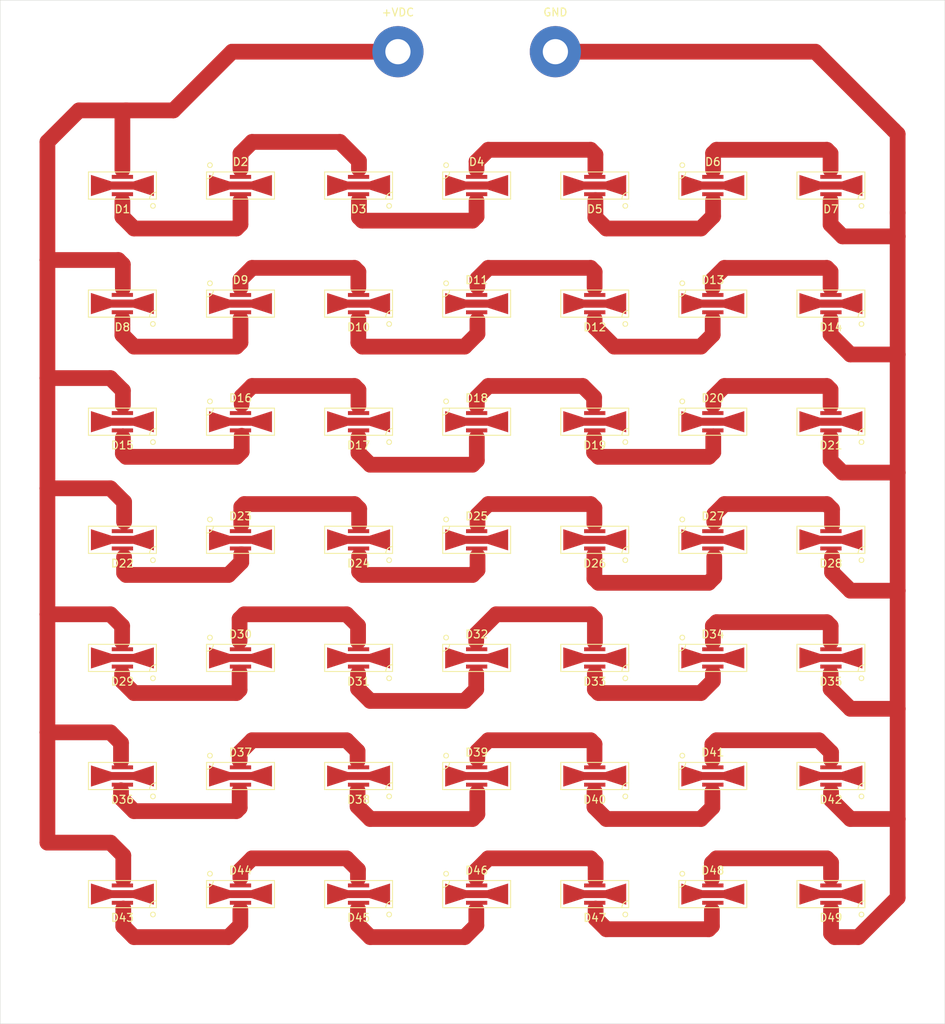
<source format=kicad_pcb>
(kicad_pcb (version 20171130) (host pcbnew "(5.1.4)-1")

  (general
    (thickness 1.6)
    (drawings 6)
    (tracks 470)
    (zones 0)
    (modules 55)
    (nets 45)
  )

  (page A4)
  (layers
    (0 F.Cu signal)
    (31 B.Cu signal hide)
    (32 B.Adhes user hide)
    (33 F.Adhes user hide)
    (34 B.Paste user hide)
    (35 F.Paste user hide)
    (36 B.SilkS user hide)
    (37 F.SilkS user)
    (38 B.Mask user hide)
    (39 F.Mask user)
    (40 Dwgs.User user hide)
    (41 Cmts.User user hide)
    (42 Eco1.User user hide)
    (43 Eco2.User user hide)
    (44 Edge.Cuts user)
    (45 Margin user hide)
    (46 B.CrtYd user hide)
    (47 F.CrtYd user)
    (48 B.Fab user hide)
    (49 F.Fab user hide)
  )

  (setup
    (last_trace_width 0.25)
    (user_trace_width 2)
    (user_trace_width 3)
    (trace_clearance 0.2)
    (zone_clearance 0.508)
    (zone_45_only no)
    (trace_min 0.15)
    (via_size 0.8)
    (via_drill 0.4)
    (via_min_size 0.3)
    (via_min_drill 0.3)
    (uvia_size 0.3)
    (uvia_drill 0.1)
    (uvias_allowed no)
    (uvia_min_size 0.2)
    (uvia_min_drill 0.1)
    (edge_width 0.05)
    (segment_width 0.2)
    (pcb_text_width 0.3)
    (pcb_text_size 1.5 1.5)
    (mod_edge_width 0.12)
    (mod_text_size 1 1)
    (mod_text_width 0.15)
    (pad_size 5 5)
    (pad_drill 5)
    (pad_to_mask_clearance 0.051)
    (solder_mask_min_width 0.25)
    (aux_axis_origin 0 0)
    (visible_elements 7FFFFFFF)
    (pcbplotparams
      (layerselection 0x010a0_ffffffff)
      (usegerberextensions false)
      (usegerberattributes false)
      (usegerberadvancedattributes false)
      (creategerberjobfile false)
      (excludeedgelayer true)
      (linewidth 0.100000)
      (plotframeref false)
      (viasonmask false)
      (mode 1)
      (useauxorigin false)
      (hpglpennumber 1)
      (hpglpenspeed 20)
      (hpglpendiameter 15.000000)
      (psnegative false)
      (psa4output false)
      (plotreference true)
      (plotvalue true)
      (plotinvisibletext false)
      (padsonsilk false)
      (subtractmaskfromsilk false)
      (outputformat 1)
      (mirror false)
      (drillshape 0)
      (scaleselection 1)
      (outputdirectory ""))
  )

  (net 0 "")
  (net 1 GND)
  (net 2 "Net-(D1-Pad1)")
  (net 3 "Net-(D2-Pad1)")
  (net 4 "Net-(D3-Pad1)")
  (net 5 "Net-(D4-Pad1)")
  (net 6 "Net-(D5-Pad1)")
  (net 7 "Net-(D6-Pad1)")
  (net 8 "Net-(D8-Pad1)")
  (net 9 "Net-(D10-Pad2)")
  (net 10 "Net-(D10-Pad1)")
  (net 11 "Net-(D11-Pad1)")
  (net 12 "Net-(D12-Pad1)")
  (net 13 "Net-(D13-Pad1)")
  (net 14 "Net-(D15-Pad1)")
  (net 15 "Net-(D16-Pad1)")
  (net 16 "Net-(D17-Pad1)")
  (net 17 "Net-(D18-Pad1)")
  (net 18 "Net-(D19-Pad1)")
  (net 19 "Net-(D20-Pad1)")
  (net 20 "Net-(D22-Pad1)")
  (net 21 "Net-(D23-Pad1)")
  (net 22 "Net-(D24-Pad1)")
  (net 23 "Net-(D25-Pad1)")
  (net 24 "Net-(D26-Pad1)")
  (net 25 "Net-(D27-Pad1)")
  (net 26 "Net-(D29-Pad1)")
  (net 27 "Net-(D30-Pad1)")
  (net 28 "Net-(D31-Pad1)")
  (net 29 "Net-(D32-Pad1)")
  (net 30 "Net-(D33-Pad1)")
  (net 31 "Net-(D34-Pad1)")
  (net 32 "Net-(D36-Pad1)")
  (net 33 "Net-(D37-Pad1)")
  (net 34 "Net-(D38-Pad1)")
  (net 35 "Net-(D39-Pad1)")
  (net 36 "Net-(D40-Pad1)")
  (net 37 "Net-(D41-Pad1)")
  (net 38 "Net-(D43-Pad1)")
  (net 39 "Net-(D44-Pad1)")
  (net 40 "Net-(D45-Pad1)")
  (net 41 "Net-(D46-Pad1)")
  (net 42 "Net-(D47-Pad1)")
  (net 43 "Net-(D48-Pad1)")
  (net 44 +VDC)

  (net_class Default "This is the default net class."
    (clearance 0.2)
    (trace_width 0.25)
    (via_dia 0.8)
    (via_drill 0.4)
    (uvia_dia 0.3)
    (uvia_drill 0.1)
    (add_net +VDC)
    (add_net GND)
    (add_net "Net-(D1-Pad1)")
    (add_net "Net-(D10-Pad1)")
    (add_net "Net-(D10-Pad2)")
    (add_net "Net-(D11-Pad1)")
    (add_net "Net-(D12-Pad1)")
    (add_net "Net-(D13-Pad1)")
    (add_net "Net-(D15-Pad1)")
    (add_net "Net-(D16-Pad1)")
    (add_net "Net-(D17-Pad1)")
    (add_net "Net-(D18-Pad1)")
    (add_net "Net-(D19-Pad1)")
    (add_net "Net-(D2-Pad1)")
    (add_net "Net-(D20-Pad1)")
    (add_net "Net-(D22-Pad1)")
    (add_net "Net-(D23-Pad1)")
    (add_net "Net-(D24-Pad1)")
    (add_net "Net-(D25-Pad1)")
    (add_net "Net-(D26-Pad1)")
    (add_net "Net-(D27-Pad1)")
    (add_net "Net-(D29-Pad1)")
    (add_net "Net-(D3-Pad1)")
    (add_net "Net-(D30-Pad1)")
    (add_net "Net-(D31-Pad1)")
    (add_net "Net-(D32-Pad1)")
    (add_net "Net-(D33-Pad1)")
    (add_net "Net-(D34-Pad1)")
    (add_net "Net-(D36-Pad1)")
    (add_net "Net-(D37-Pad1)")
    (add_net "Net-(D38-Pad1)")
    (add_net "Net-(D39-Pad1)")
    (add_net "Net-(D4-Pad1)")
    (add_net "Net-(D40-Pad1)")
    (add_net "Net-(D41-Pad1)")
    (add_net "Net-(D43-Pad1)")
    (add_net "Net-(D44-Pad1)")
    (add_net "Net-(D45-Pad1)")
    (add_net "Net-(D46-Pad1)")
    (add_net "Net-(D47-Pad1)")
    (add_net "Net-(D48-Pad1)")
    (add_net "Net-(D5-Pad1)")
    (add_net "Net-(D6-Pad1)")
    (add_net "Net-(D8-Pad1)")
  )

  (module "mouse led array:SST-10-B-B130-N450" (layer F.Cu) (tedit 5E697709) (tstamp 5E677570)
    (at 135.524 133.54 180)
    (path /5E7326DF)
    (attr smd)
    (fp_text reference D49 (at 0 -3) (layer F.SilkS)
      (effects (font (size 1 1) (thickness 0.15)))
    )
    (fp_text value LED (at 0 5) (layer F.Fab)
      (effects (font (size 1 1) (thickness 0.15)))
    )
    (fp_line (start -4.3125 -1.725) (end 4.3125 -1.725) (layer F.Fab) (width 0.12))
    (fp_line (start -4.3125 1.725) (end -4.3125 -1.725) (layer F.Fab) (width 0.12))
    (fp_line (start 4.3125 1.725) (end -4.3125 1.725) (layer F.Fab) (width 0.12))
    (fp_line (start 4.3125 -1.725) (end 4.3125 1.725) (layer F.Fab) (width 0.12))
    (fp_line (start -4.3125 1.725) (end -4.3125 -1.725) (layer F.CrtYd) (width 0.12))
    (fp_line (start 4.3125 1.725) (end -4.3125 1.725) (layer F.CrtYd) (width 0.12))
    (fp_line (start 4.3125 -1.725) (end 4.3125 1.725) (layer F.CrtYd) (width 0.12))
    (fp_line (start -4.3125 -1.725) (end 4.3125 -1.725) (layer F.CrtYd) (width 0.12))
    (fp_circle (center -3.88125 -2.5875) (end -3.58125 -2.5875) (layer F.SilkS) (width 0.12))
    (fp_arc (start -4.3125 -1.725) (end -4.3125 -0.8625) (angle -90) (layer F.SilkS) (width 0.12))
    (fp_line (start -4.3125 1.725) (end -4.3125 -1.725) (layer F.SilkS) (width 0.12))
    (fp_line (start 4.3125 1.725) (end -4.3125 1.725) (layer F.SilkS) (width 0.12))
    (fp_line (start 4.3125 -1.725) (end 4.3125 1.725) (layer F.SilkS) (width 0.12))
    (fp_line (start -4.3125 -1.725) (end 4.3125 -1.725) (layer F.SilkS) (width 0.12))
    (pad Thermal smd rect (at 0 0 180) (size 2.7 1) (layers F.Cu F.Paste F.Mask)
      (zone_connect 0))
    (pad 2 smd rect (at 0 1.1 180) (size 2.7 0.5) (layers F.Cu F.Paste F.Mask)
      (net 43 "Net-(D48-Pad1)"))
    (pad 1 smd rect (at 0 -1.1 180) (size 2.7 0.5) (layers F.Cu F.Paste F.Mask)
      (net 1 GND))
    (pad Thermal smd custom (at 0 0 180) (size 2.7 1) (layers F.Cu)
      (zone_connect 0)
      (options (clearance outline) (anchor rect))
      (primitives
        (gr_poly (pts
           (xy 1.35 0.5) (xy 4 1.35) (xy 4 -1.35) (xy 1.35 -0.5)) (width 0))
        (gr_poly (pts
           (xy -1.35 0.5) (xy -4 1.35) (xy -4 -1.35) (xy -1.35 -0.5)) (width 0))
      ))
  )

  (module "mouse led array:SST-10-B-B130-N450" (layer F.Cu) (tedit 5E697709) (tstamp 5E67755B)
    (at 120.524 133.54)
    (path /5E7326D9)
    (attr smd)
    (fp_text reference D48 (at 0 -3) (layer F.SilkS)
      (effects (font (size 1 1) (thickness 0.15)))
    )
    (fp_text value LED (at 0 5) (layer F.Fab)
      (effects (font (size 1 1) (thickness 0.15)))
    )
    (fp_line (start -4.3125 -1.725) (end 4.3125 -1.725) (layer F.Fab) (width 0.12))
    (fp_line (start -4.3125 1.725) (end -4.3125 -1.725) (layer F.Fab) (width 0.12))
    (fp_line (start 4.3125 1.725) (end -4.3125 1.725) (layer F.Fab) (width 0.12))
    (fp_line (start 4.3125 -1.725) (end 4.3125 1.725) (layer F.Fab) (width 0.12))
    (fp_line (start -4.3125 1.725) (end -4.3125 -1.725) (layer F.CrtYd) (width 0.12))
    (fp_line (start 4.3125 1.725) (end -4.3125 1.725) (layer F.CrtYd) (width 0.12))
    (fp_line (start 4.3125 -1.725) (end 4.3125 1.725) (layer F.CrtYd) (width 0.12))
    (fp_line (start -4.3125 -1.725) (end 4.3125 -1.725) (layer F.CrtYd) (width 0.12))
    (fp_circle (center -3.88125 -2.5875) (end -3.58125 -2.5875) (layer F.SilkS) (width 0.12))
    (fp_arc (start -4.3125 -1.725) (end -4.3125 -0.8625) (angle -90) (layer F.SilkS) (width 0.12))
    (fp_line (start -4.3125 1.725) (end -4.3125 -1.725) (layer F.SilkS) (width 0.12))
    (fp_line (start 4.3125 1.725) (end -4.3125 1.725) (layer F.SilkS) (width 0.12))
    (fp_line (start 4.3125 -1.725) (end 4.3125 1.725) (layer F.SilkS) (width 0.12))
    (fp_line (start -4.3125 -1.725) (end 4.3125 -1.725) (layer F.SilkS) (width 0.12))
    (pad Thermal smd rect (at 0 0) (size 2.7 1) (layers F.Cu F.Paste F.Mask)
      (zone_connect 0))
    (pad 2 smd rect (at 0 1.1) (size 2.7 0.5) (layers F.Cu F.Paste F.Mask)
      (net 42 "Net-(D47-Pad1)"))
    (pad 1 smd rect (at 0 -1.1) (size 2.7 0.5) (layers F.Cu F.Paste F.Mask)
      (net 43 "Net-(D48-Pad1)"))
    (pad Thermal smd custom (at 0 0) (size 2.7 1) (layers F.Cu)
      (zone_connect 0)
      (options (clearance outline) (anchor rect))
      (primitives
        (gr_poly (pts
           (xy 1.35 0.5) (xy 4 1.35) (xy 4 -1.35) (xy 1.35 -0.5)) (width 0))
        (gr_poly (pts
           (xy -1.35 0.5) (xy -4 1.35) (xy -4 -1.35) (xy -1.35 -0.5)) (width 0))
      ))
  )

  (module "mouse led array:SST-10-B-B130-N450" (layer F.Cu) (tedit 5E697709) (tstamp 5E677546)
    (at 105.524 133.54 180)
    (path /5E7326D3)
    (attr smd)
    (fp_text reference D47 (at 0 -3) (layer F.SilkS)
      (effects (font (size 1 1) (thickness 0.15)))
    )
    (fp_text value LED (at 0 5) (layer F.Fab)
      (effects (font (size 1 1) (thickness 0.15)))
    )
    (fp_line (start -4.3125 -1.725) (end 4.3125 -1.725) (layer F.Fab) (width 0.12))
    (fp_line (start -4.3125 1.725) (end -4.3125 -1.725) (layer F.Fab) (width 0.12))
    (fp_line (start 4.3125 1.725) (end -4.3125 1.725) (layer F.Fab) (width 0.12))
    (fp_line (start 4.3125 -1.725) (end 4.3125 1.725) (layer F.Fab) (width 0.12))
    (fp_line (start -4.3125 1.725) (end -4.3125 -1.725) (layer F.CrtYd) (width 0.12))
    (fp_line (start 4.3125 1.725) (end -4.3125 1.725) (layer F.CrtYd) (width 0.12))
    (fp_line (start 4.3125 -1.725) (end 4.3125 1.725) (layer F.CrtYd) (width 0.12))
    (fp_line (start -4.3125 -1.725) (end 4.3125 -1.725) (layer F.CrtYd) (width 0.12))
    (fp_circle (center -3.88125 -2.5875) (end -3.58125 -2.5875) (layer F.SilkS) (width 0.12))
    (fp_arc (start -4.3125 -1.725) (end -4.3125 -0.8625) (angle -90) (layer F.SilkS) (width 0.12))
    (fp_line (start -4.3125 1.725) (end -4.3125 -1.725) (layer F.SilkS) (width 0.12))
    (fp_line (start 4.3125 1.725) (end -4.3125 1.725) (layer F.SilkS) (width 0.12))
    (fp_line (start 4.3125 -1.725) (end 4.3125 1.725) (layer F.SilkS) (width 0.12))
    (fp_line (start -4.3125 -1.725) (end 4.3125 -1.725) (layer F.SilkS) (width 0.12))
    (pad Thermal smd rect (at 0 0 180) (size 2.7 1) (layers F.Cu F.Paste F.Mask)
      (zone_connect 0))
    (pad 2 smd rect (at 0 1.1 180) (size 2.7 0.5) (layers F.Cu F.Paste F.Mask)
      (net 41 "Net-(D46-Pad1)"))
    (pad 1 smd rect (at 0 -1.1 180) (size 2.7 0.5) (layers F.Cu F.Paste F.Mask)
      (net 42 "Net-(D47-Pad1)"))
    (pad Thermal smd custom (at 0 0 180) (size 2.7 1) (layers F.Cu)
      (zone_connect 0)
      (options (clearance outline) (anchor rect))
      (primitives
        (gr_poly (pts
           (xy 1.35 0.5) (xy 4 1.35) (xy 4 -1.35) (xy 1.35 -0.5)) (width 0))
        (gr_poly (pts
           (xy -1.35 0.5) (xy -4 1.35) (xy -4 -1.35) (xy -1.35 -0.5)) (width 0))
      ))
  )

  (module "mouse led array:SST-10-B-B130-N450" (layer F.Cu) (tedit 5E697709) (tstamp 5E677531)
    (at 90.524 133.54)
    (path /5E7326CD)
    (attr smd)
    (fp_text reference D46 (at 0 -3) (layer F.SilkS)
      (effects (font (size 1 1) (thickness 0.15)))
    )
    (fp_text value LED (at 0 5) (layer F.Fab)
      (effects (font (size 1 1) (thickness 0.15)))
    )
    (fp_line (start -4.3125 -1.725) (end 4.3125 -1.725) (layer F.Fab) (width 0.12))
    (fp_line (start -4.3125 1.725) (end -4.3125 -1.725) (layer F.Fab) (width 0.12))
    (fp_line (start 4.3125 1.725) (end -4.3125 1.725) (layer F.Fab) (width 0.12))
    (fp_line (start 4.3125 -1.725) (end 4.3125 1.725) (layer F.Fab) (width 0.12))
    (fp_line (start -4.3125 1.725) (end -4.3125 -1.725) (layer F.CrtYd) (width 0.12))
    (fp_line (start 4.3125 1.725) (end -4.3125 1.725) (layer F.CrtYd) (width 0.12))
    (fp_line (start 4.3125 -1.725) (end 4.3125 1.725) (layer F.CrtYd) (width 0.12))
    (fp_line (start -4.3125 -1.725) (end 4.3125 -1.725) (layer F.CrtYd) (width 0.12))
    (fp_circle (center -3.88125 -2.5875) (end -3.58125 -2.5875) (layer F.SilkS) (width 0.12))
    (fp_arc (start -4.3125 -1.725) (end -4.3125 -0.8625) (angle -90) (layer F.SilkS) (width 0.12))
    (fp_line (start -4.3125 1.725) (end -4.3125 -1.725) (layer F.SilkS) (width 0.12))
    (fp_line (start 4.3125 1.725) (end -4.3125 1.725) (layer F.SilkS) (width 0.12))
    (fp_line (start 4.3125 -1.725) (end 4.3125 1.725) (layer F.SilkS) (width 0.12))
    (fp_line (start -4.3125 -1.725) (end 4.3125 -1.725) (layer F.SilkS) (width 0.12))
    (pad Thermal smd rect (at 0 0) (size 2.7 1) (layers F.Cu F.Paste F.Mask)
      (zone_connect 0))
    (pad 2 smd rect (at 0 1.1) (size 2.7 0.5) (layers F.Cu F.Paste F.Mask)
      (net 40 "Net-(D45-Pad1)"))
    (pad 1 smd rect (at 0 -1.1) (size 2.7 0.5) (layers F.Cu F.Paste F.Mask)
      (net 41 "Net-(D46-Pad1)"))
    (pad Thermal smd custom (at 0 0) (size 2.7 1) (layers F.Cu)
      (zone_connect 0)
      (options (clearance outline) (anchor rect))
      (primitives
        (gr_poly (pts
           (xy 1.35 0.5) (xy 4 1.35) (xy 4 -1.35) (xy 1.35 -0.5)) (width 0))
        (gr_poly (pts
           (xy -1.35 0.5) (xy -4 1.35) (xy -4 -1.35) (xy -1.35 -0.5)) (width 0))
      ))
  )

  (module "mouse led array:SST-10-B-B130-N450" (layer F.Cu) (tedit 5E697709) (tstamp 5E67751C)
    (at 75.524 133.54 180)
    (path /5E7326BB)
    (attr smd)
    (fp_text reference D45 (at 0 -3) (layer F.SilkS)
      (effects (font (size 1 1) (thickness 0.15)))
    )
    (fp_text value LED (at 0 5) (layer F.Fab)
      (effects (font (size 1 1) (thickness 0.15)))
    )
    (fp_line (start -4.3125 -1.725) (end 4.3125 -1.725) (layer F.Fab) (width 0.12))
    (fp_line (start -4.3125 1.725) (end -4.3125 -1.725) (layer F.Fab) (width 0.12))
    (fp_line (start 4.3125 1.725) (end -4.3125 1.725) (layer F.Fab) (width 0.12))
    (fp_line (start 4.3125 -1.725) (end 4.3125 1.725) (layer F.Fab) (width 0.12))
    (fp_line (start -4.3125 1.725) (end -4.3125 -1.725) (layer F.CrtYd) (width 0.12))
    (fp_line (start 4.3125 1.725) (end -4.3125 1.725) (layer F.CrtYd) (width 0.12))
    (fp_line (start 4.3125 -1.725) (end 4.3125 1.725) (layer F.CrtYd) (width 0.12))
    (fp_line (start -4.3125 -1.725) (end 4.3125 -1.725) (layer F.CrtYd) (width 0.12))
    (fp_circle (center -3.88125 -2.5875) (end -3.58125 -2.5875) (layer F.SilkS) (width 0.12))
    (fp_arc (start -4.3125 -1.725) (end -4.3125 -0.8625) (angle -90) (layer F.SilkS) (width 0.12))
    (fp_line (start -4.3125 1.725) (end -4.3125 -1.725) (layer F.SilkS) (width 0.12))
    (fp_line (start 4.3125 1.725) (end -4.3125 1.725) (layer F.SilkS) (width 0.12))
    (fp_line (start 4.3125 -1.725) (end 4.3125 1.725) (layer F.SilkS) (width 0.12))
    (fp_line (start -4.3125 -1.725) (end 4.3125 -1.725) (layer F.SilkS) (width 0.12))
    (pad Thermal smd rect (at 0 0 180) (size 2.7 1) (layers F.Cu F.Paste F.Mask)
      (zone_connect 0))
    (pad 2 smd rect (at 0 1.1 180) (size 2.7 0.5) (layers F.Cu F.Paste F.Mask)
      (net 39 "Net-(D44-Pad1)"))
    (pad 1 smd rect (at 0 -1.1 180) (size 2.7 0.5) (layers F.Cu F.Paste F.Mask)
      (net 40 "Net-(D45-Pad1)"))
    (pad Thermal smd custom (at 0 0 180) (size 2.7 1) (layers F.Cu)
      (zone_connect 0)
      (options (clearance outline) (anchor rect))
      (primitives
        (gr_poly (pts
           (xy 1.35 0.5) (xy 4 1.35) (xy 4 -1.35) (xy 1.35 -0.5)) (width 0))
        (gr_poly (pts
           (xy -1.35 0.5) (xy -4 1.35) (xy -4 -1.35) (xy -1.35 -0.5)) (width 0))
      ))
  )

  (module "mouse led array:SST-10-B-B130-N450" (layer F.Cu) (tedit 5E697709) (tstamp 5E677507)
    (at 60.524 133.54)
    (path /5E7326C1)
    (attr smd)
    (fp_text reference D44 (at 0 -3) (layer F.SilkS)
      (effects (font (size 1 1) (thickness 0.15)))
    )
    (fp_text value LED (at 0 5) (layer F.Fab)
      (effects (font (size 1 1) (thickness 0.15)))
    )
    (fp_line (start -4.3125 -1.725) (end 4.3125 -1.725) (layer F.Fab) (width 0.12))
    (fp_line (start -4.3125 1.725) (end -4.3125 -1.725) (layer F.Fab) (width 0.12))
    (fp_line (start 4.3125 1.725) (end -4.3125 1.725) (layer F.Fab) (width 0.12))
    (fp_line (start 4.3125 -1.725) (end 4.3125 1.725) (layer F.Fab) (width 0.12))
    (fp_line (start -4.3125 1.725) (end -4.3125 -1.725) (layer F.CrtYd) (width 0.12))
    (fp_line (start 4.3125 1.725) (end -4.3125 1.725) (layer F.CrtYd) (width 0.12))
    (fp_line (start 4.3125 -1.725) (end 4.3125 1.725) (layer F.CrtYd) (width 0.12))
    (fp_line (start -4.3125 -1.725) (end 4.3125 -1.725) (layer F.CrtYd) (width 0.12))
    (fp_circle (center -3.88125 -2.5875) (end -3.58125 -2.5875) (layer F.SilkS) (width 0.12))
    (fp_arc (start -4.3125 -1.725) (end -4.3125 -0.8625) (angle -90) (layer F.SilkS) (width 0.12))
    (fp_line (start -4.3125 1.725) (end -4.3125 -1.725) (layer F.SilkS) (width 0.12))
    (fp_line (start 4.3125 1.725) (end -4.3125 1.725) (layer F.SilkS) (width 0.12))
    (fp_line (start 4.3125 -1.725) (end 4.3125 1.725) (layer F.SilkS) (width 0.12))
    (fp_line (start -4.3125 -1.725) (end 4.3125 -1.725) (layer F.SilkS) (width 0.12))
    (pad Thermal smd rect (at 0 0) (size 2.7 1) (layers F.Cu F.Paste F.Mask)
      (zone_connect 0))
    (pad 2 smd rect (at 0 1.1) (size 2.7 0.5) (layers F.Cu F.Paste F.Mask)
      (net 38 "Net-(D43-Pad1)"))
    (pad 1 smd rect (at 0 -1.1) (size 2.7 0.5) (layers F.Cu F.Paste F.Mask)
      (net 39 "Net-(D44-Pad1)"))
    (pad Thermal smd custom (at 0 0) (size 2.7 1) (layers F.Cu)
      (zone_connect 0)
      (options (clearance outline) (anchor rect))
      (primitives
        (gr_poly (pts
           (xy 1.35 0.5) (xy 4 1.35) (xy 4 -1.35) (xy 1.35 -0.5)) (width 0))
        (gr_poly (pts
           (xy -1.35 0.5) (xy -4 1.35) (xy -4 -1.35) (xy -1.35 -0.5)) (width 0))
      ))
  )

  (module "mouse led array:SST-10-B-B130-N450" (layer F.Cu) (tedit 5E697709) (tstamp 5E6774F2)
    (at 45.524 133.54 180)
    (path /5E7326C7)
    (attr smd)
    (fp_text reference D43 (at 0 -3) (layer F.SilkS)
      (effects (font (size 1 1) (thickness 0.15)))
    )
    (fp_text value LED (at 0 5) (layer F.Fab)
      (effects (font (size 1 1) (thickness 0.15)))
    )
    (fp_line (start -4.3125 -1.725) (end 4.3125 -1.725) (layer F.Fab) (width 0.12))
    (fp_line (start -4.3125 1.725) (end -4.3125 -1.725) (layer F.Fab) (width 0.12))
    (fp_line (start 4.3125 1.725) (end -4.3125 1.725) (layer F.Fab) (width 0.12))
    (fp_line (start 4.3125 -1.725) (end 4.3125 1.725) (layer F.Fab) (width 0.12))
    (fp_line (start -4.3125 1.725) (end -4.3125 -1.725) (layer F.CrtYd) (width 0.12))
    (fp_line (start 4.3125 1.725) (end -4.3125 1.725) (layer F.CrtYd) (width 0.12))
    (fp_line (start 4.3125 -1.725) (end 4.3125 1.725) (layer F.CrtYd) (width 0.12))
    (fp_line (start -4.3125 -1.725) (end 4.3125 -1.725) (layer F.CrtYd) (width 0.12))
    (fp_circle (center -3.88125 -2.5875) (end -3.58125 -2.5875) (layer F.SilkS) (width 0.12))
    (fp_arc (start -4.3125 -1.725) (end -4.3125 -0.8625) (angle -90) (layer F.SilkS) (width 0.12))
    (fp_line (start -4.3125 1.725) (end -4.3125 -1.725) (layer F.SilkS) (width 0.12))
    (fp_line (start 4.3125 1.725) (end -4.3125 1.725) (layer F.SilkS) (width 0.12))
    (fp_line (start 4.3125 -1.725) (end 4.3125 1.725) (layer F.SilkS) (width 0.12))
    (fp_line (start -4.3125 -1.725) (end 4.3125 -1.725) (layer F.SilkS) (width 0.12))
    (pad Thermal smd rect (at 0 0 180) (size 2.7 1) (layers F.Cu F.Paste F.Mask)
      (zone_connect 0))
    (pad 2 smd rect (at 0 1.1 180) (size 2.7 0.5) (layers F.Cu F.Paste F.Mask)
      (net 44 +VDC))
    (pad 1 smd rect (at 0 -1.1 180) (size 2.7 0.5) (layers F.Cu F.Paste F.Mask)
      (net 38 "Net-(D43-Pad1)"))
    (pad Thermal smd custom (at 0 0 180) (size 2.7 1) (layers F.Cu)
      (zone_connect 0)
      (options (clearance outline) (anchor rect))
      (primitives
        (gr_poly (pts
           (xy 1.35 0.5) (xy 4 1.35) (xy 4 -1.35) (xy 1.35 -0.5)) (width 0))
        (gr_poly (pts
           (xy -1.35 0.5) (xy -4 1.35) (xy -4 -1.35) (xy -1.35 -0.5)) (width 0))
      ))
  )

  (module "mouse led array:SST-10-B-B130-N450" (layer F.Cu) (tedit 5E697709) (tstamp 5E6774DD)
    (at 135.524 118.54 180)
    (path /5E7326A1)
    (attr smd)
    (fp_text reference D42 (at 0 -3) (layer F.SilkS)
      (effects (font (size 1 1) (thickness 0.15)))
    )
    (fp_text value LED (at 0 5) (layer F.Fab)
      (effects (font (size 1 1) (thickness 0.15)))
    )
    (fp_line (start -4.3125 -1.725) (end 4.3125 -1.725) (layer F.Fab) (width 0.12))
    (fp_line (start -4.3125 1.725) (end -4.3125 -1.725) (layer F.Fab) (width 0.12))
    (fp_line (start 4.3125 1.725) (end -4.3125 1.725) (layer F.Fab) (width 0.12))
    (fp_line (start 4.3125 -1.725) (end 4.3125 1.725) (layer F.Fab) (width 0.12))
    (fp_line (start -4.3125 1.725) (end -4.3125 -1.725) (layer F.CrtYd) (width 0.12))
    (fp_line (start 4.3125 1.725) (end -4.3125 1.725) (layer F.CrtYd) (width 0.12))
    (fp_line (start 4.3125 -1.725) (end 4.3125 1.725) (layer F.CrtYd) (width 0.12))
    (fp_line (start -4.3125 -1.725) (end 4.3125 -1.725) (layer F.CrtYd) (width 0.12))
    (fp_circle (center -3.88125 -2.5875) (end -3.58125 -2.5875) (layer F.SilkS) (width 0.12))
    (fp_arc (start -4.3125 -1.725) (end -4.3125 -0.8625) (angle -90) (layer F.SilkS) (width 0.12))
    (fp_line (start -4.3125 1.725) (end -4.3125 -1.725) (layer F.SilkS) (width 0.12))
    (fp_line (start 4.3125 1.725) (end -4.3125 1.725) (layer F.SilkS) (width 0.12))
    (fp_line (start 4.3125 -1.725) (end 4.3125 1.725) (layer F.SilkS) (width 0.12))
    (fp_line (start -4.3125 -1.725) (end 4.3125 -1.725) (layer F.SilkS) (width 0.12))
    (pad Thermal smd rect (at 0 0 180) (size 2.7 1) (layers F.Cu F.Paste F.Mask)
      (zone_connect 0))
    (pad 2 smd rect (at 0 1.1 180) (size 2.7 0.5) (layers F.Cu F.Paste F.Mask)
      (net 37 "Net-(D41-Pad1)"))
    (pad 1 smd rect (at 0 -1.1 180) (size 2.7 0.5) (layers F.Cu F.Paste F.Mask)
      (net 1 GND))
    (pad Thermal smd custom (at 0 0 180) (size 2.7 1) (layers F.Cu)
      (zone_connect 0)
      (options (clearance outline) (anchor rect))
      (primitives
        (gr_poly (pts
           (xy 1.35 0.5) (xy 4 1.35) (xy 4 -1.35) (xy 1.35 -0.5)) (width 0))
        (gr_poly (pts
           (xy -1.35 0.5) (xy -4 1.35) (xy -4 -1.35) (xy -1.35 -0.5)) (width 0))
      ))
  )

  (module "mouse led array:SST-10-B-B130-N450" (layer F.Cu) (tedit 5E697709) (tstamp 5E6774C8)
    (at 120.524 118.54)
    (path /5E73269B)
    (attr smd)
    (fp_text reference D41 (at 0 -3) (layer F.SilkS)
      (effects (font (size 1 1) (thickness 0.15)))
    )
    (fp_text value LED (at 0 5) (layer F.Fab)
      (effects (font (size 1 1) (thickness 0.15)))
    )
    (fp_line (start -4.3125 -1.725) (end 4.3125 -1.725) (layer F.Fab) (width 0.12))
    (fp_line (start -4.3125 1.725) (end -4.3125 -1.725) (layer F.Fab) (width 0.12))
    (fp_line (start 4.3125 1.725) (end -4.3125 1.725) (layer F.Fab) (width 0.12))
    (fp_line (start 4.3125 -1.725) (end 4.3125 1.725) (layer F.Fab) (width 0.12))
    (fp_line (start -4.3125 1.725) (end -4.3125 -1.725) (layer F.CrtYd) (width 0.12))
    (fp_line (start 4.3125 1.725) (end -4.3125 1.725) (layer F.CrtYd) (width 0.12))
    (fp_line (start 4.3125 -1.725) (end 4.3125 1.725) (layer F.CrtYd) (width 0.12))
    (fp_line (start -4.3125 -1.725) (end 4.3125 -1.725) (layer F.CrtYd) (width 0.12))
    (fp_circle (center -3.88125 -2.5875) (end -3.58125 -2.5875) (layer F.SilkS) (width 0.12))
    (fp_arc (start -4.3125 -1.725) (end -4.3125 -0.8625) (angle -90) (layer F.SilkS) (width 0.12))
    (fp_line (start -4.3125 1.725) (end -4.3125 -1.725) (layer F.SilkS) (width 0.12))
    (fp_line (start 4.3125 1.725) (end -4.3125 1.725) (layer F.SilkS) (width 0.12))
    (fp_line (start 4.3125 -1.725) (end 4.3125 1.725) (layer F.SilkS) (width 0.12))
    (fp_line (start -4.3125 -1.725) (end 4.3125 -1.725) (layer F.SilkS) (width 0.12))
    (pad Thermal smd rect (at 0 0) (size 2.7 1) (layers F.Cu F.Paste F.Mask)
      (zone_connect 0))
    (pad 2 smd rect (at 0 1.1) (size 2.7 0.5) (layers F.Cu F.Paste F.Mask)
      (net 36 "Net-(D40-Pad1)"))
    (pad 1 smd rect (at 0 -1.1) (size 2.7 0.5) (layers F.Cu F.Paste F.Mask)
      (net 37 "Net-(D41-Pad1)"))
    (pad Thermal smd custom (at 0 0) (size 2.7 1) (layers F.Cu)
      (zone_connect 0)
      (options (clearance outline) (anchor rect))
      (primitives
        (gr_poly (pts
           (xy 1.35 0.5) (xy 4 1.35) (xy 4 -1.35) (xy 1.35 -0.5)) (width 0))
        (gr_poly (pts
           (xy -1.35 0.5) (xy -4 1.35) (xy -4 -1.35) (xy -1.35 -0.5)) (width 0))
      ))
  )

  (module "mouse led array:SST-10-B-B130-N450" (layer F.Cu) (tedit 5E697709) (tstamp 5E6774B3)
    (at 105.524 118.54 180)
    (path /5E732695)
    (attr smd)
    (fp_text reference D40 (at 0 -3) (layer F.SilkS)
      (effects (font (size 1 1) (thickness 0.15)))
    )
    (fp_text value LED (at 0 5) (layer F.Fab)
      (effects (font (size 1 1) (thickness 0.15)))
    )
    (fp_line (start -4.3125 -1.725) (end 4.3125 -1.725) (layer F.Fab) (width 0.12))
    (fp_line (start -4.3125 1.725) (end -4.3125 -1.725) (layer F.Fab) (width 0.12))
    (fp_line (start 4.3125 1.725) (end -4.3125 1.725) (layer F.Fab) (width 0.12))
    (fp_line (start 4.3125 -1.725) (end 4.3125 1.725) (layer F.Fab) (width 0.12))
    (fp_line (start -4.3125 1.725) (end -4.3125 -1.725) (layer F.CrtYd) (width 0.12))
    (fp_line (start 4.3125 1.725) (end -4.3125 1.725) (layer F.CrtYd) (width 0.12))
    (fp_line (start 4.3125 -1.725) (end 4.3125 1.725) (layer F.CrtYd) (width 0.12))
    (fp_line (start -4.3125 -1.725) (end 4.3125 -1.725) (layer F.CrtYd) (width 0.12))
    (fp_circle (center -3.88125 -2.5875) (end -3.58125 -2.5875) (layer F.SilkS) (width 0.12))
    (fp_arc (start -4.3125 -1.725) (end -4.3125 -0.8625) (angle -90) (layer F.SilkS) (width 0.12))
    (fp_line (start -4.3125 1.725) (end -4.3125 -1.725) (layer F.SilkS) (width 0.12))
    (fp_line (start 4.3125 1.725) (end -4.3125 1.725) (layer F.SilkS) (width 0.12))
    (fp_line (start 4.3125 -1.725) (end 4.3125 1.725) (layer F.SilkS) (width 0.12))
    (fp_line (start -4.3125 -1.725) (end 4.3125 -1.725) (layer F.SilkS) (width 0.12))
    (pad Thermal smd rect (at 0 0 180) (size 2.7 1) (layers F.Cu F.Paste F.Mask)
      (zone_connect 0))
    (pad 2 smd rect (at 0 1.1 180) (size 2.7 0.5) (layers F.Cu F.Paste F.Mask)
      (net 35 "Net-(D39-Pad1)"))
    (pad 1 smd rect (at 0 -1.1 180) (size 2.7 0.5) (layers F.Cu F.Paste F.Mask)
      (net 36 "Net-(D40-Pad1)"))
    (pad Thermal smd custom (at 0 0 180) (size 2.7 1) (layers F.Cu)
      (zone_connect 0)
      (options (clearance outline) (anchor rect))
      (primitives
        (gr_poly (pts
           (xy 1.35 0.5) (xy 4 1.35) (xy 4 -1.35) (xy 1.35 -0.5)) (width 0))
        (gr_poly (pts
           (xy -1.35 0.5) (xy -4 1.35) (xy -4 -1.35) (xy -1.35 -0.5)) (width 0))
      ))
  )

  (module "mouse led array:SST-10-B-B130-N450" (layer F.Cu) (tedit 5E697709) (tstamp 5E67749E)
    (at 90.524 118.54)
    (path /5E73268F)
    (attr smd)
    (fp_text reference D39 (at 0 -3) (layer F.SilkS)
      (effects (font (size 1 1) (thickness 0.15)))
    )
    (fp_text value LED (at 0 5) (layer F.Fab)
      (effects (font (size 1 1) (thickness 0.15)))
    )
    (fp_line (start -4.3125 -1.725) (end 4.3125 -1.725) (layer F.Fab) (width 0.12))
    (fp_line (start -4.3125 1.725) (end -4.3125 -1.725) (layer F.Fab) (width 0.12))
    (fp_line (start 4.3125 1.725) (end -4.3125 1.725) (layer F.Fab) (width 0.12))
    (fp_line (start 4.3125 -1.725) (end 4.3125 1.725) (layer F.Fab) (width 0.12))
    (fp_line (start -4.3125 1.725) (end -4.3125 -1.725) (layer F.CrtYd) (width 0.12))
    (fp_line (start 4.3125 1.725) (end -4.3125 1.725) (layer F.CrtYd) (width 0.12))
    (fp_line (start 4.3125 -1.725) (end 4.3125 1.725) (layer F.CrtYd) (width 0.12))
    (fp_line (start -4.3125 -1.725) (end 4.3125 -1.725) (layer F.CrtYd) (width 0.12))
    (fp_circle (center -3.88125 -2.5875) (end -3.58125 -2.5875) (layer F.SilkS) (width 0.12))
    (fp_arc (start -4.3125 -1.725) (end -4.3125 -0.8625) (angle -90) (layer F.SilkS) (width 0.12))
    (fp_line (start -4.3125 1.725) (end -4.3125 -1.725) (layer F.SilkS) (width 0.12))
    (fp_line (start 4.3125 1.725) (end -4.3125 1.725) (layer F.SilkS) (width 0.12))
    (fp_line (start 4.3125 -1.725) (end 4.3125 1.725) (layer F.SilkS) (width 0.12))
    (fp_line (start -4.3125 -1.725) (end 4.3125 -1.725) (layer F.SilkS) (width 0.12))
    (pad Thermal smd rect (at 0 0) (size 2.7 1) (layers F.Cu F.Paste F.Mask)
      (zone_connect 0))
    (pad 2 smd rect (at 0 1.1) (size 2.7 0.5) (layers F.Cu F.Paste F.Mask)
      (net 34 "Net-(D38-Pad1)"))
    (pad 1 smd rect (at 0 -1.1) (size 2.7 0.5) (layers F.Cu F.Paste F.Mask)
      (net 35 "Net-(D39-Pad1)"))
    (pad Thermal smd custom (at 0 0) (size 2.7 1) (layers F.Cu)
      (zone_connect 0)
      (options (clearance outline) (anchor rect))
      (primitives
        (gr_poly (pts
           (xy 1.35 0.5) (xy 4 1.35) (xy 4 -1.35) (xy 1.35 -0.5)) (width 0))
        (gr_poly (pts
           (xy -1.35 0.5) (xy -4 1.35) (xy -4 -1.35) (xy -1.35 -0.5)) (width 0))
      ))
  )

  (module "mouse led array:SST-10-B-B130-N450" (layer F.Cu) (tedit 5E697709) (tstamp 5E677489)
    (at 75.524 118.54 180)
    (path /5E73267D)
    (attr smd)
    (fp_text reference D38 (at 0 -3) (layer F.SilkS)
      (effects (font (size 1 1) (thickness 0.15)))
    )
    (fp_text value LED (at 0 5) (layer F.Fab)
      (effects (font (size 1 1) (thickness 0.15)))
    )
    (fp_line (start -4.3125 -1.725) (end 4.3125 -1.725) (layer F.Fab) (width 0.12))
    (fp_line (start -4.3125 1.725) (end -4.3125 -1.725) (layer F.Fab) (width 0.12))
    (fp_line (start 4.3125 1.725) (end -4.3125 1.725) (layer F.Fab) (width 0.12))
    (fp_line (start 4.3125 -1.725) (end 4.3125 1.725) (layer F.Fab) (width 0.12))
    (fp_line (start -4.3125 1.725) (end -4.3125 -1.725) (layer F.CrtYd) (width 0.12))
    (fp_line (start 4.3125 1.725) (end -4.3125 1.725) (layer F.CrtYd) (width 0.12))
    (fp_line (start 4.3125 -1.725) (end 4.3125 1.725) (layer F.CrtYd) (width 0.12))
    (fp_line (start -4.3125 -1.725) (end 4.3125 -1.725) (layer F.CrtYd) (width 0.12))
    (fp_circle (center -3.88125 -2.5875) (end -3.58125 -2.5875) (layer F.SilkS) (width 0.12))
    (fp_arc (start -4.3125 -1.725) (end -4.3125 -0.8625) (angle -90) (layer F.SilkS) (width 0.12))
    (fp_line (start -4.3125 1.725) (end -4.3125 -1.725) (layer F.SilkS) (width 0.12))
    (fp_line (start 4.3125 1.725) (end -4.3125 1.725) (layer F.SilkS) (width 0.12))
    (fp_line (start 4.3125 -1.725) (end 4.3125 1.725) (layer F.SilkS) (width 0.12))
    (fp_line (start -4.3125 -1.725) (end 4.3125 -1.725) (layer F.SilkS) (width 0.12))
    (pad Thermal smd rect (at 0 0 180) (size 2.7 1) (layers F.Cu F.Paste F.Mask)
      (zone_connect 0))
    (pad 2 smd rect (at 0 1.1 180) (size 2.7 0.5) (layers F.Cu F.Paste F.Mask)
      (net 33 "Net-(D37-Pad1)"))
    (pad 1 smd rect (at 0 -1.1 180) (size 2.7 0.5) (layers F.Cu F.Paste F.Mask)
      (net 34 "Net-(D38-Pad1)"))
    (pad Thermal smd custom (at 0 0 180) (size 2.7 1) (layers F.Cu)
      (zone_connect 0)
      (options (clearance outline) (anchor rect))
      (primitives
        (gr_poly (pts
           (xy 1.35 0.5) (xy 4 1.35) (xy 4 -1.35) (xy 1.35 -0.5)) (width 0))
        (gr_poly (pts
           (xy -1.35 0.5) (xy -4 1.35) (xy -4 -1.35) (xy -1.35 -0.5)) (width 0))
      ))
  )

  (module "mouse led array:SST-10-B-B130-N450" (layer F.Cu) (tedit 5E697709) (tstamp 5E677474)
    (at 60.524 118.54)
    (path /5E732683)
    (attr smd)
    (fp_text reference D37 (at 0 -3) (layer F.SilkS)
      (effects (font (size 1 1) (thickness 0.15)))
    )
    (fp_text value LED (at 0 5) (layer F.Fab)
      (effects (font (size 1 1) (thickness 0.15)))
    )
    (fp_line (start -4.3125 -1.725) (end 4.3125 -1.725) (layer F.Fab) (width 0.12))
    (fp_line (start -4.3125 1.725) (end -4.3125 -1.725) (layer F.Fab) (width 0.12))
    (fp_line (start 4.3125 1.725) (end -4.3125 1.725) (layer F.Fab) (width 0.12))
    (fp_line (start 4.3125 -1.725) (end 4.3125 1.725) (layer F.Fab) (width 0.12))
    (fp_line (start -4.3125 1.725) (end -4.3125 -1.725) (layer F.CrtYd) (width 0.12))
    (fp_line (start 4.3125 1.725) (end -4.3125 1.725) (layer F.CrtYd) (width 0.12))
    (fp_line (start 4.3125 -1.725) (end 4.3125 1.725) (layer F.CrtYd) (width 0.12))
    (fp_line (start -4.3125 -1.725) (end 4.3125 -1.725) (layer F.CrtYd) (width 0.12))
    (fp_circle (center -3.88125 -2.5875) (end -3.58125 -2.5875) (layer F.SilkS) (width 0.12))
    (fp_arc (start -4.3125 -1.725) (end -4.3125 -0.8625) (angle -90) (layer F.SilkS) (width 0.12))
    (fp_line (start -4.3125 1.725) (end -4.3125 -1.725) (layer F.SilkS) (width 0.12))
    (fp_line (start 4.3125 1.725) (end -4.3125 1.725) (layer F.SilkS) (width 0.12))
    (fp_line (start 4.3125 -1.725) (end 4.3125 1.725) (layer F.SilkS) (width 0.12))
    (fp_line (start -4.3125 -1.725) (end 4.3125 -1.725) (layer F.SilkS) (width 0.12))
    (pad Thermal smd rect (at 0 0) (size 2.7 1) (layers F.Cu F.Paste F.Mask)
      (zone_connect 0))
    (pad 2 smd rect (at 0 1.1) (size 2.7 0.5) (layers F.Cu F.Paste F.Mask)
      (net 32 "Net-(D36-Pad1)"))
    (pad 1 smd rect (at 0 -1.1) (size 2.7 0.5) (layers F.Cu F.Paste F.Mask)
      (net 33 "Net-(D37-Pad1)"))
    (pad Thermal smd custom (at 0 0) (size 2.7 1) (layers F.Cu)
      (zone_connect 0)
      (options (clearance outline) (anchor rect))
      (primitives
        (gr_poly (pts
           (xy 1.35 0.5) (xy 4 1.35) (xy 4 -1.35) (xy 1.35 -0.5)) (width 0))
        (gr_poly (pts
           (xy -1.35 0.5) (xy -4 1.35) (xy -4 -1.35) (xy -1.35 -0.5)) (width 0))
      ))
  )

  (module "mouse led array:SST-10-B-B130-N450" (layer F.Cu) (tedit 5E697709) (tstamp 5E67745F)
    (at 45.524 118.54 180)
    (path /5E732689)
    (attr smd)
    (fp_text reference D36 (at 0 -3) (layer F.SilkS)
      (effects (font (size 1 1) (thickness 0.15)))
    )
    (fp_text value LED (at 0 5) (layer F.Fab)
      (effects (font (size 1 1) (thickness 0.15)))
    )
    (fp_line (start -4.3125 -1.725) (end 4.3125 -1.725) (layer F.Fab) (width 0.12))
    (fp_line (start -4.3125 1.725) (end -4.3125 -1.725) (layer F.Fab) (width 0.12))
    (fp_line (start 4.3125 1.725) (end -4.3125 1.725) (layer F.Fab) (width 0.12))
    (fp_line (start 4.3125 -1.725) (end 4.3125 1.725) (layer F.Fab) (width 0.12))
    (fp_line (start -4.3125 1.725) (end -4.3125 -1.725) (layer F.CrtYd) (width 0.12))
    (fp_line (start 4.3125 1.725) (end -4.3125 1.725) (layer F.CrtYd) (width 0.12))
    (fp_line (start 4.3125 -1.725) (end 4.3125 1.725) (layer F.CrtYd) (width 0.12))
    (fp_line (start -4.3125 -1.725) (end 4.3125 -1.725) (layer F.CrtYd) (width 0.12))
    (fp_circle (center -3.88125 -2.5875) (end -3.58125 -2.5875) (layer F.SilkS) (width 0.12))
    (fp_arc (start -4.3125 -1.725) (end -4.3125 -0.8625) (angle -90) (layer F.SilkS) (width 0.12))
    (fp_line (start -4.3125 1.725) (end -4.3125 -1.725) (layer F.SilkS) (width 0.12))
    (fp_line (start 4.3125 1.725) (end -4.3125 1.725) (layer F.SilkS) (width 0.12))
    (fp_line (start 4.3125 -1.725) (end 4.3125 1.725) (layer F.SilkS) (width 0.12))
    (fp_line (start -4.3125 -1.725) (end 4.3125 -1.725) (layer F.SilkS) (width 0.12))
    (pad Thermal smd rect (at 0 0 180) (size 2.7 1) (layers F.Cu F.Paste F.Mask)
      (zone_connect 0))
    (pad 2 smd rect (at 0 1.1 180) (size 2.7 0.5) (layers F.Cu F.Paste F.Mask)
      (net 44 +VDC))
    (pad 1 smd rect (at 0 -1.1 180) (size 2.7 0.5) (layers F.Cu F.Paste F.Mask)
      (net 32 "Net-(D36-Pad1)"))
    (pad Thermal smd custom (at 0 0 180) (size 2.7 1) (layers F.Cu)
      (zone_connect 0)
      (options (clearance outline) (anchor rect))
      (primitives
        (gr_poly (pts
           (xy 1.35 0.5) (xy 4 1.35) (xy 4 -1.35) (xy 1.35 -0.5)) (width 0))
        (gr_poly (pts
           (xy -1.35 0.5) (xy -4 1.35) (xy -4 -1.35) (xy -1.35 -0.5)) (width 0))
      ))
  )

  (module "mouse led array:SST-10-B-B130-N450" (layer F.Cu) (tedit 5E697709) (tstamp 5E67744A)
    (at 135.524 103.54 180)
    (path /5E732663)
    (attr smd)
    (fp_text reference D35 (at 0 -3) (layer F.SilkS)
      (effects (font (size 1 1) (thickness 0.15)))
    )
    (fp_text value LED (at 0 5) (layer F.Fab)
      (effects (font (size 1 1) (thickness 0.15)))
    )
    (fp_line (start -4.3125 -1.725) (end 4.3125 -1.725) (layer F.Fab) (width 0.12))
    (fp_line (start -4.3125 1.725) (end -4.3125 -1.725) (layer F.Fab) (width 0.12))
    (fp_line (start 4.3125 1.725) (end -4.3125 1.725) (layer F.Fab) (width 0.12))
    (fp_line (start 4.3125 -1.725) (end 4.3125 1.725) (layer F.Fab) (width 0.12))
    (fp_line (start -4.3125 1.725) (end -4.3125 -1.725) (layer F.CrtYd) (width 0.12))
    (fp_line (start 4.3125 1.725) (end -4.3125 1.725) (layer F.CrtYd) (width 0.12))
    (fp_line (start 4.3125 -1.725) (end 4.3125 1.725) (layer F.CrtYd) (width 0.12))
    (fp_line (start -4.3125 -1.725) (end 4.3125 -1.725) (layer F.CrtYd) (width 0.12))
    (fp_circle (center -3.88125 -2.5875) (end -3.58125 -2.5875) (layer F.SilkS) (width 0.12))
    (fp_arc (start -4.3125 -1.725) (end -4.3125 -0.8625) (angle -90) (layer F.SilkS) (width 0.12))
    (fp_line (start -4.3125 1.725) (end -4.3125 -1.725) (layer F.SilkS) (width 0.12))
    (fp_line (start 4.3125 1.725) (end -4.3125 1.725) (layer F.SilkS) (width 0.12))
    (fp_line (start 4.3125 -1.725) (end 4.3125 1.725) (layer F.SilkS) (width 0.12))
    (fp_line (start -4.3125 -1.725) (end 4.3125 -1.725) (layer F.SilkS) (width 0.12))
    (pad Thermal smd rect (at 0 0 180) (size 2.7 1) (layers F.Cu F.Paste F.Mask)
      (zone_connect 0))
    (pad 2 smd rect (at 0 1.1 180) (size 2.7 0.5) (layers F.Cu F.Paste F.Mask)
      (net 31 "Net-(D34-Pad1)"))
    (pad 1 smd rect (at 0 -1.1 180) (size 2.7 0.5) (layers F.Cu F.Paste F.Mask)
      (net 1 GND))
    (pad Thermal smd custom (at 0 0 180) (size 2.7 1) (layers F.Cu)
      (zone_connect 0)
      (options (clearance outline) (anchor rect))
      (primitives
        (gr_poly (pts
           (xy 1.35 0.5) (xy 4 1.35) (xy 4 -1.35) (xy 1.35 -0.5)) (width 0))
        (gr_poly (pts
           (xy -1.35 0.5) (xy -4 1.35) (xy -4 -1.35) (xy -1.35 -0.5)) (width 0))
      ))
  )

  (module "mouse led array:SST-10-B-B130-N450" (layer F.Cu) (tedit 5E697709) (tstamp 5E677435)
    (at 120.524 103.54)
    (path /5E73265D)
    (attr smd)
    (fp_text reference D34 (at 0 -3) (layer F.SilkS)
      (effects (font (size 1 1) (thickness 0.15)))
    )
    (fp_text value LED (at 0 5) (layer F.Fab)
      (effects (font (size 1 1) (thickness 0.15)))
    )
    (fp_line (start -4.3125 -1.725) (end 4.3125 -1.725) (layer F.Fab) (width 0.12))
    (fp_line (start -4.3125 1.725) (end -4.3125 -1.725) (layer F.Fab) (width 0.12))
    (fp_line (start 4.3125 1.725) (end -4.3125 1.725) (layer F.Fab) (width 0.12))
    (fp_line (start 4.3125 -1.725) (end 4.3125 1.725) (layer F.Fab) (width 0.12))
    (fp_line (start -4.3125 1.725) (end -4.3125 -1.725) (layer F.CrtYd) (width 0.12))
    (fp_line (start 4.3125 1.725) (end -4.3125 1.725) (layer F.CrtYd) (width 0.12))
    (fp_line (start 4.3125 -1.725) (end 4.3125 1.725) (layer F.CrtYd) (width 0.12))
    (fp_line (start -4.3125 -1.725) (end 4.3125 -1.725) (layer F.CrtYd) (width 0.12))
    (fp_circle (center -3.88125 -2.5875) (end -3.58125 -2.5875) (layer F.SilkS) (width 0.12))
    (fp_arc (start -4.3125 -1.725) (end -4.3125 -0.8625) (angle -90) (layer F.SilkS) (width 0.12))
    (fp_line (start -4.3125 1.725) (end -4.3125 -1.725) (layer F.SilkS) (width 0.12))
    (fp_line (start 4.3125 1.725) (end -4.3125 1.725) (layer F.SilkS) (width 0.12))
    (fp_line (start 4.3125 -1.725) (end 4.3125 1.725) (layer F.SilkS) (width 0.12))
    (fp_line (start -4.3125 -1.725) (end 4.3125 -1.725) (layer F.SilkS) (width 0.12))
    (pad Thermal smd rect (at 0 0) (size 2.7 1) (layers F.Cu F.Paste F.Mask)
      (zone_connect 0))
    (pad 2 smd rect (at 0 1.1) (size 2.7 0.5) (layers F.Cu F.Paste F.Mask)
      (net 30 "Net-(D33-Pad1)"))
    (pad 1 smd rect (at 0 -1.1) (size 2.7 0.5) (layers F.Cu F.Paste F.Mask)
      (net 31 "Net-(D34-Pad1)"))
    (pad Thermal smd custom (at 0 0) (size 2.7 1) (layers F.Cu)
      (zone_connect 0)
      (options (clearance outline) (anchor rect))
      (primitives
        (gr_poly (pts
           (xy 1.35 0.5) (xy 4 1.35) (xy 4 -1.35) (xy 1.35 -0.5)) (width 0))
        (gr_poly (pts
           (xy -1.35 0.5) (xy -4 1.35) (xy -4 -1.35) (xy -1.35 -0.5)) (width 0))
      ))
  )

  (module "mouse led array:SST-10-B-B130-N450" (layer F.Cu) (tedit 5E697709) (tstamp 5E677420)
    (at 105.524 103.54 180)
    (path /5E732657)
    (attr smd)
    (fp_text reference D33 (at 0 -3) (layer F.SilkS)
      (effects (font (size 1 1) (thickness 0.15)))
    )
    (fp_text value LED (at 0 5) (layer F.Fab)
      (effects (font (size 1 1) (thickness 0.15)))
    )
    (fp_line (start -4.3125 -1.725) (end 4.3125 -1.725) (layer F.Fab) (width 0.12))
    (fp_line (start -4.3125 1.725) (end -4.3125 -1.725) (layer F.Fab) (width 0.12))
    (fp_line (start 4.3125 1.725) (end -4.3125 1.725) (layer F.Fab) (width 0.12))
    (fp_line (start 4.3125 -1.725) (end 4.3125 1.725) (layer F.Fab) (width 0.12))
    (fp_line (start -4.3125 1.725) (end -4.3125 -1.725) (layer F.CrtYd) (width 0.12))
    (fp_line (start 4.3125 1.725) (end -4.3125 1.725) (layer F.CrtYd) (width 0.12))
    (fp_line (start 4.3125 -1.725) (end 4.3125 1.725) (layer F.CrtYd) (width 0.12))
    (fp_line (start -4.3125 -1.725) (end 4.3125 -1.725) (layer F.CrtYd) (width 0.12))
    (fp_circle (center -3.88125 -2.5875) (end -3.58125 -2.5875) (layer F.SilkS) (width 0.12))
    (fp_arc (start -4.3125 -1.725) (end -4.3125 -0.8625) (angle -90) (layer F.SilkS) (width 0.12))
    (fp_line (start -4.3125 1.725) (end -4.3125 -1.725) (layer F.SilkS) (width 0.12))
    (fp_line (start 4.3125 1.725) (end -4.3125 1.725) (layer F.SilkS) (width 0.12))
    (fp_line (start 4.3125 -1.725) (end 4.3125 1.725) (layer F.SilkS) (width 0.12))
    (fp_line (start -4.3125 -1.725) (end 4.3125 -1.725) (layer F.SilkS) (width 0.12))
    (pad Thermal smd rect (at 0 0 180) (size 2.7 1) (layers F.Cu F.Paste F.Mask)
      (zone_connect 0))
    (pad 2 smd rect (at 0 1.1 180) (size 2.7 0.5) (layers F.Cu F.Paste F.Mask)
      (net 29 "Net-(D32-Pad1)"))
    (pad 1 smd rect (at 0 -1.1 180) (size 2.7 0.5) (layers F.Cu F.Paste F.Mask)
      (net 30 "Net-(D33-Pad1)"))
    (pad Thermal smd custom (at 0 0 180) (size 2.7 1) (layers F.Cu)
      (zone_connect 0)
      (options (clearance outline) (anchor rect))
      (primitives
        (gr_poly (pts
           (xy 1.35 0.5) (xy 4 1.35) (xy 4 -1.35) (xy 1.35 -0.5)) (width 0))
        (gr_poly (pts
           (xy -1.35 0.5) (xy -4 1.35) (xy -4 -1.35) (xy -1.35 -0.5)) (width 0))
      ))
  )

  (module "mouse led array:SST-10-B-B130-N450" (layer F.Cu) (tedit 5E697709) (tstamp 5E67740B)
    (at 90.524 103.54)
    (path /5E732651)
    (attr smd)
    (fp_text reference D32 (at 0 -3) (layer F.SilkS)
      (effects (font (size 1 1) (thickness 0.15)))
    )
    (fp_text value LED (at 0 5) (layer F.Fab)
      (effects (font (size 1 1) (thickness 0.15)))
    )
    (fp_line (start -4.3125 -1.725) (end 4.3125 -1.725) (layer F.Fab) (width 0.12))
    (fp_line (start -4.3125 1.725) (end -4.3125 -1.725) (layer F.Fab) (width 0.12))
    (fp_line (start 4.3125 1.725) (end -4.3125 1.725) (layer F.Fab) (width 0.12))
    (fp_line (start 4.3125 -1.725) (end 4.3125 1.725) (layer F.Fab) (width 0.12))
    (fp_line (start -4.3125 1.725) (end -4.3125 -1.725) (layer F.CrtYd) (width 0.12))
    (fp_line (start 4.3125 1.725) (end -4.3125 1.725) (layer F.CrtYd) (width 0.12))
    (fp_line (start 4.3125 -1.725) (end 4.3125 1.725) (layer F.CrtYd) (width 0.12))
    (fp_line (start -4.3125 -1.725) (end 4.3125 -1.725) (layer F.CrtYd) (width 0.12))
    (fp_circle (center -3.88125 -2.5875) (end -3.58125 -2.5875) (layer F.SilkS) (width 0.12))
    (fp_arc (start -4.3125 -1.725) (end -4.3125 -0.8625) (angle -90) (layer F.SilkS) (width 0.12))
    (fp_line (start -4.3125 1.725) (end -4.3125 -1.725) (layer F.SilkS) (width 0.12))
    (fp_line (start 4.3125 1.725) (end -4.3125 1.725) (layer F.SilkS) (width 0.12))
    (fp_line (start 4.3125 -1.725) (end 4.3125 1.725) (layer F.SilkS) (width 0.12))
    (fp_line (start -4.3125 -1.725) (end 4.3125 -1.725) (layer F.SilkS) (width 0.12))
    (pad Thermal smd rect (at 0 0) (size 2.7 1) (layers F.Cu F.Paste F.Mask)
      (zone_connect 0))
    (pad 2 smd rect (at 0 1.1) (size 2.7 0.5) (layers F.Cu F.Paste F.Mask)
      (net 28 "Net-(D31-Pad1)"))
    (pad 1 smd rect (at 0 -1.1) (size 2.7 0.5) (layers F.Cu F.Paste F.Mask)
      (net 29 "Net-(D32-Pad1)"))
    (pad Thermal smd custom (at 0 0) (size 2.7 1) (layers F.Cu)
      (zone_connect 0)
      (options (clearance outline) (anchor rect))
      (primitives
        (gr_poly (pts
           (xy 1.35 0.5) (xy 4 1.35) (xy 4 -1.35) (xy 1.35 -0.5)) (width 0))
        (gr_poly (pts
           (xy -1.35 0.5) (xy -4 1.35) (xy -4 -1.35) (xy -1.35 -0.5)) (width 0))
      ))
  )

  (module "mouse led array:SST-10-B-B130-N450" (layer F.Cu) (tedit 5E697709) (tstamp 5E6773F6)
    (at 75.524 103.54 180)
    (path /5E73263F)
    (attr smd)
    (fp_text reference D31 (at 0 -3) (layer F.SilkS)
      (effects (font (size 1 1) (thickness 0.15)))
    )
    (fp_text value LED (at 0 5) (layer F.Fab)
      (effects (font (size 1 1) (thickness 0.15)))
    )
    (fp_line (start -4.3125 -1.725) (end 4.3125 -1.725) (layer F.Fab) (width 0.12))
    (fp_line (start -4.3125 1.725) (end -4.3125 -1.725) (layer F.Fab) (width 0.12))
    (fp_line (start 4.3125 1.725) (end -4.3125 1.725) (layer F.Fab) (width 0.12))
    (fp_line (start 4.3125 -1.725) (end 4.3125 1.725) (layer F.Fab) (width 0.12))
    (fp_line (start -4.3125 1.725) (end -4.3125 -1.725) (layer F.CrtYd) (width 0.12))
    (fp_line (start 4.3125 1.725) (end -4.3125 1.725) (layer F.CrtYd) (width 0.12))
    (fp_line (start 4.3125 -1.725) (end 4.3125 1.725) (layer F.CrtYd) (width 0.12))
    (fp_line (start -4.3125 -1.725) (end 4.3125 -1.725) (layer F.CrtYd) (width 0.12))
    (fp_circle (center -3.88125 -2.5875) (end -3.58125 -2.5875) (layer F.SilkS) (width 0.12))
    (fp_arc (start -4.3125 -1.725) (end -4.3125 -0.8625) (angle -90) (layer F.SilkS) (width 0.12))
    (fp_line (start -4.3125 1.725) (end -4.3125 -1.725) (layer F.SilkS) (width 0.12))
    (fp_line (start 4.3125 1.725) (end -4.3125 1.725) (layer F.SilkS) (width 0.12))
    (fp_line (start 4.3125 -1.725) (end 4.3125 1.725) (layer F.SilkS) (width 0.12))
    (fp_line (start -4.3125 -1.725) (end 4.3125 -1.725) (layer F.SilkS) (width 0.12))
    (pad Thermal smd rect (at 0 0 180) (size 2.7 1) (layers F.Cu F.Paste F.Mask)
      (zone_connect 0))
    (pad 2 smd rect (at 0 1.1 180) (size 2.7 0.5) (layers F.Cu F.Paste F.Mask)
      (net 27 "Net-(D30-Pad1)"))
    (pad 1 smd rect (at 0 -1.1 180) (size 2.7 0.5) (layers F.Cu F.Paste F.Mask)
      (net 28 "Net-(D31-Pad1)"))
    (pad Thermal smd custom (at 0 0 180) (size 2.7 1) (layers F.Cu)
      (zone_connect 0)
      (options (clearance outline) (anchor rect))
      (primitives
        (gr_poly (pts
           (xy 1.35 0.5) (xy 4 1.35) (xy 4 -1.35) (xy 1.35 -0.5)) (width 0))
        (gr_poly (pts
           (xy -1.35 0.5) (xy -4 1.35) (xy -4 -1.35) (xy -1.35 -0.5)) (width 0))
      ))
  )

  (module "mouse led array:SST-10-B-B130-N450" (layer F.Cu) (tedit 5E697709) (tstamp 5E6773E1)
    (at 60.524 103.54)
    (path /5E732645)
    (attr smd)
    (fp_text reference D30 (at 0 -3) (layer F.SilkS)
      (effects (font (size 1 1) (thickness 0.15)))
    )
    (fp_text value LED (at 0 5) (layer F.Fab)
      (effects (font (size 1 1) (thickness 0.15)))
    )
    (fp_line (start -4.3125 -1.725) (end 4.3125 -1.725) (layer F.Fab) (width 0.12))
    (fp_line (start -4.3125 1.725) (end -4.3125 -1.725) (layer F.Fab) (width 0.12))
    (fp_line (start 4.3125 1.725) (end -4.3125 1.725) (layer F.Fab) (width 0.12))
    (fp_line (start 4.3125 -1.725) (end 4.3125 1.725) (layer F.Fab) (width 0.12))
    (fp_line (start -4.3125 1.725) (end -4.3125 -1.725) (layer F.CrtYd) (width 0.12))
    (fp_line (start 4.3125 1.725) (end -4.3125 1.725) (layer F.CrtYd) (width 0.12))
    (fp_line (start 4.3125 -1.725) (end 4.3125 1.725) (layer F.CrtYd) (width 0.12))
    (fp_line (start -4.3125 -1.725) (end 4.3125 -1.725) (layer F.CrtYd) (width 0.12))
    (fp_circle (center -3.88125 -2.5875) (end -3.58125 -2.5875) (layer F.SilkS) (width 0.12))
    (fp_arc (start -4.3125 -1.725) (end -4.3125 -0.8625) (angle -90) (layer F.SilkS) (width 0.12))
    (fp_line (start -4.3125 1.725) (end -4.3125 -1.725) (layer F.SilkS) (width 0.12))
    (fp_line (start 4.3125 1.725) (end -4.3125 1.725) (layer F.SilkS) (width 0.12))
    (fp_line (start 4.3125 -1.725) (end 4.3125 1.725) (layer F.SilkS) (width 0.12))
    (fp_line (start -4.3125 -1.725) (end 4.3125 -1.725) (layer F.SilkS) (width 0.12))
    (pad Thermal smd rect (at 0 0) (size 2.7 1) (layers F.Cu F.Paste F.Mask)
      (zone_connect 0))
    (pad 2 smd rect (at 0 1.1) (size 2.7 0.5) (layers F.Cu F.Paste F.Mask)
      (net 26 "Net-(D29-Pad1)"))
    (pad 1 smd rect (at 0 -1.1) (size 2.7 0.5) (layers F.Cu F.Paste F.Mask)
      (net 27 "Net-(D30-Pad1)"))
    (pad Thermal smd custom (at 0 0) (size 2.7 1) (layers F.Cu)
      (zone_connect 0)
      (options (clearance outline) (anchor rect))
      (primitives
        (gr_poly (pts
           (xy 1.35 0.5) (xy 4 1.35) (xy 4 -1.35) (xy 1.35 -0.5)) (width 0))
        (gr_poly (pts
           (xy -1.35 0.5) (xy -4 1.35) (xy -4 -1.35) (xy -1.35 -0.5)) (width 0))
      ))
  )

  (module "mouse led array:SST-10-B-B130-N450" (layer F.Cu) (tedit 5E697709) (tstamp 5E6773CC)
    (at 45.524 103.54 180)
    (path /5E73264B)
    (attr smd)
    (fp_text reference D29 (at 0 -3) (layer F.SilkS)
      (effects (font (size 1 1) (thickness 0.15)))
    )
    (fp_text value LED (at 0 5) (layer F.Fab)
      (effects (font (size 1 1) (thickness 0.15)))
    )
    (fp_line (start -4.3125 -1.725) (end 4.3125 -1.725) (layer F.Fab) (width 0.12))
    (fp_line (start -4.3125 1.725) (end -4.3125 -1.725) (layer F.Fab) (width 0.12))
    (fp_line (start 4.3125 1.725) (end -4.3125 1.725) (layer F.Fab) (width 0.12))
    (fp_line (start 4.3125 -1.725) (end 4.3125 1.725) (layer F.Fab) (width 0.12))
    (fp_line (start -4.3125 1.725) (end -4.3125 -1.725) (layer F.CrtYd) (width 0.12))
    (fp_line (start 4.3125 1.725) (end -4.3125 1.725) (layer F.CrtYd) (width 0.12))
    (fp_line (start 4.3125 -1.725) (end 4.3125 1.725) (layer F.CrtYd) (width 0.12))
    (fp_line (start -4.3125 -1.725) (end 4.3125 -1.725) (layer F.CrtYd) (width 0.12))
    (fp_circle (center -3.88125 -2.5875) (end -3.58125 -2.5875) (layer F.SilkS) (width 0.12))
    (fp_arc (start -4.3125 -1.725) (end -4.3125 -0.8625) (angle -90) (layer F.SilkS) (width 0.12))
    (fp_line (start -4.3125 1.725) (end -4.3125 -1.725) (layer F.SilkS) (width 0.12))
    (fp_line (start 4.3125 1.725) (end -4.3125 1.725) (layer F.SilkS) (width 0.12))
    (fp_line (start 4.3125 -1.725) (end 4.3125 1.725) (layer F.SilkS) (width 0.12))
    (fp_line (start -4.3125 -1.725) (end 4.3125 -1.725) (layer F.SilkS) (width 0.12))
    (pad Thermal smd rect (at 0 0 180) (size 2.7 1) (layers F.Cu F.Paste F.Mask)
      (zone_connect 0))
    (pad 2 smd rect (at 0 1.1 180) (size 2.7 0.5) (layers F.Cu F.Paste F.Mask)
      (net 44 +VDC))
    (pad 1 smd rect (at 0 -1.1 180) (size 2.7 0.5) (layers F.Cu F.Paste F.Mask)
      (net 26 "Net-(D29-Pad1)"))
    (pad Thermal smd custom (at 0 0 180) (size 2.7 1) (layers F.Cu)
      (zone_connect 0)
      (options (clearance outline) (anchor rect))
      (primitives
        (gr_poly (pts
           (xy 1.35 0.5) (xy 4 1.35) (xy 4 -1.35) (xy 1.35 -0.5)) (width 0))
        (gr_poly (pts
           (xy -1.35 0.5) (xy -4 1.35) (xy -4 -1.35) (xy -1.35 -0.5)) (width 0))
      ))
  )

  (module "mouse led array:SST-10-B-B130-N450" (layer F.Cu) (tedit 5E697709) (tstamp 5E6773B7)
    (at 135.524 88.54 180)
    (path /5E72923E)
    (attr smd)
    (fp_text reference D28 (at 0 -3) (layer F.SilkS)
      (effects (font (size 1 1) (thickness 0.15)))
    )
    (fp_text value LED (at 0 5) (layer F.Fab)
      (effects (font (size 1 1) (thickness 0.15)))
    )
    (fp_line (start -4.3125 -1.725) (end 4.3125 -1.725) (layer F.Fab) (width 0.12))
    (fp_line (start -4.3125 1.725) (end -4.3125 -1.725) (layer F.Fab) (width 0.12))
    (fp_line (start 4.3125 1.725) (end -4.3125 1.725) (layer F.Fab) (width 0.12))
    (fp_line (start 4.3125 -1.725) (end 4.3125 1.725) (layer F.Fab) (width 0.12))
    (fp_line (start -4.3125 1.725) (end -4.3125 -1.725) (layer F.CrtYd) (width 0.12))
    (fp_line (start 4.3125 1.725) (end -4.3125 1.725) (layer F.CrtYd) (width 0.12))
    (fp_line (start 4.3125 -1.725) (end 4.3125 1.725) (layer F.CrtYd) (width 0.12))
    (fp_line (start -4.3125 -1.725) (end 4.3125 -1.725) (layer F.CrtYd) (width 0.12))
    (fp_circle (center -3.88125 -2.5875) (end -3.58125 -2.5875) (layer F.SilkS) (width 0.12))
    (fp_arc (start -4.3125 -1.725) (end -4.3125 -0.8625) (angle -90) (layer F.SilkS) (width 0.12))
    (fp_line (start -4.3125 1.725) (end -4.3125 -1.725) (layer F.SilkS) (width 0.12))
    (fp_line (start 4.3125 1.725) (end -4.3125 1.725) (layer F.SilkS) (width 0.12))
    (fp_line (start 4.3125 -1.725) (end 4.3125 1.725) (layer F.SilkS) (width 0.12))
    (fp_line (start -4.3125 -1.725) (end 4.3125 -1.725) (layer F.SilkS) (width 0.12))
    (pad Thermal smd rect (at 0 0 180) (size 2.7 1) (layers F.Cu F.Paste F.Mask)
      (zone_connect 0))
    (pad 2 smd rect (at 0 1.1 180) (size 2.7 0.5) (layers F.Cu F.Paste F.Mask)
      (net 25 "Net-(D27-Pad1)"))
    (pad 1 smd rect (at 0 -1.1 180) (size 2.7 0.5) (layers F.Cu F.Paste F.Mask)
      (net 1 GND))
    (pad Thermal smd custom (at 0 0 180) (size 2.7 1) (layers F.Cu)
      (zone_connect 0)
      (options (clearance outline) (anchor rect))
      (primitives
        (gr_poly (pts
           (xy 1.35 0.5) (xy 4 1.35) (xy 4 -1.35) (xy 1.35 -0.5)) (width 0))
        (gr_poly (pts
           (xy -1.35 0.5) (xy -4 1.35) (xy -4 -1.35) (xy -1.35 -0.5)) (width 0))
      ))
  )

  (module "mouse led array:SST-10-B-B130-N450" (layer F.Cu) (tedit 5E697709) (tstamp 5E6773A2)
    (at 120.524 88.54)
    (path /5E729238)
    (attr smd)
    (fp_text reference D27 (at 0 -3) (layer F.SilkS)
      (effects (font (size 1 1) (thickness 0.15)))
    )
    (fp_text value LED (at 0 5) (layer F.Fab)
      (effects (font (size 1 1) (thickness 0.15)))
    )
    (fp_line (start -4.3125 -1.725) (end 4.3125 -1.725) (layer F.Fab) (width 0.12))
    (fp_line (start -4.3125 1.725) (end -4.3125 -1.725) (layer F.Fab) (width 0.12))
    (fp_line (start 4.3125 1.725) (end -4.3125 1.725) (layer F.Fab) (width 0.12))
    (fp_line (start 4.3125 -1.725) (end 4.3125 1.725) (layer F.Fab) (width 0.12))
    (fp_line (start -4.3125 1.725) (end -4.3125 -1.725) (layer F.CrtYd) (width 0.12))
    (fp_line (start 4.3125 1.725) (end -4.3125 1.725) (layer F.CrtYd) (width 0.12))
    (fp_line (start 4.3125 -1.725) (end 4.3125 1.725) (layer F.CrtYd) (width 0.12))
    (fp_line (start -4.3125 -1.725) (end 4.3125 -1.725) (layer F.CrtYd) (width 0.12))
    (fp_circle (center -3.88125 -2.5875) (end -3.58125 -2.5875) (layer F.SilkS) (width 0.12))
    (fp_arc (start -4.3125 -1.725) (end -4.3125 -0.8625) (angle -90) (layer F.SilkS) (width 0.12))
    (fp_line (start -4.3125 1.725) (end -4.3125 -1.725) (layer F.SilkS) (width 0.12))
    (fp_line (start 4.3125 1.725) (end -4.3125 1.725) (layer F.SilkS) (width 0.12))
    (fp_line (start 4.3125 -1.725) (end 4.3125 1.725) (layer F.SilkS) (width 0.12))
    (fp_line (start -4.3125 -1.725) (end 4.3125 -1.725) (layer F.SilkS) (width 0.12))
    (pad Thermal smd rect (at 0 0) (size 2.7 1) (layers F.Cu F.Paste F.Mask)
      (zone_connect 0))
    (pad 2 smd rect (at 0 1.1) (size 2.7 0.5) (layers F.Cu F.Paste F.Mask)
      (net 24 "Net-(D26-Pad1)"))
    (pad 1 smd rect (at 0 -1.1) (size 2.7 0.5) (layers F.Cu F.Paste F.Mask)
      (net 25 "Net-(D27-Pad1)"))
    (pad Thermal smd custom (at 0 0) (size 2.7 1) (layers F.Cu)
      (zone_connect 0)
      (options (clearance outline) (anchor rect))
      (primitives
        (gr_poly (pts
           (xy 1.35 0.5) (xy 4 1.35) (xy 4 -1.35) (xy 1.35 -0.5)) (width 0))
        (gr_poly (pts
           (xy -1.35 0.5) (xy -4 1.35) (xy -4 -1.35) (xy -1.35 -0.5)) (width 0))
      ))
  )

  (module "mouse led array:SST-10-B-B130-N450" (layer F.Cu) (tedit 5E697709) (tstamp 5E67738D)
    (at 105.524 88.54 180)
    (path /5E729232)
    (attr smd)
    (fp_text reference D26 (at 0 -3) (layer F.SilkS)
      (effects (font (size 1 1) (thickness 0.15)))
    )
    (fp_text value LED (at 0 5) (layer F.Fab)
      (effects (font (size 1 1) (thickness 0.15)))
    )
    (fp_line (start -4.3125 -1.725) (end 4.3125 -1.725) (layer F.Fab) (width 0.12))
    (fp_line (start -4.3125 1.725) (end -4.3125 -1.725) (layer F.Fab) (width 0.12))
    (fp_line (start 4.3125 1.725) (end -4.3125 1.725) (layer F.Fab) (width 0.12))
    (fp_line (start 4.3125 -1.725) (end 4.3125 1.725) (layer F.Fab) (width 0.12))
    (fp_line (start -4.3125 1.725) (end -4.3125 -1.725) (layer F.CrtYd) (width 0.12))
    (fp_line (start 4.3125 1.725) (end -4.3125 1.725) (layer F.CrtYd) (width 0.12))
    (fp_line (start 4.3125 -1.725) (end 4.3125 1.725) (layer F.CrtYd) (width 0.12))
    (fp_line (start -4.3125 -1.725) (end 4.3125 -1.725) (layer F.CrtYd) (width 0.12))
    (fp_circle (center -3.88125 -2.5875) (end -3.58125 -2.5875) (layer F.SilkS) (width 0.12))
    (fp_arc (start -4.3125 -1.725) (end -4.3125 -0.8625) (angle -90) (layer F.SilkS) (width 0.12))
    (fp_line (start -4.3125 1.725) (end -4.3125 -1.725) (layer F.SilkS) (width 0.12))
    (fp_line (start 4.3125 1.725) (end -4.3125 1.725) (layer F.SilkS) (width 0.12))
    (fp_line (start 4.3125 -1.725) (end 4.3125 1.725) (layer F.SilkS) (width 0.12))
    (fp_line (start -4.3125 -1.725) (end 4.3125 -1.725) (layer F.SilkS) (width 0.12))
    (pad Thermal smd rect (at 0 0 180) (size 2.7 1) (layers F.Cu F.Paste F.Mask)
      (zone_connect 0))
    (pad 2 smd rect (at 0 1.1 180) (size 2.7 0.5) (layers F.Cu F.Paste F.Mask)
      (net 23 "Net-(D25-Pad1)"))
    (pad 1 smd rect (at 0 -1.1 180) (size 2.7 0.5) (layers F.Cu F.Paste F.Mask)
      (net 24 "Net-(D26-Pad1)"))
    (pad Thermal smd custom (at 0 0 180) (size 2.7 1) (layers F.Cu)
      (zone_connect 0)
      (options (clearance outline) (anchor rect))
      (primitives
        (gr_poly (pts
           (xy 1.35 0.5) (xy 4 1.35) (xy 4 -1.35) (xy 1.35 -0.5)) (width 0))
        (gr_poly (pts
           (xy -1.35 0.5) (xy -4 1.35) (xy -4 -1.35) (xy -1.35 -0.5)) (width 0))
      ))
  )

  (module "mouse led array:SST-10-B-B130-N450" (layer F.Cu) (tedit 5E697709) (tstamp 5E677378)
    (at 90.524 88.54)
    (path /5E72922C)
    (attr smd)
    (fp_text reference D25 (at 0 -3) (layer F.SilkS)
      (effects (font (size 1 1) (thickness 0.15)))
    )
    (fp_text value LED (at 0 5) (layer F.Fab)
      (effects (font (size 1 1) (thickness 0.15)))
    )
    (fp_line (start -4.3125 -1.725) (end 4.3125 -1.725) (layer F.Fab) (width 0.12))
    (fp_line (start -4.3125 1.725) (end -4.3125 -1.725) (layer F.Fab) (width 0.12))
    (fp_line (start 4.3125 1.725) (end -4.3125 1.725) (layer F.Fab) (width 0.12))
    (fp_line (start 4.3125 -1.725) (end 4.3125 1.725) (layer F.Fab) (width 0.12))
    (fp_line (start -4.3125 1.725) (end -4.3125 -1.725) (layer F.CrtYd) (width 0.12))
    (fp_line (start 4.3125 1.725) (end -4.3125 1.725) (layer F.CrtYd) (width 0.12))
    (fp_line (start 4.3125 -1.725) (end 4.3125 1.725) (layer F.CrtYd) (width 0.12))
    (fp_line (start -4.3125 -1.725) (end 4.3125 -1.725) (layer F.CrtYd) (width 0.12))
    (fp_circle (center -3.88125 -2.5875) (end -3.58125 -2.5875) (layer F.SilkS) (width 0.12))
    (fp_arc (start -4.3125 -1.725) (end -4.3125 -0.8625) (angle -90) (layer F.SilkS) (width 0.12))
    (fp_line (start -4.3125 1.725) (end -4.3125 -1.725) (layer F.SilkS) (width 0.12))
    (fp_line (start 4.3125 1.725) (end -4.3125 1.725) (layer F.SilkS) (width 0.12))
    (fp_line (start 4.3125 -1.725) (end 4.3125 1.725) (layer F.SilkS) (width 0.12))
    (fp_line (start -4.3125 -1.725) (end 4.3125 -1.725) (layer F.SilkS) (width 0.12))
    (pad Thermal smd rect (at 0 0) (size 2.7 1) (layers F.Cu F.Paste F.Mask)
      (zone_connect 0))
    (pad 2 smd rect (at 0 1.1) (size 2.7 0.5) (layers F.Cu F.Paste F.Mask)
      (net 22 "Net-(D24-Pad1)"))
    (pad 1 smd rect (at 0 -1.1) (size 2.7 0.5) (layers F.Cu F.Paste F.Mask)
      (net 23 "Net-(D25-Pad1)"))
    (pad Thermal smd custom (at 0 0) (size 2.7 1) (layers F.Cu)
      (zone_connect 0)
      (options (clearance outline) (anchor rect))
      (primitives
        (gr_poly (pts
           (xy 1.35 0.5) (xy 4 1.35) (xy 4 -1.35) (xy 1.35 -0.5)) (width 0))
        (gr_poly (pts
           (xy -1.35 0.5) (xy -4 1.35) (xy -4 -1.35) (xy -1.35 -0.5)) (width 0))
      ))
  )

  (module "mouse led array:SST-10-B-B130-N450" (layer F.Cu) (tedit 5E697709) (tstamp 5E677363)
    (at 75.524 88.54 180)
    (path /5E72921A)
    (attr smd)
    (fp_text reference D24 (at 0 -3) (layer F.SilkS)
      (effects (font (size 1 1) (thickness 0.15)))
    )
    (fp_text value LED (at 0 5) (layer F.Fab)
      (effects (font (size 1 1) (thickness 0.15)))
    )
    (fp_line (start -4.3125 -1.725) (end 4.3125 -1.725) (layer F.Fab) (width 0.12))
    (fp_line (start -4.3125 1.725) (end -4.3125 -1.725) (layer F.Fab) (width 0.12))
    (fp_line (start 4.3125 1.725) (end -4.3125 1.725) (layer F.Fab) (width 0.12))
    (fp_line (start 4.3125 -1.725) (end 4.3125 1.725) (layer F.Fab) (width 0.12))
    (fp_line (start -4.3125 1.725) (end -4.3125 -1.725) (layer F.CrtYd) (width 0.12))
    (fp_line (start 4.3125 1.725) (end -4.3125 1.725) (layer F.CrtYd) (width 0.12))
    (fp_line (start 4.3125 -1.725) (end 4.3125 1.725) (layer F.CrtYd) (width 0.12))
    (fp_line (start -4.3125 -1.725) (end 4.3125 -1.725) (layer F.CrtYd) (width 0.12))
    (fp_circle (center -3.88125 -2.5875) (end -3.58125 -2.5875) (layer F.SilkS) (width 0.12))
    (fp_arc (start -4.3125 -1.725) (end -4.3125 -0.8625) (angle -90) (layer F.SilkS) (width 0.12))
    (fp_line (start -4.3125 1.725) (end -4.3125 -1.725) (layer F.SilkS) (width 0.12))
    (fp_line (start 4.3125 1.725) (end -4.3125 1.725) (layer F.SilkS) (width 0.12))
    (fp_line (start 4.3125 -1.725) (end 4.3125 1.725) (layer F.SilkS) (width 0.12))
    (fp_line (start -4.3125 -1.725) (end 4.3125 -1.725) (layer F.SilkS) (width 0.12))
    (pad Thermal smd rect (at 0 0 180) (size 2.7 1) (layers F.Cu F.Paste F.Mask)
      (zone_connect 0))
    (pad 2 smd rect (at 0 1.1 180) (size 2.7 0.5) (layers F.Cu F.Paste F.Mask)
      (net 21 "Net-(D23-Pad1)"))
    (pad 1 smd rect (at 0 -1.1 180) (size 2.7 0.5) (layers F.Cu F.Paste F.Mask)
      (net 22 "Net-(D24-Pad1)"))
    (pad Thermal smd custom (at 0 0 180) (size 2.7 1) (layers F.Cu)
      (zone_connect 0)
      (options (clearance outline) (anchor rect))
      (primitives
        (gr_poly (pts
           (xy 1.35 0.5) (xy 4 1.35) (xy 4 -1.35) (xy 1.35 -0.5)) (width 0))
        (gr_poly (pts
           (xy -1.35 0.5) (xy -4 1.35) (xy -4 -1.35) (xy -1.35 -0.5)) (width 0))
      ))
  )

  (module "mouse led array:SST-10-B-B130-N450" (layer F.Cu) (tedit 5E697709) (tstamp 5E67734E)
    (at 60.524 88.54)
    (path /5E729220)
    (attr smd)
    (fp_text reference D23 (at 0 -3) (layer F.SilkS)
      (effects (font (size 1 1) (thickness 0.15)))
    )
    (fp_text value LED (at 0 5) (layer F.Fab)
      (effects (font (size 1 1) (thickness 0.15)))
    )
    (fp_line (start -4.3125 -1.725) (end 4.3125 -1.725) (layer F.Fab) (width 0.12))
    (fp_line (start -4.3125 1.725) (end -4.3125 -1.725) (layer F.Fab) (width 0.12))
    (fp_line (start 4.3125 1.725) (end -4.3125 1.725) (layer F.Fab) (width 0.12))
    (fp_line (start 4.3125 -1.725) (end 4.3125 1.725) (layer F.Fab) (width 0.12))
    (fp_line (start -4.3125 1.725) (end -4.3125 -1.725) (layer F.CrtYd) (width 0.12))
    (fp_line (start 4.3125 1.725) (end -4.3125 1.725) (layer F.CrtYd) (width 0.12))
    (fp_line (start 4.3125 -1.725) (end 4.3125 1.725) (layer F.CrtYd) (width 0.12))
    (fp_line (start -4.3125 -1.725) (end 4.3125 -1.725) (layer F.CrtYd) (width 0.12))
    (fp_circle (center -3.88125 -2.5875) (end -3.58125 -2.5875) (layer F.SilkS) (width 0.12))
    (fp_arc (start -4.3125 -1.725) (end -4.3125 -0.8625) (angle -90) (layer F.SilkS) (width 0.12))
    (fp_line (start -4.3125 1.725) (end -4.3125 -1.725) (layer F.SilkS) (width 0.12))
    (fp_line (start 4.3125 1.725) (end -4.3125 1.725) (layer F.SilkS) (width 0.12))
    (fp_line (start 4.3125 -1.725) (end 4.3125 1.725) (layer F.SilkS) (width 0.12))
    (fp_line (start -4.3125 -1.725) (end 4.3125 -1.725) (layer F.SilkS) (width 0.12))
    (pad Thermal smd rect (at 0 0) (size 2.7 1) (layers F.Cu F.Paste F.Mask)
      (zone_connect 0))
    (pad 2 smd rect (at 0 1.1) (size 2.7 0.5) (layers F.Cu F.Paste F.Mask)
      (net 20 "Net-(D22-Pad1)"))
    (pad 1 smd rect (at 0 -1.1) (size 2.7 0.5) (layers F.Cu F.Paste F.Mask)
      (net 21 "Net-(D23-Pad1)"))
    (pad Thermal smd custom (at 0 0) (size 2.7 1) (layers F.Cu)
      (zone_connect 0)
      (options (clearance outline) (anchor rect))
      (primitives
        (gr_poly (pts
           (xy 1.35 0.5) (xy 4 1.35) (xy 4 -1.35) (xy 1.35 -0.5)) (width 0))
        (gr_poly (pts
           (xy -1.35 0.5) (xy -4 1.35) (xy -4 -1.35) (xy -1.35 -0.5)) (width 0))
      ))
  )

  (module "mouse led array:SST-10-B-B130-N450" (layer F.Cu) (tedit 5E697709) (tstamp 5E677339)
    (at 45.524 88.54 180)
    (path /5E729226)
    (attr smd)
    (fp_text reference D22 (at 0 -3) (layer F.SilkS)
      (effects (font (size 1 1) (thickness 0.15)))
    )
    (fp_text value LED (at 0 5) (layer F.Fab)
      (effects (font (size 1 1) (thickness 0.15)))
    )
    (fp_line (start -4.3125 -1.725) (end 4.3125 -1.725) (layer F.Fab) (width 0.12))
    (fp_line (start -4.3125 1.725) (end -4.3125 -1.725) (layer F.Fab) (width 0.12))
    (fp_line (start 4.3125 1.725) (end -4.3125 1.725) (layer F.Fab) (width 0.12))
    (fp_line (start 4.3125 -1.725) (end 4.3125 1.725) (layer F.Fab) (width 0.12))
    (fp_line (start -4.3125 1.725) (end -4.3125 -1.725) (layer F.CrtYd) (width 0.12))
    (fp_line (start 4.3125 1.725) (end -4.3125 1.725) (layer F.CrtYd) (width 0.12))
    (fp_line (start 4.3125 -1.725) (end 4.3125 1.725) (layer F.CrtYd) (width 0.12))
    (fp_line (start -4.3125 -1.725) (end 4.3125 -1.725) (layer F.CrtYd) (width 0.12))
    (fp_circle (center -3.88125 -2.5875) (end -3.58125 -2.5875) (layer F.SilkS) (width 0.12))
    (fp_arc (start -4.3125 -1.725) (end -4.3125 -0.8625) (angle -90) (layer F.SilkS) (width 0.12))
    (fp_line (start -4.3125 1.725) (end -4.3125 -1.725) (layer F.SilkS) (width 0.12))
    (fp_line (start 4.3125 1.725) (end -4.3125 1.725) (layer F.SilkS) (width 0.12))
    (fp_line (start 4.3125 -1.725) (end 4.3125 1.725) (layer F.SilkS) (width 0.12))
    (fp_line (start -4.3125 -1.725) (end 4.3125 -1.725) (layer F.SilkS) (width 0.12))
    (pad Thermal smd rect (at 0 0 180) (size 2.7 1) (layers F.Cu F.Paste F.Mask)
      (zone_connect 0))
    (pad 2 smd rect (at 0 1.1 180) (size 2.7 0.5) (layers F.Cu F.Paste F.Mask)
      (net 44 +VDC))
    (pad 1 smd rect (at 0 -1.1 180) (size 2.7 0.5) (layers F.Cu F.Paste F.Mask)
      (net 20 "Net-(D22-Pad1)"))
    (pad Thermal smd custom (at 0 0 180) (size 2.7 1) (layers F.Cu)
      (zone_connect 0)
      (options (clearance outline) (anchor rect))
      (primitives
        (gr_poly (pts
           (xy 1.35 0.5) (xy 4 1.35) (xy 4 -1.35) (xy 1.35 -0.5)) (width 0))
        (gr_poly (pts
           (xy -1.35 0.5) (xy -4 1.35) (xy -4 -1.35) (xy -1.35 -0.5)) (width 0))
      ))
  )

  (module "mouse led array:SST-10-B-B130-N450" (layer F.Cu) (tedit 5E697709) (tstamp 5E677324)
    (at 135.524 73.54 180)
    (path /5E729200)
    (attr smd)
    (fp_text reference D21 (at 0 -3) (layer F.SilkS)
      (effects (font (size 1 1) (thickness 0.15)))
    )
    (fp_text value LED (at 0 5) (layer F.Fab)
      (effects (font (size 1 1) (thickness 0.15)))
    )
    (fp_line (start -4.3125 -1.725) (end 4.3125 -1.725) (layer F.Fab) (width 0.12))
    (fp_line (start -4.3125 1.725) (end -4.3125 -1.725) (layer F.Fab) (width 0.12))
    (fp_line (start 4.3125 1.725) (end -4.3125 1.725) (layer F.Fab) (width 0.12))
    (fp_line (start 4.3125 -1.725) (end 4.3125 1.725) (layer F.Fab) (width 0.12))
    (fp_line (start -4.3125 1.725) (end -4.3125 -1.725) (layer F.CrtYd) (width 0.12))
    (fp_line (start 4.3125 1.725) (end -4.3125 1.725) (layer F.CrtYd) (width 0.12))
    (fp_line (start 4.3125 -1.725) (end 4.3125 1.725) (layer F.CrtYd) (width 0.12))
    (fp_line (start -4.3125 -1.725) (end 4.3125 -1.725) (layer F.CrtYd) (width 0.12))
    (fp_circle (center -3.88125 -2.5875) (end -3.58125 -2.5875) (layer F.SilkS) (width 0.12))
    (fp_arc (start -4.3125 -1.725) (end -4.3125 -0.8625) (angle -90) (layer F.SilkS) (width 0.12))
    (fp_line (start -4.3125 1.725) (end -4.3125 -1.725) (layer F.SilkS) (width 0.12))
    (fp_line (start 4.3125 1.725) (end -4.3125 1.725) (layer F.SilkS) (width 0.12))
    (fp_line (start 4.3125 -1.725) (end 4.3125 1.725) (layer F.SilkS) (width 0.12))
    (fp_line (start -4.3125 -1.725) (end 4.3125 -1.725) (layer F.SilkS) (width 0.12))
    (pad Thermal smd rect (at 0 0 180) (size 2.7 1) (layers F.Cu F.Paste F.Mask)
      (zone_connect 0))
    (pad 2 smd rect (at 0 1.1 180) (size 2.7 0.5) (layers F.Cu F.Paste F.Mask)
      (net 19 "Net-(D20-Pad1)"))
    (pad 1 smd rect (at 0 -1.1 180) (size 2.7 0.5) (layers F.Cu F.Paste F.Mask)
      (net 1 GND))
    (pad Thermal smd custom (at 0 0 180) (size 2.7 1) (layers F.Cu)
      (zone_connect 0)
      (options (clearance outline) (anchor rect))
      (primitives
        (gr_poly (pts
           (xy 1.35 0.5) (xy 4 1.35) (xy 4 -1.35) (xy 1.35 -0.5)) (width 0))
        (gr_poly (pts
           (xy -1.35 0.5) (xy -4 1.35) (xy -4 -1.35) (xy -1.35 -0.5)) (width 0))
      ))
  )

  (module "mouse led array:SST-10-B-B130-N450" (layer F.Cu) (tedit 5E697709) (tstamp 5E67730F)
    (at 120.524 73.54)
    (path /5E7291FA)
    (attr smd)
    (fp_text reference D20 (at 0 -3) (layer F.SilkS)
      (effects (font (size 1 1) (thickness 0.15)))
    )
    (fp_text value LED (at 0 5) (layer F.Fab)
      (effects (font (size 1 1) (thickness 0.15)))
    )
    (fp_line (start -4.3125 -1.725) (end 4.3125 -1.725) (layer F.Fab) (width 0.12))
    (fp_line (start -4.3125 1.725) (end -4.3125 -1.725) (layer F.Fab) (width 0.12))
    (fp_line (start 4.3125 1.725) (end -4.3125 1.725) (layer F.Fab) (width 0.12))
    (fp_line (start 4.3125 -1.725) (end 4.3125 1.725) (layer F.Fab) (width 0.12))
    (fp_line (start -4.3125 1.725) (end -4.3125 -1.725) (layer F.CrtYd) (width 0.12))
    (fp_line (start 4.3125 1.725) (end -4.3125 1.725) (layer F.CrtYd) (width 0.12))
    (fp_line (start 4.3125 -1.725) (end 4.3125 1.725) (layer F.CrtYd) (width 0.12))
    (fp_line (start -4.3125 -1.725) (end 4.3125 -1.725) (layer F.CrtYd) (width 0.12))
    (fp_circle (center -3.88125 -2.5875) (end -3.58125 -2.5875) (layer F.SilkS) (width 0.12))
    (fp_arc (start -4.3125 -1.725) (end -4.3125 -0.8625) (angle -90) (layer F.SilkS) (width 0.12))
    (fp_line (start -4.3125 1.725) (end -4.3125 -1.725) (layer F.SilkS) (width 0.12))
    (fp_line (start 4.3125 1.725) (end -4.3125 1.725) (layer F.SilkS) (width 0.12))
    (fp_line (start 4.3125 -1.725) (end 4.3125 1.725) (layer F.SilkS) (width 0.12))
    (fp_line (start -4.3125 -1.725) (end 4.3125 -1.725) (layer F.SilkS) (width 0.12))
    (pad Thermal smd rect (at 0 0) (size 2.7 1) (layers F.Cu F.Paste F.Mask)
      (zone_connect 0))
    (pad 2 smd rect (at 0 1.1) (size 2.7 0.5) (layers F.Cu F.Paste F.Mask)
      (net 18 "Net-(D19-Pad1)"))
    (pad 1 smd rect (at 0 -1.1) (size 2.7 0.5) (layers F.Cu F.Paste F.Mask)
      (net 19 "Net-(D20-Pad1)"))
    (pad Thermal smd custom (at 0 0) (size 2.7 1) (layers F.Cu)
      (zone_connect 0)
      (options (clearance outline) (anchor rect))
      (primitives
        (gr_poly (pts
           (xy 1.35 0.5) (xy 4 1.35) (xy 4 -1.35) (xy 1.35 -0.5)) (width 0))
        (gr_poly (pts
           (xy -1.35 0.5) (xy -4 1.35) (xy -4 -1.35) (xy -1.35 -0.5)) (width 0))
      ))
  )

  (module "mouse led array:SST-10-B-B130-N450" (layer F.Cu) (tedit 5E697709) (tstamp 5E6772FA)
    (at 105.524 73.54 180)
    (path /5E7291F4)
    (attr smd)
    (fp_text reference D19 (at 0 -3) (layer F.SilkS)
      (effects (font (size 1 1) (thickness 0.15)))
    )
    (fp_text value LED (at 0 5) (layer F.Fab)
      (effects (font (size 1 1) (thickness 0.15)))
    )
    (fp_line (start -4.3125 -1.725) (end 4.3125 -1.725) (layer F.Fab) (width 0.12))
    (fp_line (start -4.3125 1.725) (end -4.3125 -1.725) (layer F.Fab) (width 0.12))
    (fp_line (start 4.3125 1.725) (end -4.3125 1.725) (layer F.Fab) (width 0.12))
    (fp_line (start 4.3125 -1.725) (end 4.3125 1.725) (layer F.Fab) (width 0.12))
    (fp_line (start -4.3125 1.725) (end -4.3125 -1.725) (layer F.CrtYd) (width 0.12))
    (fp_line (start 4.3125 1.725) (end -4.3125 1.725) (layer F.CrtYd) (width 0.12))
    (fp_line (start 4.3125 -1.725) (end 4.3125 1.725) (layer F.CrtYd) (width 0.12))
    (fp_line (start -4.3125 -1.725) (end 4.3125 -1.725) (layer F.CrtYd) (width 0.12))
    (fp_circle (center -3.88125 -2.5875) (end -3.58125 -2.5875) (layer F.SilkS) (width 0.12))
    (fp_arc (start -4.3125 -1.725) (end -4.3125 -0.8625) (angle -90) (layer F.SilkS) (width 0.12))
    (fp_line (start -4.3125 1.725) (end -4.3125 -1.725) (layer F.SilkS) (width 0.12))
    (fp_line (start 4.3125 1.725) (end -4.3125 1.725) (layer F.SilkS) (width 0.12))
    (fp_line (start 4.3125 -1.725) (end 4.3125 1.725) (layer F.SilkS) (width 0.12))
    (fp_line (start -4.3125 -1.725) (end 4.3125 -1.725) (layer F.SilkS) (width 0.12))
    (pad Thermal smd rect (at 0 0 180) (size 2.7 1) (layers F.Cu F.Paste F.Mask)
      (zone_connect 0))
    (pad 2 smd rect (at 0 1.1 180) (size 2.7 0.5) (layers F.Cu F.Paste F.Mask)
      (net 17 "Net-(D18-Pad1)"))
    (pad 1 smd rect (at 0 -1.1 180) (size 2.7 0.5) (layers F.Cu F.Paste F.Mask)
      (net 18 "Net-(D19-Pad1)"))
    (pad Thermal smd custom (at 0 0 180) (size 2.7 1) (layers F.Cu)
      (zone_connect 0)
      (options (clearance outline) (anchor rect))
      (primitives
        (gr_poly (pts
           (xy 1.35 0.5) (xy 4 1.35) (xy 4 -1.35) (xy 1.35 -0.5)) (width 0))
        (gr_poly (pts
           (xy -1.35 0.5) (xy -4 1.35) (xy -4 -1.35) (xy -1.35 -0.5)) (width 0))
      ))
  )

  (module "mouse led array:SST-10-B-B130-N450" (layer F.Cu) (tedit 5E697709) (tstamp 5E6772E5)
    (at 90.524 73.54)
    (path /5E7291EE)
    (attr smd)
    (fp_text reference D18 (at 0 -3) (layer F.SilkS)
      (effects (font (size 1 1) (thickness 0.15)))
    )
    (fp_text value LED (at 0 5) (layer F.Fab)
      (effects (font (size 1 1) (thickness 0.15)))
    )
    (fp_line (start -4.3125 -1.725) (end 4.3125 -1.725) (layer F.Fab) (width 0.12))
    (fp_line (start -4.3125 1.725) (end -4.3125 -1.725) (layer F.Fab) (width 0.12))
    (fp_line (start 4.3125 1.725) (end -4.3125 1.725) (layer F.Fab) (width 0.12))
    (fp_line (start 4.3125 -1.725) (end 4.3125 1.725) (layer F.Fab) (width 0.12))
    (fp_line (start -4.3125 1.725) (end -4.3125 -1.725) (layer F.CrtYd) (width 0.12))
    (fp_line (start 4.3125 1.725) (end -4.3125 1.725) (layer F.CrtYd) (width 0.12))
    (fp_line (start 4.3125 -1.725) (end 4.3125 1.725) (layer F.CrtYd) (width 0.12))
    (fp_line (start -4.3125 -1.725) (end 4.3125 -1.725) (layer F.CrtYd) (width 0.12))
    (fp_circle (center -3.88125 -2.5875) (end -3.58125 -2.5875) (layer F.SilkS) (width 0.12))
    (fp_arc (start -4.3125 -1.725) (end -4.3125 -0.8625) (angle -90) (layer F.SilkS) (width 0.12))
    (fp_line (start -4.3125 1.725) (end -4.3125 -1.725) (layer F.SilkS) (width 0.12))
    (fp_line (start 4.3125 1.725) (end -4.3125 1.725) (layer F.SilkS) (width 0.12))
    (fp_line (start 4.3125 -1.725) (end 4.3125 1.725) (layer F.SilkS) (width 0.12))
    (fp_line (start -4.3125 -1.725) (end 4.3125 -1.725) (layer F.SilkS) (width 0.12))
    (pad Thermal smd rect (at 0 0) (size 2.7 1) (layers F.Cu F.Paste F.Mask)
      (zone_connect 0))
    (pad 2 smd rect (at 0 1.1) (size 2.7 0.5) (layers F.Cu F.Paste F.Mask)
      (net 16 "Net-(D17-Pad1)"))
    (pad 1 smd rect (at 0 -1.1) (size 2.7 0.5) (layers F.Cu F.Paste F.Mask)
      (net 17 "Net-(D18-Pad1)"))
    (pad Thermal smd custom (at 0 0) (size 2.7 1) (layers F.Cu)
      (zone_connect 0)
      (options (clearance outline) (anchor rect))
      (primitives
        (gr_poly (pts
           (xy 1.35 0.5) (xy 4 1.35) (xy 4 -1.35) (xy 1.35 -0.5)) (width 0))
        (gr_poly (pts
           (xy -1.35 0.5) (xy -4 1.35) (xy -4 -1.35) (xy -1.35 -0.5)) (width 0))
      ))
  )

  (module "mouse led array:SST-10-B-B130-N450" (layer F.Cu) (tedit 5E697709) (tstamp 5E6772D0)
    (at 75.524 73.54 180)
    (path /5E7291DC)
    (attr smd)
    (fp_text reference D17 (at 0 -3) (layer F.SilkS)
      (effects (font (size 1 1) (thickness 0.15)))
    )
    (fp_text value LED (at 0 5) (layer F.Fab)
      (effects (font (size 1 1) (thickness 0.15)))
    )
    (fp_line (start -4.3125 -1.725) (end 4.3125 -1.725) (layer F.Fab) (width 0.12))
    (fp_line (start -4.3125 1.725) (end -4.3125 -1.725) (layer F.Fab) (width 0.12))
    (fp_line (start 4.3125 1.725) (end -4.3125 1.725) (layer F.Fab) (width 0.12))
    (fp_line (start 4.3125 -1.725) (end 4.3125 1.725) (layer F.Fab) (width 0.12))
    (fp_line (start -4.3125 1.725) (end -4.3125 -1.725) (layer F.CrtYd) (width 0.12))
    (fp_line (start 4.3125 1.725) (end -4.3125 1.725) (layer F.CrtYd) (width 0.12))
    (fp_line (start 4.3125 -1.725) (end 4.3125 1.725) (layer F.CrtYd) (width 0.12))
    (fp_line (start -4.3125 -1.725) (end 4.3125 -1.725) (layer F.CrtYd) (width 0.12))
    (fp_circle (center -3.88125 -2.5875) (end -3.58125 -2.5875) (layer F.SilkS) (width 0.12))
    (fp_arc (start -4.3125 -1.725) (end -4.3125 -0.8625) (angle -90) (layer F.SilkS) (width 0.12))
    (fp_line (start -4.3125 1.725) (end -4.3125 -1.725) (layer F.SilkS) (width 0.12))
    (fp_line (start 4.3125 1.725) (end -4.3125 1.725) (layer F.SilkS) (width 0.12))
    (fp_line (start 4.3125 -1.725) (end 4.3125 1.725) (layer F.SilkS) (width 0.12))
    (fp_line (start -4.3125 -1.725) (end 4.3125 -1.725) (layer F.SilkS) (width 0.12))
    (pad Thermal smd rect (at 0 0 180) (size 2.7 1) (layers F.Cu F.Paste F.Mask)
      (zone_connect 0))
    (pad 2 smd rect (at 0 1.1 180) (size 2.7 0.5) (layers F.Cu F.Paste F.Mask)
      (net 15 "Net-(D16-Pad1)"))
    (pad 1 smd rect (at 0 -1.1 180) (size 2.7 0.5) (layers F.Cu F.Paste F.Mask)
      (net 16 "Net-(D17-Pad1)"))
    (pad Thermal smd custom (at 0 0 180) (size 2.7 1) (layers F.Cu)
      (zone_connect 0)
      (options (clearance outline) (anchor rect))
      (primitives
        (gr_poly (pts
           (xy 1.35 0.5) (xy 4 1.35) (xy 4 -1.35) (xy 1.35 -0.5)) (width 0))
        (gr_poly (pts
           (xy -1.35 0.5) (xy -4 1.35) (xy -4 -1.35) (xy -1.35 -0.5)) (width 0))
      ))
  )

  (module "mouse led array:SST-10-B-B130-N450" (layer F.Cu) (tedit 5E697709) (tstamp 5E6772BB)
    (at 60.524 73.54)
    (path /5E7291E2)
    (attr smd)
    (fp_text reference D16 (at 0 -3) (layer F.SilkS)
      (effects (font (size 1 1) (thickness 0.15)))
    )
    (fp_text value LED (at 0 5) (layer F.Fab)
      (effects (font (size 1 1) (thickness 0.15)))
    )
    (fp_line (start -4.3125 -1.725) (end 4.3125 -1.725) (layer F.Fab) (width 0.12))
    (fp_line (start -4.3125 1.725) (end -4.3125 -1.725) (layer F.Fab) (width 0.12))
    (fp_line (start 4.3125 1.725) (end -4.3125 1.725) (layer F.Fab) (width 0.12))
    (fp_line (start 4.3125 -1.725) (end 4.3125 1.725) (layer F.Fab) (width 0.12))
    (fp_line (start -4.3125 1.725) (end -4.3125 -1.725) (layer F.CrtYd) (width 0.12))
    (fp_line (start 4.3125 1.725) (end -4.3125 1.725) (layer F.CrtYd) (width 0.12))
    (fp_line (start 4.3125 -1.725) (end 4.3125 1.725) (layer F.CrtYd) (width 0.12))
    (fp_line (start -4.3125 -1.725) (end 4.3125 -1.725) (layer F.CrtYd) (width 0.12))
    (fp_circle (center -3.88125 -2.5875) (end -3.58125 -2.5875) (layer F.SilkS) (width 0.12))
    (fp_arc (start -4.3125 -1.725) (end -4.3125 -0.8625) (angle -90) (layer F.SilkS) (width 0.12))
    (fp_line (start -4.3125 1.725) (end -4.3125 -1.725) (layer F.SilkS) (width 0.12))
    (fp_line (start 4.3125 1.725) (end -4.3125 1.725) (layer F.SilkS) (width 0.12))
    (fp_line (start 4.3125 -1.725) (end 4.3125 1.725) (layer F.SilkS) (width 0.12))
    (fp_line (start -4.3125 -1.725) (end 4.3125 -1.725) (layer F.SilkS) (width 0.12))
    (pad Thermal smd rect (at 0 0) (size 2.7 1) (layers F.Cu F.Paste F.Mask)
      (zone_connect 0))
    (pad 2 smd rect (at 0 1.1) (size 2.7 0.5) (layers F.Cu F.Paste F.Mask)
      (net 14 "Net-(D15-Pad1)"))
    (pad 1 smd rect (at 0 -1.1) (size 2.7 0.5) (layers F.Cu F.Paste F.Mask)
      (net 15 "Net-(D16-Pad1)"))
    (pad Thermal smd custom (at 0 0) (size 2.7 1) (layers F.Cu)
      (zone_connect 0)
      (options (clearance outline) (anchor rect))
      (primitives
        (gr_poly (pts
           (xy 1.35 0.5) (xy 4 1.35) (xy 4 -1.35) (xy 1.35 -0.5)) (width 0))
        (gr_poly (pts
           (xy -1.35 0.5) (xy -4 1.35) (xy -4 -1.35) (xy -1.35 -0.5)) (width 0))
      ))
  )

  (module "mouse led array:SST-10-B-B130-N450" (layer F.Cu) (tedit 5E697709) (tstamp 5E6772A6)
    (at 45.524 73.54 180)
    (path /5E7291E8)
    (attr smd)
    (fp_text reference D15 (at 0 -3) (layer F.SilkS)
      (effects (font (size 1 1) (thickness 0.15)))
    )
    (fp_text value LED (at 0 5) (layer F.Fab)
      (effects (font (size 1 1) (thickness 0.15)))
    )
    (fp_line (start -4.3125 -1.725) (end 4.3125 -1.725) (layer F.Fab) (width 0.12))
    (fp_line (start -4.3125 1.725) (end -4.3125 -1.725) (layer F.Fab) (width 0.12))
    (fp_line (start 4.3125 1.725) (end -4.3125 1.725) (layer F.Fab) (width 0.12))
    (fp_line (start 4.3125 -1.725) (end 4.3125 1.725) (layer F.Fab) (width 0.12))
    (fp_line (start -4.3125 1.725) (end -4.3125 -1.725) (layer F.CrtYd) (width 0.12))
    (fp_line (start 4.3125 1.725) (end -4.3125 1.725) (layer F.CrtYd) (width 0.12))
    (fp_line (start 4.3125 -1.725) (end 4.3125 1.725) (layer F.CrtYd) (width 0.12))
    (fp_line (start -4.3125 -1.725) (end 4.3125 -1.725) (layer F.CrtYd) (width 0.12))
    (fp_circle (center -3.88125 -2.5875) (end -3.58125 -2.5875) (layer F.SilkS) (width 0.12))
    (fp_arc (start -4.3125 -1.725) (end -4.3125 -0.8625) (angle -90) (layer F.SilkS) (width 0.12))
    (fp_line (start -4.3125 1.725) (end -4.3125 -1.725) (layer F.SilkS) (width 0.12))
    (fp_line (start 4.3125 1.725) (end -4.3125 1.725) (layer F.SilkS) (width 0.12))
    (fp_line (start 4.3125 -1.725) (end 4.3125 1.725) (layer F.SilkS) (width 0.12))
    (fp_line (start -4.3125 -1.725) (end 4.3125 -1.725) (layer F.SilkS) (width 0.12))
    (pad Thermal smd rect (at 0 0 180) (size 2.7 1) (layers F.Cu F.Paste F.Mask)
      (zone_connect 0))
    (pad 2 smd rect (at 0 1.1 180) (size 2.7 0.5) (layers F.Cu F.Paste F.Mask)
      (net 44 +VDC))
    (pad 1 smd rect (at 0 -1.1 180) (size 2.7 0.5) (layers F.Cu F.Paste F.Mask)
      (net 14 "Net-(D15-Pad1)"))
    (pad Thermal smd custom (at 0 0 180) (size 2.7 1) (layers F.Cu)
      (zone_connect 0)
      (options (clearance outline) (anchor rect))
      (primitives
        (gr_poly (pts
           (xy 1.35 0.5) (xy 4 1.35) (xy 4 -1.35) (xy 1.35 -0.5)) (width 0))
        (gr_poly (pts
           (xy -1.35 0.5) (xy -4 1.35) (xy -4 -1.35) (xy -1.35 -0.5)) (width 0))
      ))
  )

  (module "mouse led array:SST-10-B-B130-N450" (layer F.Cu) (tedit 5E697709) (tstamp 5E677291)
    (at 135.524 58.54 180)
    (path /5E718F36)
    (attr smd)
    (fp_text reference D14 (at 0 -3) (layer F.SilkS)
      (effects (font (size 1 1) (thickness 0.15)))
    )
    (fp_text value LED (at 0 5) (layer F.Fab)
      (effects (font (size 1 1) (thickness 0.15)))
    )
    (fp_line (start -4.3125 -1.725) (end 4.3125 -1.725) (layer F.Fab) (width 0.12))
    (fp_line (start -4.3125 1.725) (end -4.3125 -1.725) (layer F.Fab) (width 0.12))
    (fp_line (start 4.3125 1.725) (end -4.3125 1.725) (layer F.Fab) (width 0.12))
    (fp_line (start 4.3125 -1.725) (end 4.3125 1.725) (layer F.Fab) (width 0.12))
    (fp_line (start -4.3125 1.725) (end -4.3125 -1.725) (layer F.CrtYd) (width 0.12))
    (fp_line (start 4.3125 1.725) (end -4.3125 1.725) (layer F.CrtYd) (width 0.12))
    (fp_line (start 4.3125 -1.725) (end 4.3125 1.725) (layer F.CrtYd) (width 0.12))
    (fp_line (start -4.3125 -1.725) (end 4.3125 -1.725) (layer F.CrtYd) (width 0.12))
    (fp_circle (center -3.88125 -2.5875) (end -3.58125 -2.5875) (layer F.SilkS) (width 0.12))
    (fp_arc (start -4.3125 -1.725) (end -4.3125 -0.8625) (angle -90) (layer F.SilkS) (width 0.12))
    (fp_line (start -4.3125 1.725) (end -4.3125 -1.725) (layer F.SilkS) (width 0.12))
    (fp_line (start 4.3125 1.725) (end -4.3125 1.725) (layer F.SilkS) (width 0.12))
    (fp_line (start 4.3125 -1.725) (end 4.3125 1.725) (layer F.SilkS) (width 0.12))
    (fp_line (start -4.3125 -1.725) (end 4.3125 -1.725) (layer F.SilkS) (width 0.12))
    (pad Thermal smd rect (at 0 0 180) (size 2.7 1) (layers F.Cu F.Paste F.Mask)
      (zone_connect 0))
    (pad 2 smd rect (at 0 1.1 180) (size 2.7 0.5) (layers F.Cu F.Paste F.Mask)
      (net 13 "Net-(D13-Pad1)"))
    (pad 1 smd rect (at 0 -1.1 180) (size 2.7 0.5) (layers F.Cu F.Paste F.Mask)
      (net 1 GND))
    (pad Thermal smd custom (at 0 0 180) (size 2.7 1) (layers F.Cu)
      (zone_connect 0)
      (options (clearance outline) (anchor rect))
      (primitives
        (gr_poly (pts
           (xy 1.35 0.5) (xy 4 1.35) (xy 4 -1.35) (xy 1.35 -0.5)) (width 0))
        (gr_poly (pts
           (xy -1.35 0.5) (xy -4 1.35) (xy -4 -1.35) (xy -1.35 -0.5)) (width 0))
      ))
  )

  (module "mouse led array:SST-10-B-B130-N450" (layer F.Cu) (tedit 5E697709) (tstamp 5E67727C)
    (at 120.524 58.54)
    (path /5E718F30)
    (attr smd)
    (fp_text reference D13 (at 0 -3) (layer F.SilkS)
      (effects (font (size 1 1) (thickness 0.15)))
    )
    (fp_text value LED (at 0 5) (layer F.Fab)
      (effects (font (size 1 1) (thickness 0.15)))
    )
    (fp_line (start -4.3125 -1.725) (end 4.3125 -1.725) (layer F.Fab) (width 0.12))
    (fp_line (start -4.3125 1.725) (end -4.3125 -1.725) (layer F.Fab) (width 0.12))
    (fp_line (start 4.3125 1.725) (end -4.3125 1.725) (layer F.Fab) (width 0.12))
    (fp_line (start 4.3125 -1.725) (end 4.3125 1.725) (layer F.Fab) (width 0.12))
    (fp_line (start -4.3125 1.725) (end -4.3125 -1.725) (layer F.CrtYd) (width 0.12))
    (fp_line (start 4.3125 1.725) (end -4.3125 1.725) (layer F.CrtYd) (width 0.12))
    (fp_line (start 4.3125 -1.725) (end 4.3125 1.725) (layer F.CrtYd) (width 0.12))
    (fp_line (start -4.3125 -1.725) (end 4.3125 -1.725) (layer F.CrtYd) (width 0.12))
    (fp_circle (center -3.88125 -2.5875) (end -3.58125 -2.5875) (layer F.SilkS) (width 0.12))
    (fp_arc (start -4.3125 -1.725) (end -4.3125 -0.8625) (angle -90) (layer F.SilkS) (width 0.12))
    (fp_line (start -4.3125 1.725) (end -4.3125 -1.725) (layer F.SilkS) (width 0.12))
    (fp_line (start 4.3125 1.725) (end -4.3125 1.725) (layer F.SilkS) (width 0.12))
    (fp_line (start 4.3125 -1.725) (end 4.3125 1.725) (layer F.SilkS) (width 0.12))
    (fp_line (start -4.3125 -1.725) (end 4.3125 -1.725) (layer F.SilkS) (width 0.12))
    (pad Thermal smd rect (at 0 0) (size 2.7 1) (layers F.Cu F.Paste F.Mask)
      (zone_connect 0))
    (pad 2 smd rect (at 0 1.1) (size 2.7 0.5) (layers F.Cu F.Paste F.Mask)
      (net 12 "Net-(D12-Pad1)"))
    (pad 1 smd rect (at 0 -1.1) (size 2.7 0.5) (layers F.Cu F.Paste F.Mask)
      (net 13 "Net-(D13-Pad1)"))
    (pad Thermal smd custom (at 0 0) (size 2.7 1) (layers F.Cu)
      (zone_connect 0)
      (options (clearance outline) (anchor rect))
      (primitives
        (gr_poly (pts
           (xy 1.35 0.5) (xy 4 1.35) (xy 4 -1.35) (xy 1.35 -0.5)) (width 0))
        (gr_poly (pts
           (xy -1.35 0.5) (xy -4 1.35) (xy -4 -1.35) (xy -1.35 -0.5)) (width 0))
      ))
  )

  (module "mouse led array:SST-10-B-B130-N450" (layer F.Cu) (tedit 5E697709) (tstamp 5E677267)
    (at 105.524 58.54 180)
    (path /5E718F2A)
    (attr smd)
    (fp_text reference D12 (at 0 -3) (layer F.SilkS)
      (effects (font (size 1 1) (thickness 0.15)))
    )
    (fp_text value LED (at 0 5) (layer F.Fab)
      (effects (font (size 1 1) (thickness 0.15)))
    )
    (fp_line (start -4.3125 -1.725) (end 4.3125 -1.725) (layer F.Fab) (width 0.12))
    (fp_line (start -4.3125 1.725) (end -4.3125 -1.725) (layer F.Fab) (width 0.12))
    (fp_line (start 4.3125 1.725) (end -4.3125 1.725) (layer F.Fab) (width 0.12))
    (fp_line (start 4.3125 -1.725) (end 4.3125 1.725) (layer F.Fab) (width 0.12))
    (fp_line (start -4.3125 1.725) (end -4.3125 -1.725) (layer F.CrtYd) (width 0.12))
    (fp_line (start 4.3125 1.725) (end -4.3125 1.725) (layer F.CrtYd) (width 0.12))
    (fp_line (start 4.3125 -1.725) (end 4.3125 1.725) (layer F.CrtYd) (width 0.12))
    (fp_line (start -4.3125 -1.725) (end 4.3125 -1.725) (layer F.CrtYd) (width 0.12))
    (fp_circle (center -3.88125 -2.5875) (end -3.58125 -2.5875) (layer F.SilkS) (width 0.12))
    (fp_arc (start -4.3125 -1.725) (end -4.3125 -0.8625) (angle -90) (layer F.SilkS) (width 0.12))
    (fp_line (start -4.3125 1.725) (end -4.3125 -1.725) (layer F.SilkS) (width 0.12))
    (fp_line (start 4.3125 1.725) (end -4.3125 1.725) (layer F.SilkS) (width 0.12))
    (fp_line (start 4.3125 -1.725) (end 4.3125 1.725) (layer F.SilkS) (width 0.12))
    (fp_line (start -4.3125 -1.725) (end 4.3125 -1.725) (layer F.SilkS) (width 0.12))
    (pad Thermal smd rect (at 0 0 180) (size 2.7 1) (layers F.Cu F.Paste F.Mask)
      (zone_connect 0))
    (pad 2 smd rect (at 0 1.1 180) (size 2.7 0.5) (layers F.Cu F.Paste F.Mask)
      (net 11 "Net-(D11-Pad1)"))
    (pad 1 smd rect (at 0 -1.1 180) (size 2.7 0.5) (layers F.Cu F.Paste F.Mask)
      (net 12 "Net-(D12-Pad1)"))
    (pad Thermal smd custom (at 0 0 180) (size 2.7 1) (layers F.Cu)
      (zone_connect 0)
      (options (clearance outline) (anchor rect))
      (primitives
        (gr_poly (pts
           (xy 1.35 0.5) (xy 4 1.35) (xy 4 -1.35) (xy 1.35 -0.5)) (width 0))
        (gr_poly (pts
           (xy -1.35 0.5) (xy -4 1.35) (xy -4 -1.35) (xy -1.35 -0.5)) (width 0))
      ))
  )

  (module "mouse led array:SST-10-B-B130-N450" (layer F.Cu) (tedit 5E697709) (tstamp 5E677252)
    (at 90.524 58.54)
    (path /5E718F24)
    (attr smd)
    (fp_text reference D11 (at 0 -3) (layer F.SilkS)
      (effects (font (size 1 1) (thickness 0.15)))
    )
    (fp_text value LED (at 0 5) (layer F.Fab)
      (effects (font (size 1 1) (thickness 0.15)))
    )
    (fp_line (start -4.3125 -1.725) (end 4.3125 -1.725) (layer F.Fab) (width 0.12))
    (fp_line (start -4.3125 1.725) (end -4.3125 -1.725) (layer F.Fab) (width 0.12))
    (fp_line (start 4.3125 1.725) (end -4.3125 1.725) (layer F.Fab) (width 0.12))
    (fp_line (start 4.3125 -1.725) (end 4.3125 1.725) (layer F.Fab) (width 0.12))
    (fp_line (start -4.3125 1.725) (end -4.3125 -1.725) (layer F.CrtYd) (width 0.12))
    (fp_line (start 4.3125 1.725) (end -4.3125 1.725) (layer F.CrtYd) (width 0.12))
    (fp_line (start 4.3125 -1.725) (end 4.3125 1.725) (layer F.CrtYd) (width 0.12))
    (fp_line (start -4.3125 -1.725) (end 4.3125 -1.725) (layer F.CrtYd) (width 0.12))
    (fp_circle (center -3.88125 -2.5875) (end -3.58125 -2.5875) (layer F.SilkS) (width 0.12))
    (fp_arc (start -4.3125 -1.725) (end -4.3125 -0.8625) (angle -90) (layer F.SilkS) (width 0.12))
    (fp_line (start -4.3125 1.725) (end -4.3125 -1.725) (layer F.SilkS) (width 0.12))
    (fp_line (start 4.3125 1.725) (end -4.3125 1.725) (layer F.SilkS) (width 0.12))
    (fp_line (start 4.3125 -1.725) (end 4.3125 1.725) (layer F.SilkS) (width 0.12))
    (fp_line (start -4.3125 -1.725) (end 4.3125 -1.725) (layer F.SilkS) (width 0.12))
    (pad Thermal smd rect (at 0 0) (size 2.7 1) (layers F.Cu F.Paste F.Mask)
      (zone_connect 0))
    (pad 2 smd rect (at 0 1.1) (size 2.7 0.5) (layers F.Cu F.Paste F.Mask)
      (net 10 "Net-(D10-Pad1)"))
    (pad 1 smd rect (at 0 -1.1) (size 2.7 0.5) (layers F.Cu F.Paste F.Mask)
      (net 11 "Net-(D11-Pad1)"))
    (pad Thermal smd custom (at 0 0) (size 2.7 1) (layers F.Cu)
      (zone_connect 0)
      (options (clearance outline) (anchor rect))
      (primitives
        (gr_poly (pts
           (xy 1.35 0.5) (xy 4 1.35) (xy 4 -1.35) (xy 1.35 -0.5)) (width 0))
        (gr_poly (pts
           (xy -1.35 0.5) (xy -4 1.35) (xy -4 -1.35) (xy -1.35 -0.5)) (width 0))
      ))
  )

  (module "mouse led array:SST-10-B-B130-N450" (layer F.Cu) (tedit 5E697709) (tstamp 5E67723D)
    (at 75.524 58.54 180)
    (path /5E718F12)
    (attr smd)
    (fp_text reference D10 (at 0 -3) (layer F.SilkS)
      (effects (font (size 1 1) (thickness 0.15)))
    )
    (fp_text value LED (at 0 5) (layer F.Fab)
      (effects (font (size 1 1) (thickness 0.15)))
    )
    (fp_line (start -4.3125 -1.725) (end 4.3125 -1.725) (layer F.Fab) (width 0.12))
    (fp_line (start -4.3125 1.725) (end -4.3125 -1.725) (layer F.Fab) (width 0.12))
    (fp_line (start 4.3125 1.725) (end -4.3125 1.725) (layer F.Fab) (width 0.12))
    (fp_line (start 4.3125 -1.725) (end 4.3125 1.725) (layer F.Fab) (width 0.12))
    (fp_line (start -4.3125 1.725) (end -4.3125 -1.725) (layer F.CrtYd) (width 0.12))
    (fp_line (start 4.3125 1.725) (end -4.3125 1.725) (layer F.CrtYd) (width 0.12))
    (fp_line (start 4.3125 -1.725) (end 4.3125 1.725) (layer F.CrtYd) (width 0.12))
    (fp_line (start -4.3125 -1.725) (end 4.3125 -1.725) (layer F.CrtYd) (width 0.12))
    (fp_circle (center -3.88125 -2.5875) (end -3.58125 -2.5875) (layer F.SilkS) (width 0.12))
    (fp_arc (start -4.3125 -1.725) (end -4.3125 -0.8625) (angle -90) (layer F.SilkS) (width 0.12))
    (fp_line (start -4.3125 1.725) (end -4.3125 -1.725) (layer F.SilkS) (width 0.12))
    (fp_line (start 4.3125 1.725) (end -4.3125 1.725) (layer F.SilkS) (width 0.12))
    (fp_line (start 4.3125 -1.725) (end 4.3125 1.725) (layer F.SilkS) (width 0.12))
    (fp_line (start -4.3125 -1.725) (end 4.3125 -1.725) (layer F.SilkS) (width 0.12))
    (pad Thermal smd rect (at 0 0 180) (size 2.7 1) (layers F.Cu F.Paste F.Mask)
      (zone_connect 0))
    (pad 2 smd rect (at 0 1.1 180) (size 2.7 0.5) (layers F.Cu F.Paste F.Mask)
      (net 9 "Net-(D10-Pad2)"))
    (pad 1 smd rect (at 0 -1.1 180) (size 2.7 0.5) (layers F.Cu F.Paste F.Mask)
      (net 10 "Net-(D10-Pad1)"))
    (pad Thermal smd custom (at 0 0 180) (size 2.7 1) (layers F.Cu)
      (zone_connect 0)
      (options (clearance outline) (anchor rect))
      (primitives
        (gr_poly (pts
           (xy 1.35 0.5) (xy 4 1.35) (xy 4 -1.35) (xy 1.35 -0.5)) (width 0))
        (gr_poly (pts
           (xy -1.35 0.5) (xy -4 1.35) (xy -4 -1.35) (xy -1.35 -0.5)) (width 0))
      ))
  )

  (module "mouse led array:SST-10-B-B130-N450" (layer F.Cu) (tedit 5E697709) (tstamp 5E677228)
    (at 60.524 58.54)
    (path /5E718F18)
    (attr smd)
    (fp_text reference D9 (at 0 -3) (layer F.SilkS)
      (effects (font (size 1 1) (thickness 0.15)))
    )
    (fp_text value LED (at 0 5) (layer F.Fab)
      (effects (font (size 1 1) (thickness 0.15)))
    )
    (fp_line (start -4.3125 -1.725) (end 4.3125 -1.725) (layer F.Fab) (width 0.12))
    (fp_line (start -4.3125 1.725) (end -4.3125 -1.725) (layer F.Fab) (width 0.12))
    (fp_line (start 4.3125 1.725) (end -4.3125 1.725) (layer F.Fab) (width 0.12))
    (fp_line (start 4.3125 -1.725) (end 4.3125 1.725) (layer F.Fab) (width 0.12))
    (fp_line (start -4.3125 1.725) (end -4.3125 -1.725) (layer F.CrtYd) (width 0.12))
    (fp_line (start 4.3125 1.725) (end -4.3125 1.725) (layer F.CrtYd) (width 0.12))
    (fp_line (start 4.3125 -1.725) (end 4.3125 1.725) (layer F.CrtYd) (width 0.12))
    (fp_line (start -4.3125 -1.725) (end 4.3125 -1.725) (layer F.CrtYd) (width 0.12))
    (fp_circle (center -3.88125 -2.5875) (end -3.58125 -2.5875) (layer F.SilkS) (width 0.12))
    (fp_arc (start -4.3125 -1.725) (end -4.3125 -0.8625) (angle -90) (layer F.SilkS) (width 0.12))
    (fp_line (start -4.3125 1.725) (end -4.3125 -1.725) (layer F.SilkS) (width 0.12))
    (fp_line (start 4.3125 1.725) (end -4.3125 1.725) (layer F.SilkS) (width 0.12))
    (fp_line (start 4.3125 -1.725) (end 4.3125 1.725) (layer F.SilkS) (width 0.12))
    (fp_line (start -4.3125 -1.725) (end 4.3125 -1.725) (layer F.SilkS) (width 0.12))
    (pad Thermal smd rect (at 0 0) (size 2.7 1) (layers F.Cu F.Paste F.Mask)
      (zone_connect 0))
    (pad 2 smd rect (at 0 1.1) (size 2.7 0.5) (layers F.Cu F.Paste F.Mask)
      (net 8 "Net-(D8-Pad1)"))
    (pad 1 smd rect (at 0 -1.1) (size 2.7 0.5) (layers F.Cu F.Paste F.Mask)
      (net 9 "Net-(D10-Pad2)"))
    (pad Thermal smd custom (at 0 0) (size 2.7 1) (layers F.Cu)
      (zone_connect 0)
      (options (clearance outline) (anchor rect))
      (primitives
        (gr_poly (pts
           (xy 1.35 0.5) (xy 4 1.35) (xy 4 -1.35) (xy 1.35 -0.5)) (width 0))
        (gr_poly (pts
           (xy -1.35 0.5) (xy -4 1.35) (xy -4 -1.35) (xy -1.35 -0.5)) (width 0))
      ))
  )

  (module "mouse led array:SST-10-B-B130-N450" (layer F.Cu) (tedit 5E697709) (tstamp 5E677213)
    (at 45.5168 58.5343 180)
    (path /5E718F1E)
    (attr smd)
    (fp_text reference D8 (at 0 -3) (layer F.SilkS)
      (effects (font (size 1 1) (thickness 0.15)))
    )
    (fp_text value LED (at 0 5) (layer F.Fab)
      (effects (font (size 1 1) (thickness 0.15)))
    )
    (fp_line (start -4.3125 -1.725) (end 4.3125 -1.725) (layer F.Fab) (width 0.12))
    (fp_line (start -4.3125 1.725) (end -4.3125 -1.725) (layer F.Fab) (width 0.12))
    (fp_line (start 4.3125 1.725) (end -4.3125 1.725) (layer F.Fab) (width 0.12))
    (fp_line (start 4.3125 -1.725) (end 4.3125 1.725) (layer F.Fab) (width 0.12))
    (fp_line (start -4.3125 1.725) (end -4.3125 -1.725) (layer F.CrtYd) (width 0.12))
    (fp_line (start 4.3125 1.725) (end -4.3125 1.725) (layer F.CrtYd) (width 0.12))
    (fp_line (start 4.3125 -1.725) (end 4.3125 1.725) (layer F.CrtYd) (width 0.12))
    (fp_line (start -4.3125 -1.725) (end 4.3125 -1.725) (layer F.CrtYd) (width 0.12))
    (fp_circle (center -3.88125 -2.5875) (end -3.58125 -2.5875) (layer F.SilkS) (width 0.12))
    (fp_arc (start -4.3125 -1.725) (end -4.3125 -0.8625) (angle -90) (layer F.SilkS) (width 0.12))
    (fp_line (start -4.3125 1.725) (end -4.3125 -1.725) (layer F.SilkS) (width 0.12))
    (fp_line (start 4.3125 1.725) (end -4.3125 1.725) (layer F.SilkS) (width 0.12))
    (fp_line (start 4.3125 -1.725) (end 4.3125 1.725) (layer F.SilkS) (width 0.12))
    (fp_line (start -4.3125 -1.725) (end 4.3125 -1.725) (layer F.SilkS) (width 0.12))
    (pad Thermal smd rect (at 0 0 180) (size 2.7 1) (layers F.Cu F.Paste F.Mask)
      (zone_connect 0))
    (pad 2 smd rect (at 0 1.1 180) (size 2.7 0.5) (layers F.Cu F.Paste F.Mask)
      (net 44 +VDC))
    (pad 1 smd rect (at 0 -1.1 180) (size 2.7 0.5) (layers F.Cu F.Paste F.Mask)
      (net 8 "Net-(D8-Pad1)"))
    (pad Thermal smd custom (at 0 0 180) (size 2.7 1) (layers F.Cu)
      (zone_connect 0)
      (options (clearance outline) (anchor rect))
      (primitives
        (gr_poly (pts
           (xy 1.35 0.5) (xy 4 1.35) (xy 4 -1.35) (xy 1.35 -0.5)) (width 0))
        (gr_poly (pts
           (xy -1.35 0.5) (xy -4 1.35) (xy -4 -1.35) (xy -1.35 -0.5)) (width 0))
      ))
  )

  (module "mouse led array:SST-10-B-B130-N450" (layer F.Cu) (tedit 5E697709) (tstamp 5E6771FE)
    (at 135.524 43.54 180)
    (path /5E760EEE)
    (attr smd)
    (fp_text reference D7 (at 0 -3) (layer F.SilkS)
      (effects (font (size 1 1) (thickness 0.15)))
    )
    (fp_text value LED (at 0 5) (layer F.Fab)
      (effects (font (size 1 1) (thickness 0.15)))
    )
    (fp_line (start -4.3125 -1.725) (end 4.3125 -1.725) (layer F.Fab) (width 0.12))
    (fp_line (start -4.3125 1.725) (end -4.3125 -1.725) (layer F.Fab) (width 0.12))
    (fp_line (start 4.3125 1.725) (end -4.3125 1.725) (layer F.Fab) (width 0.12))
    (fp_line (start 4.3125 -1.725) (end 4.3125 1.725) (layer F.Fab) (width 0.12))
    (fp_line (start -4.3125 1.725) (end -4.3125 -1.725) (layer F.CrtYd) (width 0.12))
    (fp_line (start 4.3125 1.725) (end -4.3125 1.725) (layer F.CrtYd) (width 0.12))
    (fp_line (start 4.3125 -1.725) (end 4.3125 1.725) (layer F.CrtYd) (width 0.12))
    (fp_line (start -4.3125 -1.725) (end 4.3125 -1.725) (layer F.CrtYd) (width 0.12))
    (fp_circle (center -3.88125 -2.5875) (end -3.58125 -2.5875) (layer F.SilkS) (width 0.12))
    (fp_arc (start -4.3125 -1.725) (end -4.3125 -0.8625) (angle -90) (layer F.SilkS) (width 0.12))
    (fp_line (start -4.3125 1.725) (end -4.3125 -1.725) (layer F.SilkS) (width 0.12))
    (fp_line (start 4.3125 1.725) (end -4.3125 1.725) (layer F.SilkS) (width 0.12))
    (fp_line (start 4.3125 -1.725) (end 4.3125 1.725) (layer F.SilkS) (width 0.12))
    (fp_line (start -4.3125 -1.725) (end 4.3125 -1.725) (layer F.SilkS) (width 0.12))
    (pad Thermal smd rect (at 0 0 180) (size 2.7 1) (layers F.Cu F.Paste F.Mask)
      (zone_connect 0))
    (pad 2 smd rect (at 0 1.1 180) (size 2.7 0.5) (layers F.Cu F.Paste F.Mask)
      (net 7 "Net-(D6-Pad1)"))
    (pad 1 smd rect (at 0 -1.1 180) (size 2.7 0.5) (layers F.Cu F.Paste F.Mask)
      (net 1 GND))
    (pad Thermal smd custom (at 0 0 180) (size 2.7 1) (layers F.Cu)
      (zone_connect 0)
      (options (clearance outline) (anchor rect))
      (primitives
        (gr_poly (pts
           (xy 1.35 0.5) (xy 4 1.35) (xy 4 -1.35) (xy 1.35 -0.5)) (width 0))
        (gr_poly (pts
           (xy -1.35 0.5) (xy -4 1.35) (xy -4 -1.35) (xy -1.35 -0.5)) (width 0))
      ))
  )

  (module "mouse led array:SST-10-B-B130-N450" (layer F.Cu) (tedit 5E697709) (tstamp 5E6771E9)
    (at 120.524 43.54)
    (path /5E760B75)
    (attr smd)
    (fp_text reference D6 (at 0 -3) (layer F.SilkS)
      (effects (font (size 1 1) (thickness 0.15)))
    )
    (fp_text value LED (at 0 5) (layer F.Fab)
      (effects (font (size 1 1) (thickness 0.15)))
    )
    (fp_line (start -4.3125 -1.725) (end 4.3125 -1.725) (layer F.Fab) (width 0.12))
    (fp_line (start -4.3125 1.725) (end -4.3125 -1.725) (layer F.Fab) (width 0.12))
    (fp_line (start 4.3125 1.725) (end -4.3125 1.725) (layer F.Fab) (width 0.12))
    (fp_line (start 4.3125 -1.725) (end 4.3125 1.725) (layer F.Fab) (width 0.12))
    (fp_line (start -4.3125 1.725) (end -4.3125 -1.725) (layer F.CrtYd) (width 0.12))
    (fp_line (start 4.3125 1.725) (end -4.3125 1.725) (layer F.CrtYd) (width 0.12))
    (fp_line (start 4.3125 -1.725) (end 4.3125 1.725) (layer F.CrtYd) (width 0.12))
    (fp_line (start -4.3125 -1.725) (end 4.3125 -1.725) (layer F.CrtYd) (width 0.12))
    (fp_circle (center -3.88125 -2.5875) (end -3.58125 -2.5875) (layer F.SilkS) (width 0.12))
    (fp_arc (start -4.3125 -1.725) (end -4.3125 -0.8625) (angle -90) (layer F.SilkS) (width 0.12))
    (fp_line (start -4.3125 1.725) (end -4.3125 -1.725) (layer F.SilkS) (width 0.12))
    (fp_line (start 4.3125 1.725) (end -4.3125 1.725) (layer F.SilkS) (width 0.12))
    (fp_line (start 4.3125 -1.725) (end 4.3125 1.725) (layer F.SilkS) (width 0.12))
    (fp_line (start -4.3125 -1.725) (end 4.3125 -1.725) (layer F.SilkS) (width 0.12))
    (pad Thermal smd rect (at 0 0) (size 2.7 1) (layers F.Cu F.Paste F.Mask)
      (zone_connect 0))
    (pad 2 smd rect (at 0 1.1) (size 2.7 0.5) (layers F.Cu F.Paste F.Mask)
      (net 6 "Net-(D5-Pad1)"))
    (pad 1 smd rect (at 0 -1.1) (size 2.7 0.5) (layers F.Cu F.Paste F.Mask)
      (net 7 "Net-(D6-Pad1)"))
    (pad Thermal smd custom (at 0 0) (size 2.7 1) (layers F.Cu)
      (zone_connect 0)
      (options (clearance outline) (anchor rect))
      (primitives
        (gr_poly (pts
           (xy 1.35 0.5) (xy 4 1.35) (xy 4 -1.35) (xy 1.35 -0.5)) (width 0))
        (gr_poly (pts
           (xy -1.35 0.5) (xy -4 1.35) (xy -4 -1.35) (xy -1.35 -0.5)) (width 0))
      ))
  )

  (module "mouse led array:SST-10-B-B130-N450" (layer F.Cu) (tedit 5E697709) (tstamp 5E6771D4)
    (at 105.524 43.54 180)
    (path /5E7605C3)
    (attr smd)
    (fp_text reference D5 (at 0 -3) (layer F.SilkS)
      (effects (font (size 1 1) (thickness 0.15)))
    )
    (fp_text value LED (at 0 5) (layer F.Fab)
      (effects (font (size 1 1) (thickness 0.15)))
    )
    (fp_line (start -4.3125 -1.725) (end 4.3125 -1.725) (layer F.Fab) (width 0.12))
    (fp_line (start -4.3125 1.725) (end -4.3125 -1.725) (layer F.Fab) (width 0.12))
    (fp_line (start 4.3125 1.725) (end -4.3125 1.725) (layer F.Fab) (width 0.12))
    (fp_line (start 4.3125 -1.725) (end 4.3125 1.725) (layer F.Fab) (width 0.12))
    (fp_line (start -4.3125 1.725) (end -4.3125 -1.725) (layer F.CrtYd) (width 0.12))
    (fp_line (start 4.3125 1.725) (end -4.3125 1.725) (layer F.CrtYd) (width 0.12))
    (fp_line (start 4.3125 -1.725) (end 4.3125 1.725) (layer F.CrtYd) (width 0.12))
    (fp_line (start -4.3125 -1.725) (end 4.3125 -1.725) (layer F.CrtYd) (width 0.12))
    (fp_circle (center -3.88125 -2.5875) (end -3.58125 -2.5875) (layer F.SilkS) (width 0.12))
    (fp_arc (start -4.3125 -1.725) (end -4.3125 -0.8625) (angle -90) (layer F.SilkS) (width 0.12))
    (fp_line (start -4.3125 1.725) (end -4.3125 -1.725) (layer F.SilkS) (width 0.12))
    (fp_line (start 4.3125 1.725) (end -4.3125 1.725) (layer F.SilkS) (width 0.12))
    (fp_line (start 4.3125 -1.725) (end 4.3125 1.725) (layer F.SilkS) (width 0.12))
    (fp_line (start -4.3125 -1.725) (end 4.3125 -1.725) (layer F.SilkS) (width 0.12))
    (pad Thermal smd rect (at 0 0 180) (size 2.7 1) (layers F.Cu F.Paste F.Mask)
      (zone_connect 0))
    (pad 2 smd rect (at 0 1.1 180) (size 2.7 0.5) (layers F.Cu F.Paste F.Mask)
      (net 5 "Net-(D4-Pad1)"))
    (pad 1 smd rect (at 0 -1.1 180) (size 2.7 0.5) (layers F.Cu F.Paste F.Mask)
      (net 6 "Net-(D5-Pad1)"))
    (pad Thermal smd custom (at 0 0 180) (size 2.7 1) (layers F.Cu)
      (zone_connect 0)
      (options (clearance outline) (anchor rect))
      (primitives
        (gr_poly (pts
           (xy 1.35 0.5) (xy 4 1.35) (xy 4 -1.35) (xy 1.35 -0.5)) (width 0))
        (gr_poly (pts
           (xy -1.35 0.5) (xy -4 1.35) (xy -4 -1.35) (xy -1.35 -0.5)) (width 0))
      ))
  )

  (module "mouse led array:SST-10-B-B130-N450" (layer F.Cu) (tedit 5E697709) (tstamp 5E6771BF)
    (at 90.524 43.54)
    (path /5E7602EA)
    (attr smd)
    (fp_text reference D4 (at 0 -3) (layer F.SilkS)
      (effects (font (size 1 1) (thickness 0.15)))
    )
    (fp_text value LED (at 0 5) (layer F.Fab)
      (effects (font (size 1 1) (thickness 0.15)))
    )
    (fp_line (start -4.3125 -1.725) (end 4.3125 -1.725) (layer F.Fab) (width 0.12))
    (fp_line (start -4.3125 1.725) (end -4.3125 -1.725) (layer F.Fab) (width 0.12))
    (fp_line (start 4.3125 1.725) (end -4.3125 1.725) (layer F.Fab) (width 0.12))
    (fp_line (start 4.3125 -1.725) (end 4.3125 1.725) (layer F.Fab) (width 0.12))
    (fp_line (start -4.3125 1.725) (end -4.3125 -1.725) (layer F.CrtYd) (width 0.12))
    (fp_line (start 4.3125 1.725) (end -4.3125 1.725) (layer F.CrtYd) (width 0.12))
    (fp_line (start 4.3125 -1.725) (end 4.3125 1.725) (layer F.CrtYd) (width 0.12))
    (fp_line (start -4.3125 -1.725) (end 4.3125 -1.725) (layer F.CrtYd) (width 0.12))
    (fp_circle (center -3.88125 -2.5875) (end -3.58125 -2.5875) (layer F.SilkS) (width 0.12))
    (fp_arc (start -4.3125 -1.725) (end -4.3125 -0.8625) (angle -90) (layer F.SilkS) (width 0.12))
    (fp_line (start -4.3125 1.725) (end -4.3125 -1.725) (layer F.SilkS) (width 0.12))
    (fp_line (start 4.3125 1.725) (end -4.3125 1.725) (layer F.SilkS) (width 0.12))
    (fp_line (start 4.3125 -1.725) (end 4.3125 1.725) (layer F.SilkS) (width 0.12))
    (fp_line (start -4.3125 -1.725) (end 4.3125 -1.725) (layer F.SilkS) (width 0.12))
    (pad Thermal smd rect (at 0 0) (size 2.7 1) (layers F.Cu F.Paste F.Mask)
      (zone_connect 0))
    (pad 2 smd rect (at 0 1.1) (size 2.7 0.5) (layers F.Cu F.Paste F.Mask)
      (net 4 "Net-(D3-Pad1)"))
    (pad 1 smd rect (at 0 -1.1) (size 2.7 0.5) (layers F.Cu F.Paste F.Mask)
      (net 5 "Net-(D4-Pad1)"))
    (pad Thermal smd custom (at 0 0) (size 2.7 1) (layers F.Cu)
      (zone_connect 0)
      (options (clearance outline) (anchor rect))
      (primitives
        (gr_poly (pts
           (xy 1.35 0.5) (xy 4 1.35) (xy 4 -1.35) (xy 1.35 -0.5)) (width 0))
        (gr_poly (pts
           (xy -1.35 0.5) (xy -4 1.35) (xy -4 -1.35) (xy -1.35 -0.5)) (width 0))
      ))
  )

  (module "mouse led array:SST-10-B-B130-N450" (layer F.Cu) (tedit 5E697709) (tstamp 5E6771AA)
    (at 75.524 43.54 180)
    (path /5E75E15A)
    (attr smd)
    (fp_text reference D3 (at 0 -3) (layer F.SilkS)
      (effects (font (size 1 1) (thickness 0.15)))
    )
    (fp_text value LED (at 0 5) (layer F.Fab)
      (effects (font (size 1 1) (thickness 0.15)))
    )
    (fp_line (start -4.3125 -1.725) (end 4.3125 -1.725) (layer F.Fab) (width 0.12))
    (fp_line (start -4.3125 1.725) (end -4.3125 -1.725) (layer F.Fab) (width 0.12))
    (fp_line (start 4.3125 1.725) (end -4.3125 1.725) (layer F.Fab) (width 0.12))
    (fp_line (start 4.3125 -1.725) (end 4.3125 1.725) (layer F.Fab) (width 0.12))
    (fp_line (start -4.3125 1.725) (end -4.3125 -1.725) (layer F.CrtYd) (width 0.12))
    (fp_line (start 4.3125 1.725) (end -4.3125 1.725) (layer F.CrtYd) (width 0.12))
    (fp_line (start 4.3125 -1.725) (end 4.3125 1.725) (layer F.CrtYd) (width 0.12))
    (fp_line (start -4.3125 -1.725) (end 4.3125 -1.725) (layer F.CrtYd) (width 0.12))
    (fp_circle (center -3.88125 -2.5875) (end -3.58125 -2.5875) (layer F.SilkS) (width 0.12))
    (fp_arc (start -4.3125 -1.725) (end -4.3125 -0.8625) (angle -90) (layer F.SilkS) (width 0.12))
    (fp_line (start -4.3125 1.725) (end -4.3125 -1.725) (layer F.SilkS) (width 0.12))
    (fp_line (start 4.3125 1.725) (end -4.3125 1.725) (layer F.SilkS) (width 0.12))
    (fp_line (start 4.3125 -1.725) (end 4.3125 1.725) (layer F.SilkS) (width 0.12))
    (fp_line (start -4.3125 -1.725) (end 4.3125 -1.725) (layer F.SilkS) (width 0.12))
    (pad Thermal smd rect (at 0 0 180) (size 2.7 1) (layers F.Cu F.Paste F.Mask)
      (zone_connect 0))
    (pad 2 smd rect (at 0 1.1 180) (size 2.7 0.5) (layers F.Cu F.Paste F.Mask)
      (net 3 "Net-(D2-Pad1)"))
    (pad 1 smd rect (at 0 -1.1 180) (size 2.7 0.5) (layers F.Cu F.Paste F.Mask)
      (net 4 "Net-(D3-Pad1)"))
    (pad Thermal smd custom (at 0 0 180) (size 2.7 1) (layers F.Cu)
      (zone_connect 0)
      (options (clearance outline) (anchor rect))
      (primitives
        (gr_poly (pts
           (xy 1.35 0.5) (xy 4 1.35) (xy 4 -1.35) (xy 1.35 -0.5)) (width 0))
        (gr_poly (pts
           (xy -1.35 0.5) (xy -4 1.35) (xy -4 -1.35) (xy -1.35 -0.5)) (width 0))
      ))
  )

  (module "mouse led array:SST-10-B-B130-N450" (layer F.Cu) (tedit 5E697709) (tstamp 5E677195)
    (at 60.524 43.54)
    (path /5E75DCC3)
    (attr smd)
    (fp_text reference D2 (at 0 -3) (layer F.SilkS)
      (effects (font (size 1 1) (thickness 0.15)))
    )
    (fp_text value LED (at 0 5) (layer F.Fab)
      (effects (font (size 1 1) (thickness 0.15)))
    )
    (fp_line (start -4.3125 -1.725) (end 4.3125 -1.725) (layer F.Fab) (width 0.12))
    (fp_line (start -4.3125 1.725) (end -4.3125 -1.725) (layer F.Fab) (width 0.12))
    (fp_line (start 4.3125 1.725) (end -4.3125 1.725) (layer F.Fab) (width 0.12))
    (fp_line (start 4.3125 -1.725) (end 4.3125 1.725) (layer F.Fab) (width 0.12))
    (fp_line (start -4.3125 1.725) (end -4.3125 -1.725) (layer F.CrtYd) (width 0.12))
    (fp_line (start 4.3125 1.725) (end -4.3125 1.725) (layer F.CrtYd) (width 0.12))
    (fp_line (start 4.3125 -1.725) (end 4.3125 1.725) (layer F.CrtYd) (width 0.12))
    (fp_line (start -4.3125 -1.725) (end 4.3125 -1.725) (layer F.CrtYd) (width 0.12))
    (fp_circle (center -3.88125 -2.5875) (end -3.58125 -2.5875) (layer F.SilkS) (width 0.12))
    (fp_arc (start -4.3125 -1.725) (end -4.3125 -0.8625) (angle -90) (layer F.SilkS) (width 0.12))
    (fp_line (start -4.3125 1.725) (end -4.3125 -1.725) (layer F.SilkS) (width 0.12))
    (fp_line (start 4.3125 1.725) (end -4.3125 1.725) (layer F.SilkS) (width 0.12))
    (fp_line (start 4.3125 -1.725) (end 4.3125 1.725) (layer F.SilkS) (width 0.12))
    (fp_line (start -4.3125 -1.725) (end 4.3125 -1.725) (layer F.SilkS) (width 0.12))
    (pad Thermal smd rect (at 0 0) (size 2.7 1) (layers F.Cu F.Paste F.Mask)
      (zone_connect 0))
    (pad 2 smd rect (at 0 1.1) (size 2.7 0.5) (layers F.Cu F.Paste F.Mask)
      (net 2 "Net-(D1-Pad1)"))
    (pad 1 smd rect (at 0 -1.1) (size 2.7 0.5) (layers F.Cu F.Paste F.Mask)
      (net 3 "Net-(D2-Pad1)"))
    (pad Thermal smd custom (at 0 0) (size 2.7 1) (layers F.Cu)
      (zone_connect 0)
      (options (clearance outline) (anchor rect))
      (primitives
        (gr_poly (pts
           (xy 1.35 0.5) (xy 4 1.35) (xy 4 -1.35) (xy 1.35 -0.5)) (width 0))
        (gr_poly (pts
           (xy -1.35 0.5) (xy -4 1.35) (xy -4 -1.35) (xy -1.35 -0.5)) (width 0))
      ))
  )

  (module "mouse led array:SST-10-B-B130-N450" (layer F.Cu) (tedit 5E697709) (tstamp 5E677180)
    (at 45.524 43.54 180)
    (path /5E75DAE0)
    (attr smd)
    (fp_text reference D1 (at 0 -3) (layer F.SilkS)
      (effects (font (size 1 1) (thickness 0.15)))
    )
    (fp_text value LED (at 0 5) (layer F.Fab)
      (effects (font (size 1 1) (thickness 0.15)))
    )
    (fp_line (start -4.3125 -1.725) (end 4.3125 -1.725) (layer F.Fab) (width 0.12))
    (fp_line (start -4.3125 1.725) (end -4.3125 -1.725) (layer F.Fab) (width 0.12))
    (fp_line (start 4.3125 1.725) (end -4.3125 1.725) (layer F.Fab) (width 0.12))
    (fp_line (start 4.3125 -1.725) (end 4.3125 1.725) (layer F.Fab) (width 0.12))
    (fp_line (start -4.3125 1.725) (end -4.3125 -1.725) (layer F.CrtYd) (width 0.12))
    (fp_line (start 4.3125 1.725) (end -4.3125 1.725) (layer F.CrtYd) (width 0.12))
    (fp_line (start 4.3125 -1.725) (end 4.3125 1.725) (layer F.CrtYd) (width 0.12))
    (fp_line (start -4.3125 -1.725) (end 4.3125 -1.725) (layer F.CrtYd) (width 0.12))
    (fp_circle (center -3.88125 -2.5875) (end -3.58125 -2.5875) (layer F.SilkS) (width 0.12))
    (fp_arc (start -4.3125 -1.725) (end -4.3125 -0.8625) (angle -90) (layer F.SilkS) (width 0.12))
    (fp_line (start -4.3125 1.725) (end -4.3125 -1.725) (layer F.SilkS) (width 0.12))
    (fp_line (start 4.3125 1.725) (end -4.3125 1.725) (layer F.SilkS) (width 0.12))
    (fp_line (start 4.3125 -1.725) (end 4.3125 1.725) (layer F.SilkS) (width 0.12))
    (fp_line (start -4.3125 -1.725) (end 4.3125 -1.725) (layer F.SilkS) (width 0.12))
    (pad Thermal smd rect (at 0 0 180) (size 2.7 1) (layers F.Cu F.Paste F.Mask)
      (zone_connect 0))
    (pad 2 smd rect (at 0 1.1 180) (size 2.7 0.5) (layers F.Cu F.Paste F.Mask)
      (net 44 +VDC))
    (pad 1 smd rect (at 0 -1.1 180) (size 2.7 0.5) (layers F.Cu F.Paste F.Mask)
      (net 2 "Net-(D1-Pad1)"))
    (pad Thermal smd custom (at 0 0 180) (size 2.7 1) (layers F.Cu)
      (zone_connect 0)
      (options (clearance outline) (anchor rect))
      (primitives
        (gr_poly (pts
           (xy 1.35 0.5) (xy 4 1.35) (xy 4 -1.35) (xy 1.35 -0.5)) (width 0))
        (gr_poly (pts
           (xy -1.35 0.5) (xy -4 1.35) (xy -4 -1.35) (xy -1.35 -0.5)) (width 0))
      ))
  )

  (module "mouse led array:z_MountPTH_3mm" (layer F.Cu) (tedit 56B1F1EF) (tstamp 5E68A182)
    (at 100.524 26.54)
    (path /5E877B92)
    (fp_text reference H1 (at 0 0.125) (layer F.Fab)
      (effects (font (size 0.1 0.1) (thickness 0.01)))
    )
    (fp_text value MountingHole_Pad (at 0 -0.125) (layer F.Fab)
      (effects (font (size 0.1 0.1) (thickness 0.01)))
    )
    (fp_line (start -3.1 0) (end 3.1 0) (layer Cmts.User) (width 0.05))
    (fp_line (start 0 -3.1) (end 0 3.1) (layer Cmts.User) (width 0.05))
    (fp_circle (center 0 0) (end 3.5 0) (layer F.CrtYd) (width 0.05))
    (fp_text user %R (at 0 0 180) (layer Eco1.User)
      (effects (font (size 0.3 0.3) (thickness 0.03)))
    )
    (pad 1 thru_hole circle (at 0 0) (size 6.5 6.5) (drill 3.2) (layers *.Cu *.Mask)
      (net 1 GND))
  )

  (module "mouse led array:z_MountPTH_3mm" (layer F.Cu) (tedit 56B1F1EF) (tstamp 5E68A18B)
    (at 80.524 26.54)
    (path /5E8783CF)
    (fp_text reference H2 (at 0 0.125) (layer F.Fab)
      (effects (font (size 0.1 0.1) (thickness 0.01)))
    )
    (fp_text value MountingHole_Pad (at 0 -0.125) (layer F.Fab)
      (effects (font (size 0.1 0.1) (thickness 0.01)))
    )
    (fp_line (start -3.1 0) (end 3.1 0) (layer Cmts.User) (width 0.05))
    (fp_line (start 0 -3.1) (end 0 3.1) (layer Cmts.User) (width 0.05))
    (fp_circle (center 0 0) (end 3.5 0) (layer F.CrtYd) (width 0.05))
    (fp_text user %R (at 0 0 180) (layer Eco1.User)
      (effects (font (size 0.3 0.3) (thickness 0.03)))
    )
    (pad 1 thru_hole circle (at 0 0) (size 6.5 6.5) (drill 3.2) (layers *.Cu *.Mask)
      (net 44 +VDC))
  )

  (module MountingHole:MountingHole_5mm (layer F.Cu) (tedit 56D1B4CB) (tstamp 5E6A2C68)
    (at 36 26)
    (descr "Mounting Hole 5mm, no annular")
    (tags "mounting hole 5mm no annular")
    (path /5E6A6B50)
    (attr virtual)
    (fp_text reference H3 (at 0 -6) (layer F.SilkS) hide
      (effects (font (size 1 1) (thickness 0.15)))
    )
    (fp_text value MountingHole (at 0 6) (layer F.Fab)
      (effects (font (size 1 1) (thickness 0.15)))
    )
    (fp_circle (center 0 0) (end 5.25 0) (layer F.CrtYd) (width 0.05))
    (fp_circle (center 0 0) (end 5 0) (layer Cmts.User) (width 0.15))
    (fp_text user %R (at 0.3 0) (layer F.Fab)
      (effects (font (size 1 1) (thickness 0.15)))
    )
    (pad 1 np_thru_hole circle (at 0 0) (size 5 5) (drill 5) (layers *.Cu *.Mask))
  )

  (module MountingHole:MountingHole_5mm (layer F.Cu) (tedit 56D1B4CB) (tstamp 5E6A2C70)
    (at 144 26)
    (descr "Mounting Hole 5mm, no annular")
    (tags "mounting hole 5mm no annular")
    (path /5E6A5033)
    (attr virtual)
    (fp_text reference H4 (at 0 -6) (layer F.SilkS) hide
      (effects (font (size 1 1) (thickness 0.15)))
    )
    (fp_text value MountingHole (at 0 6) (layer F.Fab)
      (effects (font (size 1 1) (thickness 0.15)))
    )
    (fp_circle (center 0 0) (end 5.25 0) (layer F.CrtYd) (width 0.05))
    (fp_circle (center 0 0) (end 5 0) (layer Cmts.User) (width 0.15))
    (fp_text user %R (at 0.3 0) (layer F.Fab)
      (effects (font (size 1 1) (thickness 0.15)))
    )
    (pad 1 np_thru_hole circle (at 0 0) (size 5 5) (drill 5) (layers *.Cu *.Mask))
  )

  (module MountingHole:MountingHole_5mm (layer F.Cu) (tedit 56D1B4CB) (tstamp 5E6A2C78)
    (at 36 143)
    (descr "Mounting Hole 5mm, no annular")
    (tags "mounting hole 5mm no annular")
    (path /5E6A8085)
    (attr virtual)
    (fp_text reference H5 (at 0 -6) (layer F.SilkS) hide
      (effects (font (size 1 1) (thickness 0.15)))
    )
    (fp_text value MountingHole (at 0 6) (layer F.Fab)
      (effects (font (size 1 1) (thickness 0.15)))
    )
    (fp_circle (center 0 0) (end 5.25 0) (layer F.CrtYd) (width 0.05))
    (fp_circle (center 0 0) (end 5 0) (layer Cmts.User) (width 0.15))
    (fp_text user %R (at 0.3 0) (layer F.Fab)
      (effects (font (size 1 1) (thickness 0.15)))
    )
    (pad 1 np_thru_hole circle (at 0 0) (size 5 5) (drill 5) (layers *.Cu *.Mask))
  )

  (module MountingHole:MountingHole_5mm (layer F.Cu) (tedit 56D1B4CB) (tstamp 5E6A2C80)
    (at 144 143)
    (descr "Mounting Hole 5mm, no annular")
    (tags "mounting hole 5mm no annular")
    (path /5E6A5611)
    (attr virtual)
    (fp_text reference H6 (at 0 -6) (layer F.SilkS) hide
      (effects (font (size 1 1) (thickness 0.15)))
    )
    (fp_text value MountingHole (at 0 6) (layer F.Fab)
      (effects (font (size 1 1) (thickness 0.15)))
    )
    (fp_circle (center 0 0) (end 5.25 0) (layer F.CrtYd) (width 0.05))
    (fp_circle (center 0 0) (end 5 0) (layer Cmts.User) (width 0.15))
    (fp_text user %R (at 0.3 0) (layer F.Fab)
      (effects (font (size 1 1) (thickness 0.15)))
    )
    (pad 1 np_thru_hole circle (at 0 0) (size 5 5) (drill 5) (layers *.Cu *.Mask))
  )

  (gr_text +VDC (at 80.524 21.54) (layer F.SilkS)
    (effects (font (size 1 1) (thickness 0.15)))
  )
  (gr_text GND (at 100.524 21.54) (layer F.SilkS)
    (effects (font (size 1 1) (thickness 0.15)))
  )
  (gr_line (start 30 150) (end 30 20) (layer Edge.Cuts) (width 0.05) (tstamp 5E688D27))
  (gr_line (start 150 150) (end 30 150) (layer Edge.Cuts) (width 0.05))
  (gr_line (start 150 20) (end 150 150) (layer Edge.Cuts) (width 0.05))
  (gr_line (start 30 20) (end 150 20) (layer Edge.Cuts) (width 0.05))

  (segment (start 135.4781 45.4781) (end 135.4781 46.9464) (width 0.25) (layer F.Cu) (net 1))
  (segment (start 135.4781 44.5765) (end 135.4781 45.4781) (width 0.25) (layer F.Cu) (net 1))
  (segment (start 100.524 26.54) (end 133.54 26.54) (width 2) (layer F.Cu) (net 1))
  (segment (start 144 134) (end 139 139) (width 2) (layer F.Cu) (net 1))
  (segment (start 139 139) (end 136 139) (width 2) (layer F.Cu) (net 1))
  (segment (start 135.5416 138.5416) (end 135.5416 135.4584) (width 2) (layer F.Cu) (net 1))
  (segment (start 136 139) (end 135.5416 138.5416) (width 2) (layer F.Cu) (net 1))
  (segment (start 135.5416 134.7211) (end 135.5416 135.4584) (width 0.25) (layer F.Cu) (net 1))
  (segment (start 135.5416 135.4584) (end 135.5416 137.091) (width 0.25) (layer F.Cu) (net 1))
  (segment (start 144 37) (end 143.5 36.5) (width 2) (layer F.Cu) (net 1))
  (segment (start 144 47) (end 144 37) (width 2) (layer F.Cu) (net 1))
  (segment (start 133.54 26.54) (end 143.5 36.5) (width 2) (layer F.Cu) (net 1))
  (segment (start 135.4781 60.5219) (end 135.4781 62.4781) (width 2) (layer F.Cu) (net 1))
  (segment (start 135.4781 60.5219) (end 135.4781 61.9451) (width 0.25) (layer F.Cu) (net 1))
  (segment (start 135.4781 59.5752) (end 135.4781 60.5219) (width 0.25) (layer F.Cu) (net 1))
  (segment (start 138 65) (end 144 65) (width 2) (layer F.Cu) (net 1))
  (segment (start 135.4781 62.4781) (end 138 65) (width 2) (layer F.Cu) (net 1))
  (segment (start 135.4781 75.5219) (end 135.4781 78.4781) (width 2) (layer F.Cu) (net 1))
  (segment (start 135.4781 75.5219) (end 135.4781 76.9819) (width 0.25) (layer F.Cu) (net 1))
  (segment (start 135.4781 74.612) (end 135.4781 75.5219) (width 0.25) (layer F.Cu) (net 1))
  (segment (start 137 80) (end 144 80) (width 2) (layer F.Cu) (net 1))
  (segment (start 135.4781 78.4781) (end 137 80) (width 2) (layer F.Cu) (net 1))
  (segment (start 144 65) (end 144 80) (width 2) (layer F.Cu) (net 1))
  (segment (start 135.6686 90.6686) (end 135.6686 92.6686) (width 2) (layer F.Cu) (net 1))
  (segment (start 135.6686 90.6686) (end 135.6686 92.0568) (width 0.25) (layer F.Cu) (net 1))
  (segment (start 135.6686 89.6869) (end 135.6686 90.6686) (width 0.25) (layer F.Cu) (net 1))
  (segment (start 138 95) (end 144 95) (width 2) (layer F.Cu) (net 1))
  (segment (start 135.6686 92.6686) (end 138 95) (width 2) (layer F.Cu) (net 1))
  (segment (start 144 80) (end 144 95) (width 2) (layer F.Cu) (net 1))
  (segment (start 135.4908 105.5092) (end 135.4908 107.4908) (width 2) (layer F.Cu) (net 1))
  (segment (start 135.4908 105.5092) (end 135.4908 107.0047) (width 0.25) (layer F.Cu) (net 1))
  (segment (start 135.4908 104.6348) (end 135.4908 105.5092) (width 0.25) (layer F.Cu) (net 1))
  (segment (start 138 110) (end 144 110) (width 2) (layer F.Cu) (net 1))
  (segment (start 135.4908 107.4908) (end 138 110) (width 2) (layer F.Cu) (net 1))
  (segment (start 144 95) (end 144 110) (width 2) (layer F.Cu) (net 1))
  (segment (start 135.4781 45.4781) (end 135.4781 48.4781) (width 2) (layer F.Cu) (net 1))
  (segment (start 137 50) (end 144 50) (width 2) (layer F.Cu) (net 1))
  (segment (start 135.4781 48.4781) (end 137 50) (width 2) (layer F.Cu) (net 1))
  (segment (start 144 47) (end 144 50) (width 2) (layer F.Cu) (net 1))
  (segment (start 144 50) (end 144 65) (width 2) (layer F.Cu) (net 1))
  (segment (start 135.5416 120.5416) (end 135.5416 121.5416) (width 2) (layer F.Cu) (net 1))
  (segment (start 135.5416 120.5416) (end 135.5416 122.0161) (width 0.25) (layer F.Cu) (net 1))
  (segment (start 135.5416 119.6462) (end 135.5416 120.5416) (width 0.25) (layer F.Cu) (net 1))
  (segment (start 138 124) (end 144 124) (width 2) (layer F.Cu) (net 1))
  (segment (start 135.5416 121.5416) (end 138 124) (width 2) (layer F.Cu) (net 1))
  (segment (start 144 110) (end 144 124) (width 2) (layer F.Cu) (net 1))
  (segment (start 144 124) (end 144 134) (width 2) (layer F.Cu) (net 1))
  (segment (start 45.524 45.524) (end 45.524 47.524) (width 2) (layer F.Cu) (net 2))
  (segment (start 45.524 45.524) (end 45.524 47.0099) (width 0.25) (layer F.Cu) (net 2))
  (segment (start 45.524 44.64) (end 45.524 45.524) (width 0.25) (layer F.Cu) (net 2))
  (segment (start 45.524 47.524) (end 47 49) (width 2) (layer F.Cu) (net 2))
  (segment (start 47 49) (end 60 49) (width 2) (layer F.Cu) (net 2))
  (segment (start 60.524 48.476) (end 60.524 45.476) (width 2) (layer F.Cu) (net 2))
  (segment (start 60 49) (end 60.524 48.476) (width 2) (layer F.Cu) (net 2))
  (segment (start 60.524 44.64) (end 60.524 45.476) (width 0.25) (layer F.Cu) (net 2))
  (segment (start 60.524 45.476) (end 60.524 46.7953) (width 0.25) (layer F.Cu) (net 2))
  (segment (start 60.524 41.476) (end 60.524 40.4961) (width 0.25) (layer F.Cu) (net 3))
  (segment (start 60.524 42.44) (end 60.524 41.476) (width 0.25) (layer F.Cu) (net 3))
  (segment (start 73.1444 38) (end 75.5722 40.4278) (width 2) (layer F.Cu) (net 3))
  (segment (start 62 38) (end 73.1444 38) (width 2) (layer F.Cu) (net 3))
  (segment (start 60.524 39.476) (end 62 38) (width 2) (layer F.Cu) (net 3))
  (segment (start 60.524 41.476) (end 60.524 39.476) (width 2) (layer F.Cu) (net 3))
  (segment (start 75.5722 40.4278) (end 75.5722 39.8852) (width 0.25) (layer F.Cu) (net 3))
  (segment (start 75.5722 40.4278) (end 75.5722 41.4278) (width 2) (layer F.Cu) (net 3))
  (segment (start 75.5722 42.3892) (end 75.5722 41.4278) (width 0.25) (layer F.Cu) (net 3))
  (segment (start 75.5722 45.4278) (end 75.5722 46.9591) (width 0.25) (layer F.Cu) (net 4))
  (segment (start 75.5722 44.5892) (end 75.5722 45.4278) (width 0.25) (layer F.Cu) (net 4))
  (segment (start 90.5074 44.6908) (end 90.5074 45.4926) (width 0.25) (layer F.Cu) (net 4))
  (segment (start 90.5074 45.4926) (end 90.5074 47.0607) (width 0.25) (layer F.Cu) (net 4))
  (segment (start 75.5722 45.4278) (end 75.5722 47.5722) (width 2) (layer F.Cu) (net 4))
  (segment (start 75.5722 47.5722) (end 76 48) (width 2) (layer F.Cu) (net 4))
  (segment (start 76 48) (end 90 48) (width 2) (layer F.Cu) (net 4))
  (segment (start 90.5074 47.4926) (end 90.5074 45.4926) (width 2) (layer F.Cu) (net 4))
  (segment (start 90 48) (end 90.5074 47.4926) (width 2) (layer F.Cu) (net 4))
  (segment (start 90.5074 41.4926) (end 90.5074 39.9868) (width 0.25) (layer F.Cu) (net 5))
  (segment (start 90.5074 42.4908) (end 90.5074 41.4926) (width 0.25) (layer F.Cu) (net 5))
  (segment (start 105.6077 39.6077) (end 105.6077 41.6077) (width 2) (layer F.Cu) (net 5))
  (segment (start 105.6077 42.44) (end 105.6077 41.6077) (width 0.25) (layer F.Cu) (net 5))
  (segment (start 90.5074 41.4926) (end 90.5074 40.4926) (width 2) (layer F.Cu) (net 5))
  (segment (start 105.6077 41.6077) (end 105.6077 39.936) (width 0.25) (layer F.Cu) (net 5))
  (segment (start 90.5074 40.4926) (end 92 39) (width 2) (layer F.Cu) (net 5))
  (segment (start 92 39) (end 105 39) (width 2) (layer F.Cu) (net 5))
  (segment (start 105 39) (end 105.6077 39.6077) (width 2) (layer F.Cu) (net 5))
  (segment (start 105.6077 45.3923) (end 105.6077 47.6077) (width 2) (layer F.Cu) (net 6))
  (segment (start 105.6077 45.3923) (end 105.6077 47.0099) (width 0.25) (layer F.Cu) (net 6))
  (segment (start 105.6077 44.64) (end 105.6077 45.3923) (width 0.25) (layer F.Cu) (net 6))
  (segment (start 105.6077 47.6077) (end 107 49) (width 2) (layer F.Cu) (net 6))
  (segment (start 107 49) (end 119 49) (width 2) (layer F.Cu) (net 6))
  (segment (start 120.5556 47.4444) (end 120.5556 45.4444) (width 2) (layer F.Cu) (net 6))
  (segment (start 119 49) (end 120.5556 47.4444) (width 2) (layer F.Cu) (net 6))
  (segment (start 120.5556 44.6273) (end 120.5556 45.4444) (width 0.25) (layer F.Cu) (net 6))
  (segment (start 120.5556 45.4444) (end 120.5556 46.9972) (width 0.25) (layer F.Cu) (net 6))
  (segment (start 120.5556 41.5556) (end 120.5556 39.4444) (width 2) (layer F.Cu) (net 7))
  (segment (start 120.5556 41.5556) (end 120.5556 39.9233) (width 0.25) (layer F.Cu) (net 7))
  (segment (start 120.5556 42.4273) (end 120.5556 41.5556) (width 0.25) (layer F.Cu) (net 7))
  (segment (start 120.5556 39.4444) (end 121 39) (width 2) (layer F.Cu) (net 7))
  (segment (start 121 39) (end 135 39) (width 2) (layer F.Cu) (net 7))
  (segment (start 135.4781 39.4781) (end 135.4781 41.5219) (width 2) (layer F.Cu) (net 7))
  (segment (start 135 39) (end 135.4781 39.4781) (width 2) (layer F.Cu) (net 7))
  (segment (start 135.4781 42.3765) (end 135.4781 41.5219) (width 0.25) (layer F.Cu) (net 7))
  (segment (start 135.4781 41.5219) (end 135.4781 39.8725) (width 0.25) (layer F.Cu) (net 7))
  (segment (start 45.524 60.476) (end 45.524 62.524) (width 2) (layer F.Cu) (net 8))
  (segment (start 45.524 60.476) (end 45.524 61.9324) (width 0.25) (layer F.Cu) (net 8))
  (segment (start 45.524 59.5625) (end 45.524 60.476) (width 0.25) (layer F.Cu) (net 8))
  (segment (start 45.524 62.524) (end 47 64) (width 2) (layer F.Cu) (net 8))
  (segment (start 47 64) (end 60 64) (width 2) (layer F.Cu) (net 8))
  (segment (start 60.5227 63.4773) (end 60.5227 60.4773) (width 2) (layer F.Cu) (net 8))
  (segment (start 60 64) (end 60.5227 63.4773) (width 2) (layer F.Cu) (net 8))
  (segment (start 60.5227 59.6133) (end 60.5227 60.4773) (width 0.25) (layer F.Cu) (net 8))
  (segment (start 60.5227 60.4773) (end 60.5227 61.9832) (width 0.25) (layer F.Cu) (net 8))
  (segment (start 60.5227 56.5227) (end 60.5227 55.4773) (width 2) (layer F.Cu) (net 9))
  (segment (start 60.5227 56.5227) (end 60.5227 54.9093) (width 0.25) (layer F.Cu) (net 9))
  (segment (start 60.5227 57.4133) (end 60.5227 56.5227) (width 0.25) (layer F.Cu) (net 9))
  (segment (start 60.5227 55.4773) (end 62 54) (width 2) (layer F.Cu) (net 9))
  (segment (start 62 54) (end 75 54) (width 2) (layer F.Cu) (net 9))
  (segment (start 75.496 54.496) (end 75.496 56.504) (width 2) (layer F.Cu) (net 9))
  (segment (start 75 54) (end 75.496 54.496) (width 2) (layer F.Cu) (net 9))
  (segment (start 75.496 57.3498) (end 75.496 56.504) (width 0.25) (layer F.Cu) (net 9))
  (segment (start 75.496 56.504) (end 75.496 54.8458) (width 0.25) (layer F.Cu) (net 9))
  (segment (start 75.496 60.504) (end 75.496 63.496) (width 2) (layer F.Cu) (net 10))
  (segment (start 75.496 60.504) (end 75.496 61.9197) (width 0.25) (layer F.Cu) (net 10))
  (segment (start 75.496 59.5498) (end 75.496 60.504) (width 0.25) (layer F.Cu) (net 10))
  (segment (start 75.496 63.496) (end 76 64) (width 2) (layer F.Cu) (net 10))
  (segment (start 76 64) (end 89 64) (width 2) (layer F.Cu) (net 10))
  (segment (start 90.6217 62.3783) (end 90.6217 60.6217) (width 2) (layer F.Cu) (net 10))
  (segment (start 89 64) (end 90.6217 62.3783) (width 2) (layer F.Cu) (net 10))
  (segment (start 90.6217 59.6133) (end 90.6217 60.6217) (width 0.25) (layer F.Cu) (net 10))
  (segment (start 90.6217 60.6217) (end 90.6217 61.9832) (width 0.25) (layer F.Cu) (net 10))
  (segment (start 90.6217 56.3783) (end 90.6217 55.3783) (width 2) (layer F.Cu) (net 11))
  (segment (start 90.6217 56.3783) (end 90.6217 54.9093) (width 0.25) (layer F.Cu) (net 11))
  (segment (start 90.6217 57.4133) (end 90.6217 56.3783) (width 0.25) (layer F.Cu) (net 11))
  (segment (start 90.6217 55.3783) (end 92 54) (width 2) (layer F.Cu) (net 11))
  (segment (start 92 54) (end 105 54) (width 2) (layer F.Cu) (net 11))
  (segment (start 105.5061 54.5061) (end 105.5061 56.5061) (width 2) (layer F.Cu) (net 11))
  (segment (start 105 54) (end 105.5061 54.5061) (width 2) (layer F.Cu) (net 11))
  (segment (start 105.5061 57.3752) (end 105.5061 56.5061) (width 0.25) (layer F.Cu) (net 11))
  (segment (start 105.5061 56.5061) (end 105.5061 54.8712) (width 0.25) (layer F.Cu) (net 11))
  (segment (start 105.5061 60.4939) (end 105.5061 61.5061) (width 2) (layer F.Cu) (net 12))
  (segment (start 105.5061 60.4939) (end 105.5061 61.9451) (width 0.25) (layer F.Cu) (net 12))
  (segment (start 105.5061 59.5752) (end 105.5061 60.4939) (width 0.25) (layer F.Cu) (net 12))
  (segment (start 105.5061 61.5061) (end 108 64) (width 2) (layer F.Cu) (net 12))
  (segment (start 108 64) (end 119 64) (width 2) (layer F.Cu) (net 12))
  (segment (start 120.5048 62.4952) (end 120.5048 60.4952) (width 2) (layer F.Cu) (net 12))
  (segment (start 119 64) (end 120.5048 62.4952) (width 2) (layer F.Cu) (net 12))
  (segment (start 120.5048 59.6133) (end 120.5048 60.4952) (width 0.25) (layer F.Cu) (net 12))
  (segment (start 120.5048 60.4952) (end 120.5048 61.9832) (width 0.25) (layer F.Cu) (net 12))
  (segment (start 120.5048 56.5048) (end 120.5048 55.4952) (width 2) (layer F.Cu) (net 13))
  (segment (start 120.5048 56.5048) (end 120.5048 54.9093) (width 0.25) (layer F.Cu) (net 13))
  (segment (start 120.5048 57.4133) (end 120.5048 56.5048) (width 0.25) (layer F.Cu) (net 13))
  (segment (start 120.5048 55.4952) (end 122 54) (width 2) (layer F.Cu) (net 13))
  (segment (start 122 54) (end 135 54) (width 2) (layer F.Cu) (net 13))
  (segment (start 135.4781 54.4781) (end 135.4781 56.5219) (width 2) (layer F.Cu) (net 13))
  (segment (start 135 54) (end 135.4781 54.4781) (width 2) (layer F.Cu) (net 13))
  (segment (start 135.4781 57.3752) (end 135.4781 56.5219) (width 0.25) (layer F.Cu) (net 13))
  (segment (start 135.4781 56.5219) (end 135.4781 54.8712) (width 0.25) (layer F.Cu) (net 13))
  (segment (start 45.5875 75.5875) (end 45.5875 77.5875) (width 2) (layer F.Cu) (net 14))
  (segment (start 45.5875 75.5875) (end 45.5875 76.8676) (width 0.25) (layer F.Cu) (net 14))
  (segment (start 45.5875 74.4977) (end 45.5875 75.5875) (width 0.25) (layer F.Cu) (net 14))
  (segment (start 45.5875 77.5875) (end 46 78) (width 2) (layer F.Cu) (net 14))
  (segment (start 46 78) (end 60 78) (width 2) (layer F.Cu) (net 14))
  (segment (start 60.6751 77.3249) (end 60.6751 75.3249) (width 2) (layer F.Cu) (net 14))
  (segment (start 60 78) (end 60.6751 77.3249) (width 2) (layer F.Cu) (net 14))
  (segment (start 60.6751 74.5612) (end 60.6751 75.3249) (width 0.25) (layer F.Cu) (net 14))
  (segment (start 60.6751 75.3249) (end 60.6751 76.9311) (width 0.25) (layer F.Cu) (net 14))
  (segment (start 60.6751 71.3249) (end 60.6751 70.3249) (width 2) (layer F.Cu) (net 15))
  (segment (start 60.6751 71.3249) (end 60.6751 69.8572) (width 0.25) (layer F.Cu) (net 15))
  (segment (start 60.6751 72.3612) (end 60.6751 71.3249) (width 0.25) (layer F.Cu) (net 15))
  (segment (start 60.6751 70.3249) (end 62 69) (width 2) (layer F.Cu) (net 15))
  (segment (start 62 69) (end 75 69) (width 2) (layer F.Cu) (net 15))
  (segment (start 75.5087 69.5087) (end 75.5087 71.5087) (width 2) (layer F.Cu) (net 15))
  (segment (start 75 69) (end 75.5087 69.5087) (width 2) (layer F.Cu) (net 15))
  (segment (start 75.5087 72.4755) (end 75.5087 71.5087) (width 0.25) (layer F.Cu) (net 15))
  (segment (start 75.5087 71.5087) (end 75.5087 69.9715) (width 0.25) (layer F.Cu) (net 15))
  (segment (start 75.5087 75.5087) (end 75.5087 77.5087) (width 2) (layer F.Cu) (net 16))
  (segment (start 75.5087 75.5087) (end 75.5087 77.0454) (width 0.25) (layer F.Cu) (net 16))
  (segment (start 75.5087 74.6755) (end 75.5087 75.5087) (width 0.25) (layer F.Cu) (net 16))
  (segment (start 75.5087 77.5087) (end 77 79) (width 2) (layer F.Cu) (net 16))
  (segment (start 77 79) (end 90 79) (width 2) (layer F.Cu) (net 16))
  (segment (start 90.5455 78.4545) (end 90.5455 75.5455) (width 2) (layer F.Cu) (net 16))
  (segment (start 90 79) (end 90.5455 78.4545) (width 2) (layer F.Cu) (net 16))
  (segment (start 90.5455 74.6755) (end 90.5455 75.5455) (width 0.25) (layer F.Cu) (net 16))
  (segment (start 90.5455 75.5455) (end 90.5455 77.0454) (width 0.25) (layer F.Cu) (net 16))
  (segment (start 90.5455 71.5455) (end 90.5455 70.4545) (width 2) (layer F.Cu) (net 17))
  (segment (start 90.5455 71.5455) (end 90.5455 69.9715) (width 0.25) (layer F.Cu) (net 17))
  (segment (start 90.5455 72.4755) (end 90.5455 71.5455) (width 0.25) (layer F.Cu) (net 17))
  (segment (start 90.5455 70.4545) (end 92 69) (width 2) (layer F.Cu) (net 17))
  (segment (start 92 69) (end 104 69) (width 2) (layer F.Cu) (net 17))
  (segment (start 105.4426 70.4426) (end 105.4426 71.4426) (width 2) (layer F.Cu) (net 17))
  (segment (start 104 69) (end 105.4426 70.4426) (width 2) (layer F.Cu) (net 17))
  (segment (start 105.4426 72.4755) (end 105.4426 71.4426) (width 0.25) (layer F.Cu) (net 17))
  (segment (start 105.4426 71.4426) (end 105.4426 69.9715) (width 0.25) (layer F.Cu) (net 17))
  (segment (start 105.4426 75.5574) (end 105.4426 77.4426) (width 2) (layer F.Cu) (net 18))
  (segment (start 105.4426 75.5574) (end 105.4426 77.0454) (width 0.25) (layer F.Cu) (net 18))
  (segment (start 105.4426 74.6755) (end 105.4426 75.5574) (width 0.25) (layer F.Cu) (net 18))
  (segment (start 105.4426 77.4426) (end 106 78) (width 2) (layer F.Cu) (net 18))
  (segment (start 106 78) (end 120 78) (width 2) (layer F.Cu) (net 18))
  (segment (start 120.581 77.419) (end 120.581 75.419) (width 2) (layer F.Cu) (net 18))
  (segment (start 120 78) (end 120.581 77.419) (width 2) (layer F.Cu) (net 18))
  (segment (start 120.581 74.5231) (end 120.581 75.419) (width 0.25) (layer F.Cu) (net 18))
  (segment (start 120.581 75.419) (end 120.581 76.893) (width 0.25) (layer F.Cu) (net 18))
  (segment (start 120.581 71.419) (end 120.581 70.419) (width 2) (layer F.Cu) (net 19))
  (segment (start 120.581 71.419) (end 120.581 69.8191) (width 0.25) (layer F.Cu) (net 19))
  (segment (start 120.581 72.3231) (end 120.581 71.419) (width 0.25) (layer F.Cu) (net 19))
  (segment (start 120.581 70.419) (end 122 69) (width 2) (layer F.Cu) (net 19))
  (segment (start 122 69) (end 135 69) (width 2) (layer F.Cu) (net 19))
  (segment (start 135.4781 69.4781) (end 135.4781 71.5219) (width 2) (layer F.Cu) (net 19))
  (segment (start 135 69) (end 135.4781 69.4781) (width 2) (layer F.Cu) (net 19))
  (segment (start 135.4781 72.412) (end 135.4781 71.5219) (width 0.25) (layer F.Cu) (net 19))
  (segment (start 135.4781 71.5219) (end 135.4781 69.908) (width 0.25) (layer F.Cu) (net 19))
  (segment (start 45.7399 90.7399) (end 45.7399 92.7399) (width 2) (layer F.Cu) (net 20))
  (segment (start 45.7399 90.7399) (end 45.7399 91.9933) (width 0.25) (layer F.Cu) (net 20))
  (segment (start 45.7399 89.6234) (end 45.7399 90.7399) (width 0.25) (layer F.Cu) (net 20))
  (segment (start 45.7399 92.7399) (end 46 93) (width 2) (layer F.Cu) (net 20))
  (segment (start 46 93) (end 59 93) (width 2) (layer F.Cu) (net 20))
  (segment (start 60.6243 91.3757) (end 60.6243 90.3757) (width 2) (layer F.Cu) (net 20))
  (segment (start 59 93) (end 60.6243 91.3757) (width 2) (layer F.Cu) (net 20))
  (segment (start 60.6243 89.6869) (end 60.6243 90.3757) (width 0.25) (layer F.Cu) (net 20))
  (segment (start 60.6243 90.3757) (end 60.6243 92.0568) (width 0.25) (layer F.Cu) (net 20))
  (segment (start 60.6243 86.6243) (end 60.6243 84.3757) (width 2) (layer F.Cu) (net 21))
  (segment (start 60.6243 86.6243) (end 60.6243 84.9829) (width 0.25) (layer F.Cu) (net 21))
  (segment (start 60.6243 87.4869) (end 60.6243 86.6243) (width 0.25) (layer F.Cu) (net 21))
  (segment (start 60.6243 84.3757) (end 61 84) (width 2) (layer F.Cu) (net 21))
  (segment (start 61 84) (end 75 84) (width 2) (layer F.Cu) (net 21))
  (segment (start 75.5976 84.5976) (end 75.5976 86.5976) (width 2) (layer F.Cu) (net 21))
  (segment (start 75 84) (end 75.5976 84.5976) (width 2) (layer F.Cu) (net 21))
  (segment (start 75.5976 87.3472) (end 75.5976 86.5976) (width 0.25) (layer F.Cu) (net 21))
  (segment (start 75.5976 86.5976) (end 75.5976 84.8432) (width 0.25) (layer F.Cu) (net 21))
  (segment (start 75.5976 90.5976) (end 75.5976 92.5976) (width 2) (layer F.Cu) (net 22))
  (segment (start 75.5976 90.5976) (end 75.5976 91.9171) (width 0.25) (layer F.Cu) (net 22))
  (segment (start 75.5976 89.5472) (end 75.5976 90.5976) (width 0.25) (layer F.Cu) (net 22))
  (segment (start 75.5976 92.5976) (end 76 93) (width 2) (layer F.Cu) (net 22))
  (segment (start 76 93) (end 90 93) (width 2) (layer F.Cu) (net 22))
  (segment (start 90.6344 92.3656) (end 90.6344 90.6344) (width 2) (layer F.Cu) (net 22))
  (segment (start 90 93) (end 90.6344 92.3656) (width 2) (layer F.Cu) (net 22))
  (segment (start 90.6344 89.725) (end 90.6344 90.6344) (width 0.25) (layer F.Cu) (net 22))
  (segment (start 90.6344 90.6344) (end 90.6344 92.0949) (width 0.25) (layer F.Cu) (net 22))
  (segment (start 90.6344 86.6344) (end 90.6344 85.3656) (width 2) (layer F.Cu) (net 23))
  (segment (start 90.6344 86.6344) (end 90.6344 85.021) (width 0.25) (layer F.Cu) (net 23))
  (segment (start 90.6344 87.525) (end 90.6344 86.6344) (width 0.25) (layer F.Cu) (net 23))
  (segment (start 90.6344 85.3656) (end 92 84) (width 2) (layer F.Cu) (net 23))
  (segment (start 92 84) (end 105 84) (width 2) (layer F.Cu) (net 23))
  (segment (start 105.4807 84.4807) (end 105.4807 86.4807) (width 2) (layer F.Cu) (net 23))
  (segment (start 105 84) (end 105.4807 84.4807) (width 2) (layer F.Cu) (net 23))
  (segment (start 105.4807 87.525) (end 105.4807 86.4807) (width 0.25) (layer F.Cu) (net 23))
  (segment (start 105.4807 86.4807) (end 105.4807 85.021) (width 0.25) (layer F.Cu) (net 23))
  (segment (start 105.4807 90.4807) (end 105.4807 93.4807) (width 2) (layer F.Cu) (net 24))
  (segment (start 105.4807 90.4807) (end 105.4807 92.0949) (width 0.25) (layer F.Cu) (net 24))
  (segment (start 105.4807 89.725) (end 105.4807 90.4807) (width 0.25) (layer F.Cu) (net 24))
  (segment (start 105.4807 93.4807) (end 106 94) (width 2) (layer F.Cu) (net 24))
  (segment (start 106 94) (end 120 94) (width 2) (layer F.Cu) (net 24))
  (segment (start 120.708 93.292) (end 120.708 90.708) (width 2) (layer F.Cu) (net 24))
  (segment (start 120 94) (end 120.708 93.292) (width 2) (layer F.Cu) (net 24))
  (segment (start 120.708 89.5472) (end 120.708 90.708) (width 0.25) (layer F.Cu) (net 24))
  (segment (start 120.708 90.708) (end 120.708 91.9171) (width 0.25) (layer F.Cu) (net 24))
  (segment (start 120.708 86.292) (end 120.708 85.292) (width 2) (layer F.Cu) (net 25))
  (segment (start 120.708 86.292) (end 120.708 84.8432) (width 0.25) (layer F.Cu) (net 25))
  (segment (start 120.708 87.3472) (end 120.708 86.292) (width 0.25) (layer F.Cu) (net 25))
  (segment (start 120.708 85.292) (end 122 84) (width 2) (layer F.Cu) (net 25))
  (segment (start 122 84) (end 135 84) (width 2) (layer F.Cu) (net 25))
  (segment (start 135.6686 84.6686) (end 135.6686 86.6686) (width 2) (layer F.Cu) (net 25))
  (segment (start 135 84) (end 135.6686 84.6686) (width 2) (layer F.Cu) (net 25))
  (segment (start 135.6686 87.4869) (end 135.6686 86.6686) (width 0.25) (layer F.Cu) (net 25))
  (segment (start 135.6686 86.6686) (end 135.6686 84.9829) (width 0.25) (layer F.Cu) (net 25))
  (segment (start 45.4859 105.5141) (end 45.4859 106.4859) (width 2) (layer F.Cu) (net 26))
  (segment (start 45.4859 105.5141) (end 45.4859 107.0809) (width 0.25) (layer F.Cu) (net 26))
  (segment (start 45.4859 104.711) (end 45.4859 105.5141) (width 0.25) (layer F.Cu) (net 26))
  (segment (start 45.4859 106.4859) (end 47 108) (width 2) (layer F.Cu) (net 26))
  (segment (start 47 108) (end 60 108) (width 2) (layer F.Cu) (net 26))
  (segment (start 60.4084 107.5916) (end 60.4084 105.4084) (width 2) (layer F.Cu) (net 26))
  (segment (start 60 108) (end 60.4084 107.5916) (width 2) (layer F.Cu) (net 26))
  (segment (start 60.4084 104.6475) (end 60.4084 105.4084) (width 0.25) (layer F.Cu) (net 26))
  (segment (start 60.4084 105.4084) (end 60.4084 107.0174) (width 0.25) (layer F.Cu) (net 26))
  (segment (start 60.4084 101.4084) (end 60.4084 98.5916) (width 2) (layer F.Cu) (net 27))
  (segment (start 60.4084 101.4084) (end 60.4084 99.9435) (width 0.25) (layer F.Cu) (net 27))
  (segment (start 60.4084 102.4475) (end 60.4084 101.4084) (width 0.25) (layer F.Cu) (net 27))
  (segment (start 60.4084 98.5916) (end 61 98) (width 2) (layer F.Cu) (net 27))
  (segment (start 61 98) (end 74 98) (width 2) (layer F.Cu) (net 27))
  (segment (start 75.4579 99.4579) (end 75.4579 101.4579) (width 2) (layer F.Cu) (net 27))
  (segment (start 74 98) (end 75.4579 99.4579) (width 2) (layer F.Cu) (net 27))
  (segment (start 75.4579 102.4602) (end 75.4579 101.4579) (width 0.25) (layer F.Cu) (net 27))
  (segment (start 75.4579 101.4579) (end 75.4579 99.9562) (width 0.25) (layer F.Cu) (net 27))
  (segment (start 75.4579 105.5421) (end 75.4579 107.4579) (width 2) (layer F.Cu) (net 28))
  (segment (start 75.4579 105.5421) (end 75.4579 107.0301) (width 0.25) (layer F.Cu) (net 28))
  (segment (start 75.4579 104.6602) (end 75.4579 105.5421) (width 0.25) (layer F.Cu) (net 28))
  (segment (start 75.4579 107.4579) (end 77 109) (width 2) (layer F.Cu) (net 28))
  (segment (start 77 109) (end 89 109) (width 2) (layer F.Cu) (net 28))
  (segment (start 90.4693 107.5307) (end 90.4693 105.5307) (width 2) (layer F.Cu) (net 28))
  (segment (start 89 109) (end 90.4693 107.5307) (width 2) (layer F.Cu) (net 28))
  (segment (start 90.4693 104.6983) (end 90.4693 105.5307) (width 0.25) (layer F.Cu) (net 28))
  (segment (start 90.4693 105.5307) (end 90.4693 107.0682) (width 0.25) (layer F.Cu) (net 28))
  (segment (start 90.4693 101.4693) (end 90.4693 100.5307) (width 2) (layer F.Cu) (net 29))
  (segment (start 90.4693 101.4693) (end 90.4693 99.9943) (width 0.25) (layer F.Cu) (net 29))
  (segment (start 90.4693 102.4983) (end 90.4693 101.4693) (width 0.25) (layer F.Cu) (net 29))
  (segment (start 90.4693 100.5307) (end 93 98) (width 2) (layer F.Cu) (net 29))
  (segment (start 93 98) (end 105 98) (width 2) (layer F.Cu) (net 29))
  (segment (start 105.5442 98.5442) (end 105.5442 101.5442) (width 2) (layer F.Cu) (net 29))
  (segment (start 105 98) (end 105.5442 98.5442) (width 2) (layer F.Cu) (net 29))
  (segment (start 105.5442 102.4602) (end 105.5442 101.5442) (width 0.25) (layer F.Cu) (net 29))
  (segment (start 105.5442 101.5442) (end 105.5442 99.9562) (width 0.25) (layer F.Cu) (net 29))
  (segment (start 105.5442 105.5442) (end 105.5442 107.5442) (width 2) (layer F.Cu) (net 30))
  (segment (start 105.5442 105.5442) (end 105.5442 107.0301) (width 0.25) (layer F.Cu) (net 30))
  (segment (start 105.5442 104.6602) (end 105.5442 105.5442) (width 0.25) (layer F.Cu) (net 30))
  (segment (start 105.5442 107.5442) (end 106 108) (width 2) (layer F.Cu) (net 30))
  (segment (start 106 108) (end 119 108) (width 2) (layer F.Cu) (net 30))
  (segment (start 120.5302 106.4698) (end 120.5302 105.4698) (width 2) (layer F.Cu) (net 30))
  (segment (start 119 108) (end 120.5302 106.4698) (width 2) (layer F.Cu) (net 30))
  (segment (start 120.5302 104.711) (end 120.5302 105.4698) (width 0.25) (layer F.Cu) (net 30))
  (segment (start 120.5302 105.4698) (end 120.5302 107.0809) (width 0.25) (layer F.Cu) (net 30))
  (segment (start 120.5302 101.5302) (end 120.5302 99.4698) (width 2) (layer F.Cu) (net 31))
  (segment (start 120.5302 101.5302) (end 120.5302 100.007) (width 0.25) (layer F.Cu) (net 31))
  (segment (start 120.5302 102.511) (end 120.5302 101.5302) (width 0.25) (layer F.Cu) (net 31))
  (segment (start 120.5302 99.4698) (end 121 99) (width 2) (layer F.Cu) (net 31))
  (segment (start 121 99) (end 135 99) (width 2) (layer F.Cu) (net 31))
  (segment (start 135.4908 99.4908) (end 135.4908 101.5092) (width 2) (layer F.Cu) (net 31))
  (segment (start 135 99) (end 135.4908 99.4908) (width 2) (layer F.Cu) (net 31))
  (segment (start 135.4908 102.4348) (end 135.4908 101.5092) (width 0.25) (layer F.Cu) (net 31))
  (segment (start 135.4908 101.5092) (end 135.4908 99.9308) (width 0.25) (layer F.Cu) (net 31))
  (segment (start 45.3462 120.3462) (end 45.3462 121.3462) (width 2) (layer F.Cu) (net 32))
  (segment (start 45.3462 120.3462) (end 45.3462 122.0923) (width 0.25) (layer F.Cu) (net 32))
  (segment (start 45.3462 119.7224) (end 45.3462 120.3462) (width 0.25) (layer F.Cu) (net 32))
  (segment (start 45.3462 121.3462) (end 47 123) (width 2) (layer F.Cu) (net 32))
  (segment (start 47 123) (end 60 123) (width 2) (layer F.Cu) (net 32))
  (segment (start 60.4211 122.5789) (end 60.4211 120.4211) (width 2) (layer F.Cu) (net 32))
  (segment (start 60 123) (end 60.4211 122.5789) (width 2) (layer F.Cu) (net 32))
  (segment (start 60.4211 119.6589) (end 60.4211 120.4211) (width 0.25) (layer F.Cu) (net 32))
  (segment (start 60.4211 120.4211) (end 60.4211 122.0288) (width 0.25) (layer F.Cu) (net 32))
  (segment (start 60.4211 116.5789) (end 60.4211 115.5789) (width 2) (layer F.Cu) (net 33))
  (segment (start 60.4211 116.5789) (end 60.4211 114.9549) (width 0.25) (layer F.Cu) (net 33))
  (segment (start 60.4211 117.4589) (end 60.4211 116.5789) (width 0.25) (layer F.Cu) (net 33))
  (segment (start 60.4211 115.5789) (end 62 114) (width 2) (layer F.Cu) (net 33))
  (segment (start 62 114) (end 74 114) (width 2) (layer F.Cu) (net 33))
  (segment (start 75.3944 115.3944) (end 75.3944 116.6056) (width 2) (layer F.Cu) (net 33))
  (segment (start 74 114) (end 75.3944 115.3944) (width 2) (layer F.Cu) (net 33))
  (segment (start 75.3944 117.5732) (end 75.3944 116.6056) (width 0.25) (layer F.Cu) (net 33))
  (segment (start 75.3944 116.6056) (end 75.3944 115.0692) (width 0.25) (layer F.Cu) (net 33))
  (segment (start 75.3944 120.3944) (end 75.3944 122.3944) (width 2) (layer F.Cu) (net 34))
  (segment (start 75.3944 120.3944) (end 75.3944 122.1431) (width 0.25) (layer F.Cu) (net 34))
  (segment (start 75.3944 119.7732) (end 75.3944 120.3944) (width 0.25) (layer F.Cu) (net 34))
  (segment (start 75.3944 122.3944) (end 77 124) (width 2) (layer F.Cu) (net 34))
  (segment (start 77 124) (end 90 124) (width 2) (layer F.Cu) (net 34))
  (segment (start 90.609 123.391) (end 90.609 120.609) (width 2) (layer F.Cu) (net 34))
  (segment (start 90 124) (end 90.609 123.391) (width 2) (layer F.Cu) (net 34))
  (segment (start 90.609 119.6843) (end 90.609 120.609) (width 0.25) (layer F.Cu) (net 34))
  (segment (start 90.609 120.609) (end 90.609 122.0542) (width 0.25) (layer F.Cu) (net 34))
  (segment (start 90.609 116.391) (end 90.609 115.391) (width 2) (layer F.Cu) (net 35))
  (segment (start 90.609 116.391) (end 90.609 114.9803) (width 0.25) (layer F.Cu) (net 35))
  (segment (start 90.609 117.4843) (end 90.609 116.391) (width 0.25) (layer F.Cu) (net 35))
  (segment (start 90.609 115.391) (end 92 114) (width 2) (layer F.Cu) (net 35))
  (segment (start 92 114) (end 105 114) (width 2) (layer F.Cu) (net 35))
  (segment (start 105.4934 114.4934) (end 105.4934 116.4934) (width 2) (layer F.Cu) (net 35))
  (segment (start 105 114) (end 105.4934 114.4934) (width 2) (layer F.Cu) (net 35))
  (segment (start 105.4934 117.4843) (end 105.4934 116.4934) (width 0.25) (layer F.Cu) (net 35))
  (segment (start 105.4934 116.4934) (end 105.4934 114.9803) (width 0.25) (layer F.Cu) (net 35))
  (segment (start 105.4934 120.4934) (end 105.4934 122.4934) (width 2) (layer F.Cu) (net 36))
  (segment (start 105.4934 120.4934) (end 105.4934 122.0542) (width 0.25) (layer F.Cu) (net 36))
  (segment (start 105.4934 119.6843) (end 105.4934 120.4934) (width 0.25) (layer F.Cu) (net 36))
  (segment (start 105.4934 122.4934) (end 107 124) (width 2) (layer F.Cu) (net 36))
  (segment (start 107 124) (end 119 124) (width 2) (layer F.Cu) (net 36))
  (segment (start 120.4667 122.5333) (end 120.4667 120.5333) (width 2) (layer F.Cu) (net 36))
  (segment (start 119 124) (end 120.4667 122.5333) (width 2) (layer F.Cu) (net 36))
  (segment (start 120.4667 119.7097) (end 120.4667 120.5333) (width 0.25) (layer F.Cu) (net 36))
  (segment (start 120.4667 120.5333) (end 120.4667 122.0796) (width 0.25) (layer F.Cu) (net 36))
  (segment (start 120.4667 116.4667) (end 120.4667 114.5333) (width 2) (layer F.Cu) (net 37))
  (segment (start 120.4667 116.4667) (end 120.4667 115.0057) (width 0.25) (layer F.Cu) (net 37))
  (segment (start 120.4667 117.5097) (end 120.4667 116.4667) (width 0.25) (layer F.Cu) (net 37))
  (segment (start 120.4667 114.5333) (end 121 114) (width 2) (layer F.Cu) (net 37))
  (segment (start 121 114) (end 134 114) (width 2) (layer F.Cu) (net 37))
  (segment (start 135.5416 115.5416) (end 135.5416 116.4584) (width 2) (layer F.Cu) (net 37))
  (segment (start 134 114) (end 135.5416 115.5416) (width 2) (layer F.Cu) (net 37))
  (segment (start 135.5416 117.4462) (end 135.5416 116.4584) (width 0.25) (layer F.Cu) (net 37))
  (segment (start 135.5416 116.4584) (end 135.5416 114.9422) (width 0.25) (layer F.Cu) (net 37))
  (segment (start 45.6383 135.3617) (end 45.6383 137.6383) (width 2) (layer F.Cu) (net 38))
  (segment (start 45.6383 135.3617) (end 45.6383 137.0148) (width 0.25) (layer F.Cu) (net 38))
  (segment (start 45.6383 134.6449) (end 45.6383 135.3617) (width 0.25) (layer F.Cu) (net 38))
  (segment (start 45.6383 137.6383) (end 47 139) (width 2) (layer F.Cu) (net 38))
  (segment (start 47 139) (end 59 139) (width 2) (layer F.Cu) (net 38))
  (segment (start 60.51 137.49) (end 60.51 135.51) (width 2) (layer F.Cu) (net 38))
  (segment (start 59 139) (end 60.51 137.49) (width 2) (layer F.Cu) (net 38))
  (segment (start 60.51 134.5814) (end 60.51 135.51) (width 0.25) (layer F.Cu) (net 38))
  (segment (start 60.51 135.51) (end 60.51 136.9513) (width 0.25) (layer F.Cu) (net 38))
  (segment (start 60.51 131.49) (end 60.51 130.49) (width 2) (layer F.Cu) (net 39))
  (segment (start 60.51 131.49) (end 60.51 129.8774) (width 0.25) (layer F.Cu) (net 39))
  (segment (start 60.51 132.3814) (end 60.51 131.49) (width 0.25) (layer F.Cu) (net 39))
  (segment (start 60.51 130.49) (end 62 129) (width 2) (layer F.Cu) (net 39))
  (segment (start 62 129) (end 74 129) (width 2) (layer F.Cu) (net 39))
  (segment (start 75.4452 130.4452) (end 75.4452 131.5548) (width 2) (layer F.Cu) (net 39))
  (segment (start 74 129) (end 75.4452 130.4452) (width 2) (layer F.Cu) (net 39))
  (segment (start 75.4452 132.4957) (end 75.4452 131.5548) (width 0.25) (layer F.Cu) (net 39))
  (segment (start 75.4452 131.5548) (end 75.4452 129.9917) (width 0.25) (layer F.Cu) (net 39))
  (segment (start 75.4452 135.4452) (end 75.4452 137.4452) (width 2) (layer F.Cu) (net 40))
  (segment (start 75.4452 135.4452) (end 75.4452 137.0656) (width 0.25) (layer F.Cu) (net 40))
  (segment (start 75.4452 134.6957) (end 75.4452 135.4452) (width 0.25) (layer F.Cu) (net 40))
  (segment (start 75.4452 137.4452) (end 77 139) (width 2) (layer F.Cu) (net 40))
  (segment (start 77 139) (end 89 139) (width 2) (layer F.Cu) (net 40))
  (segment (start 90.482 137.518) (end 90.482 135.518) (width 2) (layer F.Cu) (net 40))
  (segment (start 89 139) (end 90.482 137.518) (width 2) (layer F.Cu) (net 40))
  (segment (start 90.482 134.7465) (end 90.482 135.518) (width 0.25) (layer F.Cu) (net 40))
  (segment (start 90.482 135.518) (end 90.482 137.1164) (width 0.25) (layer F.Cu) (net 40))
  (segment (start 90.482 131.518) (end 90.482 130.518) (width 2) (layer F.Cu) (net 41))
  (segment (start 90.482 131.518) (end 90.482 130.0425) (width 0.25) (layer F.Cu) (net 41))
  (segment (start 90.482 132.5465) (end 90.482 131.518) (width 0.25) (layer F.Cu) (net 41))
  (segment (start 90.482 130.518) (end 92 129) (width 2) (layer F.Cu) (net 41))
  (segment (start 92 129) (end 105 129) (width 2) (layer F.Cu) (net 41))
  (segment (start 105.6331 129.6331) (end 105.6331 131.6331) (width 2) (layer F.Cu) (net 41))
  (segment (start 105 129) (end 105.6331 129.6331) (width 2) (layer F.Cu) (net 41))
  (segment (start 105.6331 132.483) (end 105.6331 131.6331) (width 0.25) (layer F.Cu) (net 41))
  (segment (start 105.6331 131.6331) (end 105.6331 129.979) (width 0.25) (layer F.Cu) (net 41))
  (segment (start 105.6331 135.3669) (end 105.6331 136.6331) (width 2) (layer F.Cu) (net 42))
  (segment (start 105.6331 135.3669) (end 105.6331 137.0529) (width 0.25) (layer F.Cu) (net 42))
  (segment (start 105.6331 134.683) (end 105.6331 135.3669) (width 0.25) (layer F.Cu) (net 42))
  (segment (start 105.6331 136.6331) (end 107 138) (width 2) (layer F.Cu) (net 42))
  (segment (start 107 138) (end 120 138) (width 2) (layer F.Cu) (net 42))
  (segment (start 120.4032 137.5968) (end 120.4032 135.5968) (width 2) (layer F.Cu) (net 42))
  (segment (start 120 138) (end 120.4032 137.5968) (width 2) (layer F.Cu) (net 42))
  (segment (start 120.4032 134.6449) (end 120.4032 135.5968) (width 0.25) (layer F.Cu) (net 42))
  (segment (start 120.4032 135.5968) (end 120.4032 137.0148) (width 0.25) (layer F.Cu) (net 42))
  (segment (start 135.5416 131.4584) (end 135.5416 129.5416) (width 2) (layer F.Cu) (net 43))
  (segment (start 135.5416 131.4584) (end 135.5416 130.0171) (width 0.25) (layer F.Cu) (net 43))
  (segment (start 135.5416 132.5211) (end 135.5416 131.4584) (width 0.25) (layer F.Cu) (net 43))
  (segment (start 135.5416 129.5416) (end 135 129) (width 2) (layer F.Cu) (net 43))
  (segment (start 135 129) (end 121 129) (width 2) (layer F.Cu) (net 43))
  (segment (start 120.4032 129.5968) (end 120.4032 131.5968) (width 2) (layer F.Cu) (net 43))
  (segment (start 121 129) (end 120.4032 129.5968) (width 2) (layer F.Cu) (net 43))
  (segment (start 120.4032 132.4449) (end 120.4032 131.5968) (width 0.25) (layer F.Cu) (net 43))
  (segment (start 120.4032 131.5968) (end 120.4032 129.9409) (width 0.25) (layer F.Cu) (net 43))
  (segment (start 80.524 26.54) (end 59.46 26.54) (width 2) (layer F.Cu) (net 44))
  (segment (start 59.46 26.54) (end 52 34) (width 2) (layer F.Cu) (net 44))
  (segment (start 40 34) (end 36 38) (width 2) (layer F.Cu) (net 44))
  (segment (start 36 127) (end 44 127) (width 2) (layer F.Cu) (net 44))
  (segment (start 45.6383 128.6383) (end 45.6383 131.6383) (width 2) (layer F.Cu) (net 44))
  (segment (start 44 127) (end 45.6383 128.6383) (width 2) (layer F.Cu) (net 44))
  (segment (start 45.6383 132.4449) (end 45.6383 131.6383) (width 0.25) (layer F.Cu) (net 44))
  (segment (start 45.6383 131.6383) (end 45.6383 129.9409) (width 0.25) (layer F.Cu) (net 44))
  (segment (start 36 113) (end 44 113) (width 2) (layer F.Cu) (net 44))
  (segment (start 36 113) (end 36 127) (width 2) (layer F.Cu) (net 44))
  (segment (start 45.3462 114.3462) (end 45.3462 116.6538) (width 2) (layer F.Cu) (net 44))
  (segment (start 44 113) (end 45.3462 114.3462) (width 2) (layer F.Cu) (net 44))
  (segment (start 45.3462 117.5224) (end 45.3462 116.6538) (width 0.25) (layer F.Cu) (net 44))
  (segment (start 45.3462 116.6538) (end 45.3462 115.0184) (width 0.25) (layer F.Cu) (net 44))
  (segment (start 36 98) (end 44 98) (width 2) (layer F.Cu) (net 44))
  (segment (start 36 98) (end 36 113) (width 2) (layer F.Cu) (net 44))
  (segment (start 45.4859 99.4859) (end 45.4859 101.4859) (width 2) (layer F.Cu) (net 44))
  (segment (start 44 98) (end 45.4859 99.4859) (width 2) (layer F.Cu) (net 44))
  (segment (start 45.4859 102.511) (end 45.4859 101.4859) (width 0.25) (layer F.Cu) (net 44))
  (segment (start 45.4859 101.4859) (end 45.4859 100.007) (width 0.25) (layer F.Cu) (net 44))
  (segment (start 36 82) (end 44 82) (width 2) (layer F.Cu) (net 44))
  (segment (start 36 82) (end 36 98) (width 2) (layer F.Cu) (net 44))
  (segment (start 45.7399 83.7399) (end 45.7399 86.2601) (width 2) (layer F.Cu) (net 44))
  (segment (start 44 82) (end 45.7399 83.7399) (width 2) (layer F.Cu) (net 44))
  (segment (start 45.7399 87.4234) (end 45.7399 86.2601) (width 0.25) (layer F.Cu) (net 44))
  (segment (start 45.7399 86.2601) (end 45.7399 84.9194) (width 0.25) (layer F.Cu) (net 44))
  (segment (start 36 68) (end 44 68) (width 2) (layer F.Cu) (net 44))
  (segment (start 36 68) (end 36 82) (width 2) (layer F.Cu) (net 44))
  (segment (start 45.5875 69.5875) (end 45.5875 71.4125) (width 2) (layer F.Cu) (net 44))
  (segment (start 44 68) (end 45.5875 69.5875) (width 2) (layer F.Cu) (net 44))
  (segment (start 45.5875 72.2977) (end 45.5875 71.4125) (width 0.25) (layer F.Cu) (net 44))
  (segment (start 45.5875 71.4125) (end 45.5875 69.7937) (width 0.25) (layer F.Cu) (net 44))
  (segment (start 36 53) (end 36 68) (width 2) (layer F.Cu) (net 44))
  (segment (start 36 38) (end 36 53) (width 2) (layer F.Cu) (net 44))
  (segment (start 45.5803 53.5803) (end 45.5803 56.5803) (width 2) (layer F.Cu) (net 44))
  (segment (start 45 53) (end 45.5803 53.5803) (width 2) (layer F.Cu) (net 44))
  (segment (start 36 53) (end 45 53) (width 2) (layer F.Cu) (net 44))
  (segment (start 45.5803 57.2135) (end 45.5803 56.5803) (width 0.25) (layer F.Cu) (net 44))
  (segment (start 45.5803 56.5803) (end 45.5803 54.7095) (width 0.25) (layer F.Cu) (net 44))
  (segment (start 45.524 34.476) (end 46 34) (width 2) (layer F.Cu) (net 44))
  (segment (start 45.524 41.524) (end 45.524 34.476) (width 2) (layer F.Cu) (net 44))
  (segment (start 46 34) (end 40 34) (width 2) (layer F.Cu) (net 44))
  (segment (start 52 34) (end 46 34) (width 2) (layer F.Cu) (net 44))
  (segment (start 45.524 41.524) (end 45.524 39.936) (width 0.25) (layer F.Cu) (net 44))
  (segment (start 45.524 42.44) (end 45.524 41.524) (width 0.25) (layer F.Cu) (net 44))

)

</source>
